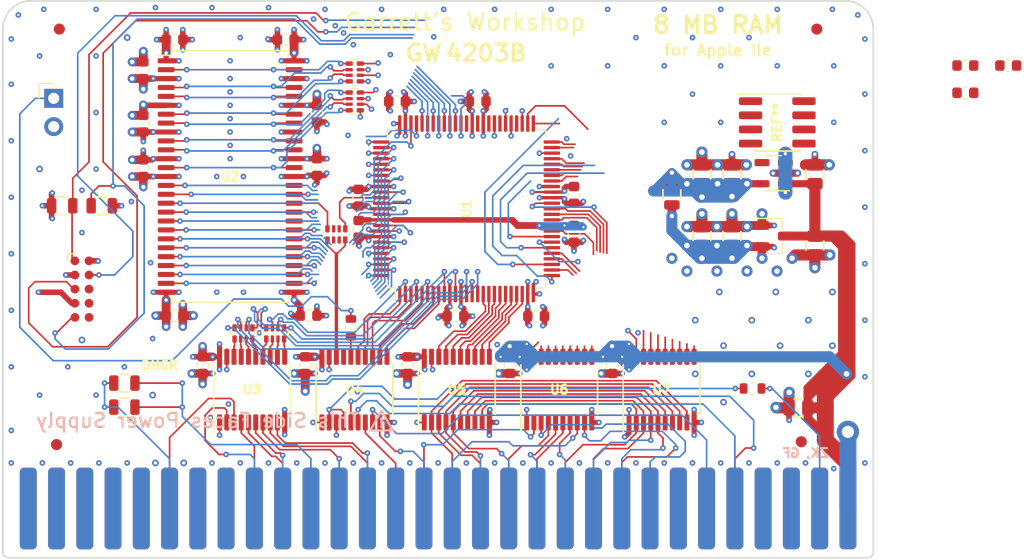
<source format=kicad_pcb>
(kicad_pcb (version 20171130) (host pcbnew "(5.1.5-0-10_14)")
  (title_block (title "GW4203B (RAM2E II)") (date 2020-12-25) (rev 1.3) (company "Garrett's Workshop"))
  (layers (0 F.Cu signal) (1 In1.Cu signal) (2 In2.Cu signal) (31 B.Cu signal) (34 B.Paste user) (35 F.Paste user) (36 B.SilkS user) (37 F.SilkS user) (38 B.Mask user) (39 F.Mask user) (44 Edge.Cuts user))
  (net 0 "")
  (net 1 +5V)
  (net 2 GND)
  (net 3 /Vid7M)
  (net 4 /~SYNC~)
  (net 5 /~PRAS~)
  (net 6 /VC)
  (net 7 /~C07X~)
  (net 8 /~WNDW~)
  (net 9 /SEGA)
  (net 10 /ROMEN1)
  (net 11 /ROMEN2)
  (net 12 /MD7)
  (net 13 /MD6)
  (net 14 /MD5)
  (net 15 /MD4)
  (net 16 /PHI0)
  (net 17 /~CLRGAT~)
  (net 18 /~80VID~)
  (net 19 /~PCAS~)
  (net 20 /~LDPS~)
  (net 21 /R~W~80)
  (net 22 /PHI1)
  (net 23 /~CASEN~)
  (net 24 /MD3)
  (net 25 /MD2)
  (net 26 /MD1)
  (net 27 /MD0)
  (net 28 /H0)
  (net 29 /AN3)
  (net 30 /~EN80~)
  (net 31 /~ALTVID~)
  (net 32 /~SEROUT~)
  (net 33 /~ENVID~)
  (net 34 /R~W~)
  (net 35 /Q3)
  (net 36 /SEGB)
  (net 37 /~RA9~)
  (net 38 /~RA10~)
  (net 39 /GR)
  (net 40 /~ENTMG~)
  (net 41 /MA6)
  (net 42 /MA5)
  (net 43 /MA4)
  (net 44 /MA3)
  (net 45 /MA2)
  (net 46 /MA1)
  (net 47 /MA0)
  (net 48 /MA7)
  (net 49 /C7M)
  (net 50 /C14M)
  (net 51 /C3M58)
  (net 52 /VD0)
  (net 53 /VD1)
  (net 54 /VD2)
  (net 55 /VD3)
  (net 56 /VD4)
  (net 57 /VD5)
  (net 58 /VD6)
  (net 59 /VD7)
  (net 60 +3V3)
  (net 61 /TDI)
  (net 62 "Net-(J2-Pad8)")
  (net 63 "Net-(J2-Pad7)")
  (net 64 "Net-(J2-Pad6)")
  (net 65 /TMS)
  (net 66 /TDO)
  (net 67 /TCK)
  (net 68 /RD5)
  (net 69 /RD4)
  (net 70 /RD3)
  (net 71 /RD2)
  (net 72 /RD7)
  (net 73 /RD6)
  (net 74 /RD0)
  (net 75 /RD1)
  (net 76 /DQMH)
  (net 77 /~WE~)
  (net 78 /~CAS~)
  (net 79 /CKE)
  (net 80 /~RAS~)
  (net 81 /BA0)
  (net 82 /RA11)
  (net 83 /~CS~)
  (net 84 /BA1)
  (net 85 /RA9)
  (net 86 /RA10)
  (net 87 /RA8)
  (net 88 /RA0)
  (net 89 /RA7)
  (net 90 /RA1)
  (net 91 /RA6)
  (net 92 /RA4)
  (net 93 /RA3)
  (net 94 /~EN80~in)
  (net 95 /RA5)
  (net 96 /RA2)
  (net 97 /R~W~80in)
  (net 98 /Ain5)
  (net 99 /PHI1in)
  (net 100 /Ain6)
  (net 101 /DQML)
  (net 102 /~C07X~in)
  (net 103 /R~W~in)
  (net 104 /Ain0)
  (net 105 /Ain1)
  (net 106 /Ain2)
  (net 107 /Ain3)
  (net 108 /Ain4)
  (net 109 /Ain7)
  (net 110 /Din0)
  (net 111 /Din1)
  (net 112 /Din2)
  (net 113 /Din3)
  (net 114 /Din4)
  (net 115 /Din5)
  (net 116 /Din6)
  (net 117 /Din7)
  (net 118 /V~OE~)
  (net 119 /Vout7)
  (net 120 /Vout6)
  (net 121 /Vout5)
  (net 122 /Vout4)
  (net 123 /Vout3)
  (net 124 /Vout2)
  (net 125 /Vout1)
  (net 126 /Vout0)
  (net 127 /D~OE~)
  (net 128 /Dout0)
  (net 129 /Dout1)
  (net 130 /Dout2)
  (net 131 /Dout3)
  (net 132 /Dout4)
  (net 133 /Dout5)
  (net 134 /Dout6)
  (net 135 /Dout7)
  (net 136 /RD1r)
  (net 137 /RD0r)
  (net 138 /RD2r)
  (net 139 /RD3r)
  (net 140 /RD7r)
  (net 141 /RD6r)
  (net 142 /RD4r)
  (net 143 /RD5r)
  (net 144 /RCLK)
  (net 145 /ACLK)
  (net 146 "Net-(RN3-Pad1)")
  (net 147 "Net-(U4-Pad17)")
  (net 148 /~FRCTXT~)
  (net 149 "Net-(RN3-Pad3)")
  (net 150 "Net-(RN3-Pad2)")
  (net 151 "Net-(RN3-Pad7)")
  (net 152 "Net-(RN3-Pad6)")
  (net 153 +1V8)
  (net 154 "Net-(U9-Pad4)")
  (net 155 "Net-(RN4-Pad4)")
  (net 156 "Net-(RN4-Pad2)")
  (net 157 "Net-(RN4-Pad3)")
  (net 158 "Net-(RN4-Pad1)")
  (net 159 "Net-(RN5-Pad1)")
  (net 160 "Net-(RN5-Pad3)")
  (net 161 "Net-(RN5-Pad2)")
  (net 162 "Net-(RN5-Pad4)")
  (net 163 /C14MB)
  (net 164 "Net-(R3-Pad2)")
  (net 165 /C14MR)
  (net 166 +1V2)
  (net 167 "Net-(U1-Pad71)")
  (net 168 "Net-(U1-Pad70)")
  (net 169 "Net-(U1-Pad69)")
  (net 170 "Net-(U1-Pad68)")
  (net 171 "Net-(U1-Pad65)")
  (net 172 "Net-(U1-Pad64)")
  (net 173 "Net-(U1-Pad63)")
  (net 174 "Net-(U1-Pad67)")
  (net 175 "Net-(U1-Pad66)")
  (net 176 "Net-(U1-Pad61)")
  (net 177 "Net-(U1-Pad59)")
  (net 178 "Net-(U1-Pad58)")
  (net 179 "Net-(U1-Pad57)")
  (net 180 "Net-(U1-Pad56)")
  (net 181 "Net-(U1-Pad55)")
  (net 182 "Net-(U1-Pad54)")
  (net 183 "Net-(U1-Pad53)")
  (net 184 "Net-(U1-Pad52)")
  (net 185 "Net-(U1-Pad51)")
  (net 186 "Net-(U1-Pad50)")
  (net 187 "Net-(U1-Pad49)")
  (net 188 "Net-(U1-Pad47)")
  (net 189 "Net-(U1-Pad46)")
  (net 190 "Net-(U1-Pad45)")
  (net 191 "Net-(U1-Pad44)")
  (net 192 "Net-(U1-Pad43)")
  (net 193 "Net-(U1-Pad39)")
  (net 194 "Net-(U1-Pad38)")
  (net 195 "Net-(U1-Pad37)")
  (net 196 "Net-(U1-Pad36)")
  (net 197 "Net-(U1-Pad34)")
  (net 198 "Net-(U1-Pad32)")
  (net 199 "Net-(U1-Pad30)")
  (net 200 "Net-(U1-Pad29)")
  (net 201 "Net-(U1-Pad27)")
  (module stdpads:C_0603 (layer F.Cu) (at 234.75 122.4 270)
    (fp_text reference C9)
    (fp_text value 2u2)
    (pad 2 smd roundrect (at 0.75 0 270) (size 0.85 0.95) (layers F.Cu F.Paste F.Mask) (net 2 GND))
    (pad 1 smd roundrect (at -0.75 0 270) (size 0.85 0.95) (layers F.Cu F.Paste F.Mask) (net 60 +3V3))
  )
  (module stdpads:SOT-23-5 (layer F.Cu) (at 267.65 105.15)
    (fp_text reference U9)
    (fp_text value AP2127K-1.8TRG1)
    (pad 1 smd roundrect (at 1.05 0.95 180) (size 1.35 0.65) (layers F.Cu F.Paste F.Mask) (net 1 +5V))
    (pad 3 smd roundrect (at 1.05 -0.95 180) (size 1.35 0.65) (layers F.Cu F.Paste F.Mask) (net 1 +5V))
    (pad 2 smd roundrect (at 1.05 0 180) (size 1.35 0.65) (layers F.Cu F.Paste F.Mask) (net 2 GND))
    (pad 5 smd roundrect (at -1.05 0.95 180) (size 1.35 0.65) (layers F.Cu F.Paste F.Mask) (net 153 +1V8))
    (pad 4 smd roundrect (at -1.05 -0.95 180) (size 1.35 0.65) (layers F.Cu F.Paste F.Mask) (net 154 "Net-(U9-Pad4)"))
  )
  (module stdpads:SOIC-8_3.9mm (layer F.Cu) (at 267.97 100.584 270)
    (fp_text reference REF**)
    (fp_text value SOIC-8_3.9mm)
    (fp_text user %R (at 0 0 270) (layer F.SilkS) (effects (font (size 0.8128 0.8128) (thickness 0.2032))))
    (pad 8 smd roundrect (at -1.905 -2.4) (size 2.1 0.7) (layers F.Cu F.Paste F.Mask))
    (pad 7 smd roundrect (at -0.635 -2.4) (size 2.1 0.7) (layers F.Cu F.Paste F.Mask))
    (pad 6 smd roundrect (at 0.635 -2.4) (size 2.1 0.7) (layers F.Cu F.Paste F.Mask))
    (pad 5 smd roundrect (at 1.905 -2.4) (size 2.1 0.7) (layers F.Cu F.Paste F.Mask))
    (pad 4 smd roundrect (at 1.905 2.4) (size 2.1 0.7) (layers F.Cu F.Paste F.Mask))
    (pad 3 smd roundrect (at 0.635 2.4) (size 2.1 0.7) (layers F.Cu F.Paste F.Mask))
    (pad 2 smd roundrect (at -0.635 2.4) (size 2.1 0.7) (layers F.Cu F.Paste F.Mask))
    (pad 1 smd roundrect (at -1.905 2.4) (size 2.1 0.7) (layers F.Cu F.Paste F.Mask))
  )
  (module stdpads:C_0603 (layer F.Cu) (at 249.7 110.6 270)
    (fp_text reference C14)
    (fp_text value 2u2)
    (pad 1 smd roundrect (at -0.75 0 270) (size 0.85 0.95) (layers F.Cu F.Paste F.Mask) (net 60 +3V3))
    (pad 2 smd roundrect (at 0.75 0 270) (size 0.85 0.95) (layers F.Cu F.Paste F.Mask) (net 2 GND))
  )
  (module stdpads:C_0603 (layer F.Cu) (at 230.35 107.35 90)
    (fp_text reference C11)
    (fp_text value 2u2)
    (pad 1 smd roundrect (at -0.75 0 90) (size 0.85 0.95) (layers F.Cu F.Paste F.Mask) (net 1 +5V))
    (pad 2 smd roundrect (at 0.75 0 90) (size 0.85 0.95) (layers F.Cu F.Paste F.Mask) (net 2 GND))
  )
  (module stdpads:C_0603 (layer F.Cu) (at 239.05 118)
    (fp_text reference C9)
    (fp_text value 2u2)
    (pad 1 smd roundrect (at -0.75 0) (size 0.85 0.95) (layers F.Cu F.Paste F.Mask) (net 60 +3V3))
    (pad 2 smd roundrect (at 0.75 0) (size 0.85 0.95) (layers F.Cu F.Paste F.Mask) (net 2 GND))
  )
  (module stdpads:C_0603 (layer F.Cu) (at 241.05 98.7 180)
    (fp_text reference C13)
    (fp_text value 2u2)
    (pad 1 smd roundrect (at -0.75 0 180) (size 0.85 0.95) (layers F.Cu F.Paste F.Mask) (net 60 +3V3))
    (pad 2 smd roundrect (at 0.75 0 180) (size 0.85 0.95) (layers F.Cu F.Paste F.Mask) (net 2 GND))
  )
  (module stdpads:TQFP-100_14x14mm_P0.5mm (layer F.Cu) (at 240.05 108.35)
    (fp_text reference U1)
    (fp_text value LCMXO256-TQFP-100)
    (fp_text user %R (at 0 0 90) (layer F.SilkS) (effects (font (size 0.8128 0.8128) (thickness 0.2032))))
    (pad 100 smd roundrect (at -7.6625 6 90) (size 0.3 1.475) (layers F.Cu F.Paste F.Mask) (net 77 /~WE~))
    (pad 99 smd roundrect (at -7.6625 5.5 90) (size 0.3 1.475) (layers F.Cu F.Paste F.Mask) (net 78 /~CAS~))
    (pad 98 smd roundrect (at -7.6625 5 90) (size 0.3 1.475) (layers F.Cu F.Paste F.Mask) (net 79 /CKE))
    (pad 97 smd roundrect (at -7.6625 4.5 90) (size 0.3 1.475) (layers F.Cu F.Paste F.Mask) (net 80 /~RAS~))
    (pad 96 smd roundrect (at -7.6625 4 90) (size 0.3 1.475) (layers F.Cu F.Paste F.Mask) (net 81 /BA0))
    (pad 95 smd roundrect (at -7.6625 3.5 90) (size 0.3 1.475) (layers F.Cu F.Paste F.Mask) (net 82 /RA11))
    (pad 94 smd roundrect (at -7.6625 3 90) (size 0.3 1.475) (layers F.Cu F.Paste F.Mask) (net 83 /~CS~))
    (pad 93 smd roundrect (at -7.6625 2.5 90) (size 0.3 1.475) (layers F.Cu F.Paste F.Mask) (net 2 GND))
    (pad 92 smd roundrect (at -7.6625 2 90) (size 0.3 1.475) (layers F.Cu F.Paste F.Mask) (net 60 +3V3))
    (pad 91 smd roundrect (at -7.6625 1.5 90) (size 0.3 1.475) (layers F.Cu F.Paste F.Mask) (net 95 /RA5))
    (pad 90 smd roundrect (at -7.6625 1 90) (size 0.3 1.475) (layers F.Cu F.Paste F.Mask) (net 166 +1V2))
    (pad 89 smd roundrect (at -7.6625 0.5 90) (size 0.3 1.475) (layers F.Cu F.Paste F.Mask) (net 96 /RA2))
    (pad 88 smd roundrect (at -7.6625 0 90) (size 0.3 1.475) (layers F.Cu F.Paste F.Mask) (net 60 +3V3))
    (pad 87 smd roundrect (at -7.6625 -0.5 90) (size 0.3 1.475) (layers F.Cu F.Paste F.Mask) (net 93 /RA3))
    (pad 86 smd roundrect (at -7.6625 -1 90) (size 0.3 1.475) (layers F.Cu F.Paste F.Mask) (net 145 /ACLK))
    (pad 85 smd roundrect (at -7.6625 -1.5 90) (size 0.3 1.475) (layers F.Cu F.Paste F.Mask) (net 84 /BA1))
    (pad 84 smd roundrect (at -7.6625 -2 90) (size 0.3 1.475) (layers F.Cu F.Paste F.Mask) (net 2 GND))
    (pad 83 smd roundrect (at -7.6625 -2.5 90) (size 0.3 1.475) (layers F.Cu F.Paste F.Mask) (net 85 /RA9))
    (pad 82 smd roundrect (at -7.6625 -3 90) (size 0.3 1.475) (layers F.Cu F.Paste F.Mask) (net 86 /RA10))
    (pad 81 smd roundrect (at -7.6625 -3.5 90) (size 0.3 1.475) (layers F.Cu F.Paste F.Mask) (net 87 /RA8))
    (pad 80 smd roundrect (at -7.6625 -4 90) (size 0.3 1.475) (layers F.Cu F.Paste F.Mask) (net 88 /RA0))
    (pad 79 smd roundrect (at -7.6625 -4.5 90) (size 0.3 1.475) (layers F.Cu F.Paste F.Mask) (net 89 /RA7))
    (pad 78 smd roundrect (at -7.6625 -5 90) (size 0.3 1.475) (layers F.Cu F.Paste F.Mask) (net 90 /RA1))
    (pad 77 smd roundrect (at -7.6625 -5.5 90) (size 0.3 1.475) (layers F.Cu F.Paste F.Mask) (net 91 /RA6))
    (pad 76 smd roundrect (at -7.6625 -6 90) (size 0.3 1.475) (layers F.Cu F.Paste F.Mask) (net 92 /RA4))
    (pad 75 smd roundrect (at -6 -7.6625 90) (size 1.475 0.3) (layers F.Cu F.Paste F.Mask) (net 2 GND))
    (pad 74 smd roundrect (at -5.5 -7.6625 90) (size 1.475 0.3) (layers F.Cu F.Paste F.Mask) (net 60 +3V3))
    (pad 73 smd roundrect (at -5 -7.6625 90) (size 1.475 0.3) (layers F.Cu F.Paste F.Mask) (net 101 /DQML))
    (pad 72 smd roundrect (at -4.5 -7.6625 90) (size 1.475 0.3) (layers F.Cu F.Paste F.Mask) (net 76 /DQMH))
    (pad 71 smd roundrect (at -4 -7.6625 90) (size 1.475 0.3) (layers F.Cu F.Paste F.Mask) (net 167 "Net-(U1-Pad71)"))
    (pad 70 smd roundrect (at -3.5 -7.6625 90) (size 1.475 0.3) (layers F.Cu F.Paste F.Mask) (net 168 "Net-(U1-Pad70)"))
    (pad 69 smd roundrect (at -3 -7.6625 90) (size 1.475 0.3) (layers F.Cu F.Paste F.Mask) (net 169 "Net-(U1-Pad69)"))
    (pad 68 smd roundrect (at -2.5 -7.6625 90) (size 1.475 0.3) (layers F.Cu F.Paste F.Mask) (net 170 "Net-(U1-Pad68)"))
    (pad 67 smd roundrect (at -2 -7.6625 90) (size 1.475 0.3) (layers F.Cu F.Paste F.Mask) (net 174 "Net-(U1-Pad67)"))
    (pad 66 smd roundrect (at -1.5 -7.6625 90) (size 1.475 0.3) (layers F.Cu F.Paste F.Mask) (net 175 "Net-(U1-Pad66)"))
    (pad 65 smd roundrect (at -1 -7.6625 90) (size 1.475 0.3) (layers F.Cu F.Paste F.Mask) (net 171 "Net-(U1-Pad65)"))
    (pad 64 smd roundrect (at -0.5 -7.6625 90) (size 1.475 0.3) (layers F.Cu F.Paste F.Mask) (net 172 "Net-(U1-Pad64)"))
    (pad 63 smd roundrect (at 0 -7.6625 90) (size 1.475 0.3) (layers F.Cu F.Paste F.Mask) (net 173 "Net-(U1-Pad63)"))
    (pad 62 smd roundrect (at 0.5 -7.6625 90) (size 1.475 0.3) (layers F.Cu F.Paste F.Mask) (net 2 GND))
    (pad 61 smd roundrect (at 1 -7.6625 90) (size 1.475 0.3) (layers F.Cu F.Paste F.Mask) (net 176 "Net-(U1-Pad61)"))
    (pad 60 smd roundrect (at 1.5 -7.6625 90) (size 1.475 0.3) (layers F.Cu F.Paste F.Mask) (net 60 +3V3))
    (pad 59 smd roundrect (at 2 -7.6625 90) (size 1.475 0.3) (layers F.Cu F.Paste F.Mask) (net 177 "Net-(U1-Pad59)"))
    (pad 58 smd roundrect (at 2.5 -7.6625 90) (size 1.475 0.3) (layers F.Cu F.Paste F.Mask) (net 178 "Net-(U1-Pad58)"))
    (pad 57 smd roundrect (at 3 -7.6625 90) (size 1.475 0.3) (layers F.Cu F.Paste F.Mask) (net 179 "Net-(U1-Pad57)"))
    (pad 56 smd roundrect (at 3.5 -7.6625 90) (size 1.475 0.3) (layers F.Cu F.Paste F.Mask) (net 180 "Net-(U1-Pad56)"))
    (pad 55 smd roundrect (at 4 -7.6625 90) (size 1.475 0.3) (layers F.Cu F.Paste F.Mask) (net 181 "Net-(U1-Pad55)"))
    (pad 54 smd roundrect (at 4.5 -7.6625 90) (size 1.475 0.3) (layers F.Cu F.Paste F.Mask) (net 182 "Net-(U1-Pad54)"))
    (pad 53 smd roundrect (at 5 -7.6625 90) (size 1.475 0.3) (layers F.Cu F.Paste F.Mask) (net 183 "Net-(U1-Pad53)"))
    (pad 52 smd roundrect (at 5.5 -7.6625 90) (size 1.475 0.3) (layers F.Cu F.Paste F.Mask) (net 184 "Net-(U1-Pad52)"))
    (pad 51 smd roundrect (at 6 -7.6625 90) (size 1.475 0.3) (layers F.Cu F.Paste F.Mask) (net 185 "Net-(U1-Pad51)"))
    (pad 50 smd roundrect (at 7.6625 -6 90) (size 0.3 1.475) (layers F.Cu F.Paste F.Mask) (net 186 "Net-(U1-Pad50)"))
    (pad 49 smd roundrect (at 7.6625 -5.5 90) (size 0.3 1.475) (layers F.Cu F.Paste F.Mask) (net 187 "Net-(U1-Pad49)"))
    (pad 48 smd roundrect (at 7.6625 -5 90) (size 0.3 1.475) (layers F.Cu F.Paste F.Mask) (net 2 GND))
    (pad 47 smd roundrect (at 7.6625 -4.5 90) (size 0.3 1.475) (layers F.Cu F.Paste F.Mask) (net 188 "Net-(U1-Pad47)"))
    (pad 46 smd roundrect (at 7.6625 -4 90) (size 0.3 1.475) (layers F.Cu F.Paste F.Mask) (net 189 "Net-(U1-Pad46)"))
    (pad 45 smd roundrect (at 7.6625 -3.5 90) (size 0.3 1.475) (layers F.Cu F.Paste F.Mask) (net 190 "Net-(U1-Pad45)"))
    (pad 44 smd roundrect (at 7.6625 -3 90) (size 0.3 1.475) (layers F.Cu F.Paste F.Mask) (net 191 "Net-(U1-Pad44)"))
    (pad 43 smd roundrect (at 7.6625 -2.5 90) (size 0.3 1.475) (layers F.Cu F.Paste F.Mask) (net 192 "Net-(U1-Pad43)"))
    (pad 42 smd roundrect (at 7.6625 -2 90) (size 0.3 1.475) (layers F.Cu F.Paste F.Mask) (net 2 GND))
    (pad 41 smd roundrect (at 7.6625 -1.5 90) (size 0.3 1.475) (layers F.Cu F.Paste F.Mask) (net 60 +3V3))
    (pad 40 smd roundrect (at 7.6625 -1 90) (size 0.3 1.475) (layers F.Cu F.Paste F.Mask) (net 2 GND))
    (pad 39 smd roundrect (at 7.6625 -0.5 90) (size 0.3 1.475) (layers F.Cu F.Paste F.Mask) (net 193 "Net-(U1-Pad39)"))
    (pad 38 smd roundrect (at 7.6625 0 90) (size 0.3 1.475) (layers F.Cu F.Paste F.Mask) (net 194 "Net-(U1-Pad38)"))
    (pad 37 smd roundrect (at 7.6625 0.5 90) (size 0.3 1.475) (layers F.Cu F.Paste F.Mask) (net 195 "Net-(U1-Pad37)"))
    (pad 36 smd roundrect (at 7.6625 1 90) (size 0.3 1.475) (layers F.Cu F.Paste F.Mask) (net 196 "Net-(U1-Pad36)"))
    (pad 35 smd roundrect (at 7.6625 1.5 90) (size 0.3 1.475) (layers F.Cu F.Paste F.Mask) (net 166 +1V2))
    (pad 34 smd roundrect (at 7.6625 2 90) (size 0.3 1.475) (layers F.Cu F.Paste F.Mask) (net 197 "Net-(U1-Pad34)"))
    (pad 33 smd roundrect (at 7.6625 2.5 90) (size 0.3 1.475) (layers F.Cu F.Paste F.Mask) (net 67 /TCK))
    (pad 32 smd roundrect (at 7.6625 3 90) (size 0.3 1.475) (layers F.Cu F.Paste F.Mask) (net 198 "Net-(U1-Pad32)"))
    (pad 31 smd roundrect (at 7.6625 3.5 90) (size 0.3 1.475) (layers F.Cu F.Paste F.Mask) (net 61 /TDI))
    (pad 30 smd roundrect (at 7.6625 4 90) (size 0.3 1.475) (layers F.Cu F.Paste F.Mask) (net 199 "Net-(U1-Pad30)"))
    (pad 29 smd roundrect (at 7.6625 4.5 90) (size 0.3 1.475) (layers F.Cu F.Paste F.Mask) (net 200 "Net-(U1-Pad29)"))
    (pad 28 smd roundrect (at 7.6625 5 90) (size 0.3 1.475) (layers F.Cu F.Paste F.Mask) (net 65 /TMS))
    (pad 27 smd roundrect (at 7.6625 5.5 90) (size 0.3 1.475) (layers F.Cu F.Paste F.Mask) (net 201 "Net-(U1-Pad27)"))
    (pad 26 smd roundrect (at 7.6625 6 90) (size 0.3 1.475) (layers F.Cu F.Paste F.Mask) (net 66 /TDO))
    (pad 25 smd roundrect (at 6 7.6625 90) (size 1.475 0.3) (layers F.Cu F.Paste F.Mask) (net 2 GND))
    (pad 24 smd roundrect (at 5.5 7.6625 90) (size 1.475 0.3) (layers F.Cu F.Paste F.Mask) (net 60 +3V3))
    (pad 23 smd roundrect (at 5 7.6625 90) (size 1.475 0.3) (layers F.Cu F.Paste F.Mask) (net 115 /Din5))
    (pad 22 smd roundrect (at 4.5 7.6625 90) (size 1.475 0.3) (layers F.Cu F.Paste F.Mask) (net 114 /Din4))
    (pad 21 smd roundrect (at 4 7.6625 90) (size 1.475 0.3) (layers F.Cu F.Paste F.Mask) (net 112 /Din2))
    (pad 20 smd roundrect (at 3.5 7.6625 90) (size 1.475 0.3) (layers F.Cu F.Paste F.Mask) (net 113 /Din3))
    (pad 19 smd roundrect (at 3 7.6625 90) (size 1.475 0.3) (layers F.Cu F.Paste F.Mask) (net 111 /Din1))
    (pad 18 smd roundrect (at 2.5 7.6625 90) (size 1.475 0.3) (layers F.Cu F.Paste F.Mask) (net 110 /Din0))
    (pad 17 smd roundrect (at 2 7.6625 90) (size 1.475 0.3) (layers F.Cu F.Paste F.Mask) (net 116 /Din6))
    (pad 16 smd roundrect (at 1.5 7.6625 90) (size 1.475 0.3) (layers F.Cu F.Paste F.Mask) (net 117 /Din7))
    (pad 15 smd roundrect (at 1 7.6625 90) (size 1.475 0.3) (layers F.Cu F.Paste F.Mask) (net 103 /R~W~in))
    (pad 14 smd roundrect (at 0.5 7.6625 90) (size 1.475 0.3) (layers F.Cu F.Paste F.Mask) (net 102 /~C07X~in))
    (pad 13 smd roundrect (at 0 7.6625 90) (size 1.475 0.3) (layers F.Cu F.Paste F.Mask) (net 109 /Ain7))
    (pad 12 smd roundrect (at -0.5 7.6625 90) (size 1.475 0.3) (layers F.Cu F.Paste F.Mask) (net 2 GND))
    (pad 11 smd roundrect (at -1 7.6625 90) (size 1.475 0.3) (layers F.Cu F.Paste F.Mask) (net 105 /Ain1))
    (pad 10 smd roundrect (at -1.5 7.6625 90) (size 1.475 0.3) (layers F.Cu F.Paste F.Mask) (net 60 +3V3))
    (pad 9 smd roundrect (at -2 7.6625 90) (size 1.475 0.3) (layers F.Cu F.Paste F.Mask) (net 104 /Ain0))
    (pad 8 smd roundrect (at -2.5 7.6625 90) (size 1.475 0.3) (layers F.Cu F.Paste F.Mask) (net 100 /Ain6))
    (pad 7 smd roundrect (at -3 7.6625 90) (size 1.475 0.3) (layers F.Cu F.Paste F.Mask) (net 99 /PHI1in))
    (pad 6 smd roundrect (at -3.5 7.6625 90) (size 1.475 0.3) (layers F.Cu F.Paste F.Mask) (net 107 /Ain3))
    (pad 5 smd roundrect (at -4 7.6625 90) (size 1.475 0.3) (layers F.Cu F.Paste F.Mask) (net 98 /Ain5))
    (pad 4 smd roundrect (at -4.5 7.6625 90) (size 1.475 0.3) (layers F.Cu F.Paste F.Mask) (net 108 /Ain4))
    (pad 3 smd roundrect (at -5 7.6625 90) (size 1.475 0.3) (layers F.Cu F.Paste F.Mask) (net 97 /R~W~80in))
    (pad 2 smd roundrect (at -5.5 7.6625 90) (size 1.475 0.3) (layers F.Cu F.Paste F.Mask) (net 106 /Ain2))
    (pad 1 smd roundrect (at -6 7.6625 90) (size 1.475 0.3) (layers F.Cu F.Paste F.Mask) (net 94 /~EN80~in))
  )
  (module stdpads:C_0603 (layer F.Cu) (at 246.3 118)
    (fp_text reference C29)
    (fp_text value 10u)
    (pad 2 smd roundrect (at 0.75 0) (size 0.85 0.95) (layers F.Cu F.Paste F.Mask) (net 2 GND))
    (pad 1 smd roundrect (at -0.75 0) (size 0.85 0.95) (layers F.Cu F.Paste F.Mask) (net 1 +5V))
  )
  (module stdpads:C_0603 (layer F.Cu) (at 233.8 98.7 180)
    (fp_text reference C12)
    (fp_text value 2u2)
    (pad 1 smd roundrect (at -0.75 0 180) (size 0.85 0.95) (layers F.Cu F.Paste F.Mask) (net 60 +3V3))
    (pad 2 smd roundrect (at 0.75 0 180) (size 0.85 0.95) (layers F.Cu F.Paste F.Mask) (net 2 GND))
  )
  (module stdpads:C_0603 (layer F.Cu) (at 230.35 110.15 270)
    (fp_text reference C15)
    (fp_text value 2u2)
    (pad 2 smd roundrect (at 0.75 0 270) (size 0.85 0.95) (layers F.Cu F.Paste F.Mask) (net 2 GND))
    (pad 1 smd roundrect (at -0.75 0 270) (size 0.85 0.95) (layers F.Cu F.Paste F.Mask) (net 60 +3V3))
  )
  (module stdpads:C_0603 (layer F.Cu) (at 249.7 107.1 270)
    (fp_text reference C16)
    (fp_text value 2u2)
    (pad 2 smd roundrect (at 0.75 0 270) (size 0.85 0.95) (layers F.Cu F.Paste F.Mask) (net 2 GND))
    (pad 1 smd roundrect (at -0.75 0 270) (size 0.85 0.95) (layers F.Cu F.Paste F.Mask) (net 60 +3V3))
  )
  (module stdpads:R_0805 (layer F.Cu) (at 258.5 107.05 90)
    (fp_text reference R1)
    (fp_text value "0 ")
    (pad 2 smd roundrect (at 0.95 0 90) (size 0.85 1.4) (layers F.Cu F.Paste F.Mask) (net 153 +1V8))
    (pad 1 smd roundrect (at -0.95 0 90) (size 0.85 1.4) (layers F.Cu F.Paste F.Mask) (net 60 +3V3))
  )
  (module Connector_PinHeader_2.54mm:PinHeader_1x02_P2.54mm_Vertical (layer F.Cu) (at 202.946 98.425)
    (fp_text reference J3 hide)
    (fp_text value C14M)
    (pad 2 thru_hole oval (at 0 2.54) (size 1.7 1.7) (drill 1) (layers *.Cu *.Mask) (net 2 GND))
    (pad 1 thru_hole rect (at 0 0) (size 1.7 1.7) (drill 1) (layers *.Cu *.Mask) (net 163 /C14MB))
  )
  (module stdpads:R_0603 (layer F.Cu) (at 265.75 124.5)
    (fp_text reference R2)
    (fp_text value 47)
    (pad 2 smd roundrect (at 0.8 0) (size 0.7 0.95) (layers F.Cu F.Paste F.Mask) (net 50 /C14M))
    (pad 1 smd roundrect (at -0.8 0) (size 0.7 0.95) (layers F.Cu F.Paste F.Mask) (net 165 /C14MR))
  )
  (module stdpads:R_0603 (layer F.Cu) (at 229.65 119.05 270)
    (fp_text reference R3)
    (fp_text value 47)
    (pad 1 smd roundrect (at -0.8 0 270) (size 0.7 0.95) (layers F.Cu F.Paste F.Mask) (net 163 /C14MB))
    (pad 2 smd roundrect (at 0.8 0 270) (size 0.7 0.95) (layers F.Cu F.Paste F.Mask) (net 164 "Net-(R3-Pad2)"))
  )
  (module stdpads:C_0603 (layer F.Cu) (at 225.85 117.95 180)
    (fp_text reference C25)
    (fp_text value 2u2)
    (pad 1 smd roundrect (at -0.75 0 180) (size 0.85 0.95) (layers F.Cu F.Paste F.Mask) (net 60 +3V3))
    (pad 2 smd roundrect (at 0.75 0 180) (size 0.85 0.95) (layers F.Cu F.Paste F.Mask) (net 2 GND))
  )
  (module stdpads:C_0603 (layer F.Cu) (at 213.8 93.15)
    (fp_text reference C20)
    (fp_text value 2u2)
    (pad 2 smd roundrect (at 0.75 0) (size 0.85 0.95) (layers F.Cu F.Paste F.Mask) (net 2 GND))
    (pad 1 smd roundrect (at -0.75 0) (size 0.85 0.95) (layers F.Cu F.Paste F.Mask) (net 60 +3V3))
  )
  (module stdpads:SOT-23 (layer F.Cu) (at 267.65 110.8 180)
    (fp_text reference U8)
    (fp_text value XC6206P332MR)
    (pad 1 smd roundrect (at 1.05 0.95) (size 1.35 0.8) (layers F.Cu F.Paste F.Mask) (net 2 GND))
    (pad 2 smd roundrect (at 1.05 -0.95) (size 1.35 0.8) (layers F.Cu F.Paste F.Mask) (net 60 +3V3))
    (pad 3 smd roundrect (at -1.05 0) (size 1.35 0.8) (layers F.Cu F.Paste F.Mask) (net 1 +5V))
  )
  (module stdpads:R4_0402 (layer F.Cu) (at 230 96.1 270)
    (fp_text reference RN1)
    (fp_text value 4x33)
    (pad 1 smd roundrect (at -0.8 0.5) (size 0.65 0.4) (layers F.Cu F.Paste F.Mask) (net 74 /RD0))
    (pad 3 smd roundrect (at 0.25 0.5) (size 0.65 0.3) (layers F.Cu F.Paste F.Mask) (net 71 /RD2))
    (pad 2 smd roundrect (at -0.25 0.5) (size 0.65 0.3) (layers F.Cu F.Paste F.Mask) (net 75 /RD1))
    (pad 4 smd roundrect (at 0.8 0.5) (size 0.65 0.4) (layers F.Cu F.Paste F.Mask) (net 70 /RD3))
    (pad 7 smd roundrect (at -0.25 -0.5) (size 0.65 0.3) (layers F.Cu F.Paste F.Mask) (net 136 /RD1r))
    (pad 8 smd roundrect (at -0.8 -0.5) (size 0.65 0.4) (layers F.Cu F.Paste F.Mask) (net 140 /RD7r))
    (pad 6 smd roundrect (at 0.25 -0.5) (size 0.65 0.3) (layers F.Cu F.Paste F.Mask) (net 138 /RD2r))
    (pad 5 smd roundrect (at 0.8 -0.5) (size 0.65 0.4) (layers F.Cu F.Paste F.Mask) (net 139 /RD3r))
  )
  (module stdpads:R4_0402 (layer F.Cu) (at 230 98.7 270)
    (fp_text reference RN2)
    (fp_text value 4x33)
    (pad 1 smd roundrect (at -0.8 0.5) (size 0.65 0.4) (layers F.Cu F.Paste F.Mask) (net 69 /RD4))
    (pad 3 smd roundrect (at 0.25 0.5) (size 0.65 0.3) (layers F.Cu F.Paste F.Mask) (net 73 /RD6))
    (pad 2 smd roundrect (at -0.25 0.5) (size 0.65 0.3) (layers F.Cu F.Paste F.Mask) (net 68 /RD5))
    (pad 4 smd roundrect (at 0.8 0.5) (size 0.65 0.4) (layers F.Cu F.Paste F.Mask) (net 72 /RD7))
    (pad 7 smd roundrect (at -0.25 -0.5) (size 0.65 0.3) (layers F.Cu F.Paste F.Mask) (net 143 /RD5r))
    (pad 8 smd roundrect (at -0.8 -0.5) (size 0.65 0.4) (layers F.Cu F.Paste F.Mask) (net 142 /RD4r))
    (pad 6 smd roundrect (at 0.25 -0.5) (size 0.65 0.3) (layers F.Cu F.Paste F.Mask) (net 141 /RD6r))
    (pad 5 smd roundrect (at 0.8 -0.5) (size 0.65 0.4) (layers F.Cu F.Paste F.Mask) (net 137 /RD0r))
  )
  (module stdpads:R4_0402 (layer F.Cu) (at 228.35 110.65)
    (fp_text reference RN3)
    (fp_text value 4x33)
    (pad 1 smd roundrect (at -0.8 0.5 90) (size 0.65 0.4) (layers F.Cu F.Paste F.Mask) (net 146 "Net-(RN3-Pad1)"))
    (pad 3 smd roundrect (at 0.25 0.5 90) (size 0.65 0.3) (layers F.Cu F.Paste F.Mask) (net 149 "Net-(RN3-Pad3)"))
    (pad 2 smd roundrect (at -0.25 0.5 90) (size 0.65 0.3) (layers F.Cu F.Paste F.Mask) (net 150 "Net-(RN3-Pad2)"))
    (pad 4 smd roundrect (at 0.8 0.5 90) (size 0.65 0.4) (layers F.Cu F.Paste F.Mask) (net 146 "Net-(RN3-Pad1)"))
    (pad 7 smd roundrect (at -0.25 -0.5 90) (size 0.65 0.3) (layers F.Cu F.Paste F.Mask) (net 151 "Net-(RN3-Pad7)"))
    (pad 8 smd roundrect (at -0.8 -0.5 90) (size 0.65 0.4) (layers F.Cu F.Paste F.Mask) (net 144 /RCLK))
    (pad 6 smd roundrect (at 0.25 -0.5 90) (size 0.65 0.3) (layers F.Cu F.Paste F.Mask) (net 152 "Net-(RN3-Pad6)"))
    (pad 5 smd roundrect (at 0.8 -0.5 90) (size 0.65 0.4) (layers F.Cu F.Paste F.Mask) (net 145 /ACLK))
  )
  (module stdpads:TSSOP-20_4.4x6.5mm_P0.65mm (layer F.Cu) (at 229.975 124.6)
    (fp_text reference U4)
    (fp_text value 74LVC245APW)
    (fp_text user %R (at 0 0) (layer F.SilkS) (effects (font (size 0.8128 0.8128) (thickness 0.2032))))
    (pad 20 smd roundrect (at -2.925 -2.95 90) (size 1.45 0.45) (layers F.Cu F.Paste F.Mask) (net 60 +3V3))
    (pad 19 smd roundrect (at -2.275 -2.95 90) (size 1.45 0.45) (layers F.Cu F.Paste F.Mask) (net 2 GND))
    (pad 18 smd roundrect (at -1.625 -2.95 90) (size 1.45 0.45) (layers F.Cu F.Paste F.Mask) (net 146 "Net-(RN3-Pad1)"))
    (pad 17 smd roundrect (at -0.975 -2.95 90) (size 1.45 0.45) (layers F.Cu F.Paste F.Mask) (net 147 "Net-(U4-Pad17)"))
    (pad 16 smd roundrect (at -0.325 -2.95 90) (size 1.45 0.45) (layers F.Cu F.Paste F.Mask) (net 164 "Net-(R3-Pad2)"))
    (pad 15 smd roundrect (at 0.325 -2.95 90) (size 1.45 0.45) (layers F.Cu F.Paste F.Mask) (net 94 /~EN80~in))
    (pad 14 smd roundrect (at 0.975 -2.95 90) (size 1.45 0.45) (layers F.Cu F.Paste F.Mask) (net 97 /R~W~80in))
    (pad 13 smd roundrect (at 1.625 -2.95 90) (size 1.45 0.45) (layers F.Cu F.Paste F.Mask) (net 98 /Ain5))
    (pad 12 smd roundrect (at 2.275 -2.95 90) (size 1.45 0.45) (layers F.Cu F.Paste F.Mask) (net 99 /PHI1in))
    (pad 11 smd roundrect (at 2.925 -2.95 90) (size 1.45 0.45) (layers F.Cu F.Paste F.Mask) (net 100 /Ain6))
    (pad 10 smd roundrect (at 2.925 2.95 90) (size 1.45 0.45) (layers F.Cu F.Paste F.Mask) (net 2 GND))
    (pad 9 smd roundrect (at 2.275 2.95 90) (size 1.45 0.45) (layers F.Cu F.Paste F.Mask) (net 41 /MA6))
    (pad 8 smd roundrect (at 1.625 2.95 90) (size 1.45 0.45) (layers F.Cu F.Paste F.Mask) (net 22 /PHI1))
    (pad 7 smd roundrect (at 0.975 2.95 90) (size 1.45 0.45) (layers F.Cu F.Paste F.Mask) (net 42 /MA5))
    (pad 6 smd roundrect (at 0.325 2.95 90) (size 1.45 0.45) (layers F.Cu F.Paste F.Mask) (net 21 /R~W~80))
    (pad 5 smd roundrect (at -0.325 2.95 90) (size 1.45 0.45) (layers F.Cu F.Paste F.Mask) (net 30 /~EN80~))
    (pad 4 smd roundrect (at -0.975 2.95 90) (size 1.45 0.45) (layers F.Cu F.Paste F.Mask) (net 165 /C14MR))
    (pad 3 smd roundrect (at -1.625 2.95 90) (size 1.45 0.45) (layers F.Cu F.Paste F.Mask) (net 2 GND))
    (pad 2 smd roundrect (at -2.275 2.95 90) (size 1.45 0.45) (layers F.Cu F.Paste F.Mask) (net 165 /C14MR))
    (pad 1 smd roundrect (at -2.925 2.95 90) (size 1.45 0.45) (layers F.Cu F.Paste F.Mask) (net 60 +3V3))
  )
  (module stdpads:TSSOP-20_4.4x6.5mm_P0.65mm (layer F.Cu) (at 220.775 124.6)
    (fp_text reference U3)
    (fp_text value 74LVC245APW)
    (fp_text user %R (at 0 0) (layer F.SilkS) (effects (font (size 0.8128 0.8128) (thickness 0.2032))))
    (pad 20 smd roundrect (at -2.925 -2.95 90) (size 1.45 0.45) (layers F.Cu F.Paste F.Mask) (net 60 +3V3))
    (pad 19 smd roundrect (at -2.275 -2.95 90) (size 1.45 0.45) (layers F.Cu F.Paste F.Mask) (net 2 GND))
    (pad 18 smd roundrect (at -1.625 -2.95 90) (size 1.45 0.45) (layers F.Cu F.Paste F.Mask) (net 158 "Net-(RN4-Pad1)"))
    (pad 17 smd roundrect (at -0.975 -2.95 90) (size 1.45 0.45) (layers F.Cu F.Paste F.Mask) (net 156 "Net-(RN4-Pad2)"))
    (pad 16 smd roundrect (at -0.325 -2.95 90) (size 1.45 0.45) (layers F.Cu F.Paste F.Mask) (net 157 "Net-(RN4-Pad3)"))
    (pad 15 smd roundrect (at 0.325 -2.95 90) (size 1.45 0.45) (layers F.Cu F.Paste F.Mask) (net 155 "Net-(RN4-Pad4)"))
    (pad 14 smd roundrect (at 0.975 -2.95 90) (size 1.45 0.45) (layers F.Cu F.Paste F.Mask) (net 159 "Net-(RN5-Pad1)"))
    (pad 13 smd roundrect (at 1.625 -2.95 90) (size 1.45 0.45) (layers F.Cu F.Paste F.Mask) (net 161 "Net-(RN5-Pad2)"))
    (pad 12 smd roundrect (at 2.275 -2.95 90) (size 1.45 0.45) (layers F.Cu F.Paste F.Mask) (net 160 "Net-(RN5-Pad3)"))
    (pad 11 smd roundrect (at 2.925 -2.95 90) (size 1.45 0.45) (layers F.Cu F.Paste F.Mask) (net 162 "Net-(RN5-Pad4)"))
    (pad 10 smd roundrect (at 2.925 2.95 90) (size 1.45 0.45) (layers F.Cu F.Paste F.Mask) (net 2 GND))
    (pad 9 smd roundrect (at 2.275 2.95 90) (size 1.45 0.45) (layers F.Cu F.Paste F.Mask) (net 44 /MA3))
    (pad 8 smd roundrect (at 1.625 2.95 90) (size 1.45 0.45) (layers F.Cu F.Paste F.Mask) (net 43 /MA4))
    (pad 7 smd roundrect (at 0.975 2.95 90) (size 1.45 0.45) (layers F.Cu F.Paste F.Mask) (net 45 /MA2))
    (pad 6 smd roundrect (at 0.325 2.95 90) (size 1.45 0.45) (layers F.Cu F.Paste F.Mask) (net 47 /MA0))
    (pad 5 smd roundrect (at -0.325 2.95 90) (size 1.45 0.45) (layers F.Cu F.Paste F.Mask) (net 46 /MA1))
    (pad 4 smd roundrect (at -0.975 2.95 90) (size 1.45 0.45) (layers F.Cu F.Paste F.Mask) (net 48 /MA7))
    (pad 3 smd roundrect (at -1.625 2.95 90) (size 1.45 0.45) (layers F.Cu F.Paste F.Mask) (net 7 /~C07X~))
    (pad 2 smd roundrect (at -2.275 2.95 90) (size 1.45 0.45) (layers F.Cu F.Paste F.Mask) (net 34 /R~W~))
    (pad 1 smd roundrect (at -2.925 2.95 90) (size 1.45 0.45) (layers F.Cu F.Paste F.Mask) (net 60 +3V3))
  )
  (module stdpads:TSSOP-20_4.4x6.5mm_P0.65mm (layer F.Cu) (at 257.575 124.6)
    (fp_text reference U7)
    (fp_text value 74AHCT245PW)
    (fp_text user %R (at 0 0) (layer F.SilkS) (effects (font (size 0.8128 0.8128) (thickness 0.2032))))
    (pad 20 smd roundrect (at -2.925 -2.95 90) (size 1.45 0.45) (layers F.Cu F.Paste F.Mask) (net 1 +5V))
    (pad 19 smd roundrect (at -2.275 -2.95 90) (size 1.45 0.45) (layers F.Cu F.Paste F.Mask) (net 127 /D~OE~))
    (pad 18 smd roundrect (at -1.625 -2.95 90) (size 1.45 0.45) (layers F.Cu F.Paste F.Mask) (net 133 /Dout5))
    (pad 17 smd roundrect (at -0.975 -2.95 90) (size 1.45 0.45) (layers F.Cu F.Paste F.Mask) (net 132 /Dout4))
    (pad 16 smd roundrect (at -0.325 -2.95 90) (size 1.45 0.45) (layers F.Cu F.Paste F.Mask) (net 130 /Dout2))
    (pad 15 smd roundrect (at 0.325 -2.95 90) (size 1.45 0.45) (layers F.Cu F.Paste F.Mask) (net 131 /Dout3))
    (pad 14 smd roundrect (at 0.975 -2.95 90) (size 1.45 0.45) (layers F.Cu F.Paste F.Mask) (net 129 /Dout1))
    (pad 13 smd roundrect (at 1.625 -2.95 90) (size 1.45 0.45) (layers F.Cu F.Paste F.Mask) (net 128 /Dout0))
    (pad 12 smd roundrect (at 2.275 -2.95 90) (size 1.45 0.45) (layers F.Cu F.Paste F.Mask) (net 134 /Dout6))
    (pad 11 smd roundrect (at 2.925 -2.95 90) (size 1.45 0.45) (layers F.Cu F.Paste F.Mask) (net 135 /Dout7))
    (pad 10 smd roundrect (at 2.925 2.95 90) (size 1.45 0.45) (layers F.Cu F.Paste F.Mask) (net 2 GND))
    (pad 9 smd roundrect (at 2.275 2.95 90) (size 1.45 0.45) (layers F.Cu F.Paste F.Mask) (net 12 /MD7))
    (pad 8 smd roundrect (at 1.625 2.95 90) (size 1.45 0.45) (layers F.Cu F.Paste F.Mask) (net 13 /MD6))
    (pad 7 smd roundrect (at 0.975 2.95 90) (size 1.45 0.45) (layers F.Cu F.Paste F.Mask) (net 27 /MD0))
    (pad 6 smd roundrect (at 0.325 2.95 90) (size 1.45 0.45) (layers F.Cu F.Paste F.Mask) (net 26 /MD1))
    (pad 5 smd roundrect (at -0.325 2.95 90) (size 1.45 0.45) (layers F.Cu F.Paste F.Mask) (net 24 /MD3))
    (pad 4 smd roundrect (at -0.975 2.95 90) (size 1.45 0.45) (layers F.Cu F.Paste F.Mask) (net 25 /MD2))
    (pad 3 smd roundrect (at -1.625 2.95 90) (size 1.45 0.45) (layers F.Cu F.Paste F.Mask) (net 15 /MD4))
    (pad 2 smd roundrect (at -2.275 2.95 90) (size 1.45 0.45) (layers F.Cu F.Paste F.Mask) (net 14 /MD5))
    (pad 1 smd roundrect (at -2.925 2.95 90) (size 1.45 0.45) (layers F.Cu F.Paste F.Mask) (net 2 GND))
  )
  (module stdpads:TSSOP-20_4.4x6.5mm_P0.65mm (layer F.Cu) (at 248.375 124.6)
    (fp_text reference U6)
    (fp_text value 74AHCT245PW)
    (fp_text user %R (at 0 0) (layer F.SilkS) (effects (font (size 0.8128 0.8128) (thickness 0.2032))))
    (pad 20 smd roundrect (at -2.925 -2.95 90) (size 1.45 0.45) (layers F.Cu F.Paste F.Mask) (net 1 +5V))
    (pad 19 smd roundrect (at -2.275 -2.95 90) (size 1.45 0.45) (layers F.Cu F.Paste F.Mask) (net 118 /V~OE~))
    (pad 18 smd roundrect (at -1.625 -2.95 90) (size 1.45 0.45) (layers F.Cu F.Paste F.Mask) (net 119 /Vout7))
    (pad 17 smd roundrect (at -0.975 -2.95 90) (size 1.45 0.45) (layers F.Cu F.Paste F.Mask) (net 123 /Vout3))
    (pad 16 smd roundrect (at -0.325 -2.95 90) (size 1.45 0.45) (layers F.Cu F.Paste F.Mask) (net 120 /Vout6))
    (pad 15 smd roundrect (at 0.325 -2.95 90) (size 1.45 0.45) (layers F.Cu F.Paste F.Mask) (net 125 /Vout1))
    (pad 14 smd roundrect (at 0.975 -2.95 90) (size 1.45 0.45) (layers F.Cu F.Paste F.Mask) (net 121 /Vout5))
    (pad 13 smd roundrect (at 1.625 -2.95 90) (size 1.45 0.45) (layers F.Cu F.Paste F.Mask) (net 124 /Vout2))
    (pad 12 smd roundrect (at 2.275 -2.95 90) (size 1.45 0.45) (layers F.Cu F.Paste F.Mask) (net 126 /Vout0))
    (pad 11 smd roundrect (at 2.925 -2.95 90) (size 1.45 0.45) (layers F.Cu F.Paste F.Mask) (net 122 /Vout4))
    (pad 10 smd roundrect (at 2.925 2.95 90) (size 1.45 0.45) (layers F.Cu F.Paste F.Mask) (net 2 GND))
    (pad 9 smd roundrect (at 2.275 2.95 90) (size 1.45 0.45) (layers F.Cu F.Paste F.Mask) (net 56 /VD4))
    (pad 8 smd roundrect (at 1.625 2.95 90) (size 1.45 0.45) (layers F.Cu F.Paste F.Mask) (net 52 /VD0))
    (pad 7 smd roundrect (at 0.975 2.95 90) (size 1.45 0.45) (layers F.Cu F.Paste F.Mask) (net 54 /VD2))
    (pad 6 smd roundrect (at 0.325 2.95 90) (size 1.45 0.45) (layers F.Cu F.Paste F.Mask) (net 57 /VD5))
    (pad 5 smd roundrect (at -0.325 2.95 90) (size 1.45 0.45) (layers F.Cu F.Paste F.Mask) (net 53 /VD1))
    (pad 4 smd roundrect (at -0.975 2.95 90) (size 1.45 0.45) (layers F.Cu F.Paste F.Mask) (net 58 /VD6))
    (pad 3 smd roundrect (at -1.625 2.95 90) (size 1.45 0.45) (layers F.Cu F.Paste F.Mask) (net 55 /VD3))
    (pad 2 smd roundrect (at -2.275 2.95 90) (size 1.45 0.45) (layers F.Cu F.Paste F.Mask) (net 59 /VD7))
    (pad 1 smd roundrect (at -2.925 2.95 90) (size 1.45 0.45) (layers F.Cu F.Paste F.Mask) (net 2 GND))
  )
  (module stdpads:TSSOP-20_4.4x6.5mm_P0.65mm (layer F.Cu) (at 239.175 124.6)
    (fp_text reference U5)
    (fp_text value 74LVC245APW)
    (fp_text user %R (at 0 0) (layer F.SilkS) (effects (font (size 0.8128 0.8128) (thickness 0.2032))))
    (pad 20 smd roundrect (at -2.925 -2.95 90) (size 1.45 0.45) (layers F.Cu F.Paste F.Mask) (net 60 +3V3))
    (pad 19 smd roundrect (at -2.275 -2.95 90) (size 1.45 0.45) (layers F.Cu F.Paste F.Mask) (net 2 GND))
    (pad 18 smd roundrect (at -1.625 -2.95 90) (size 1.45 0.45) (layers F.Cu F.Paste F.Mask) (net 117 /Din7))
    (pad 17 smd roundrect (at -0.975 -2.95 90) (size 1.45 0.45) (layers F.Cu F.Paste F.Mask) (net 116 /Din6))
    (pad 16 smd roundrect (at -0.325 -2.95 90) (size 1.45 0.45) (layers F.Cu F.Paste F.Mask) (net 110 /Din0))
    (pad 15 smd roundrect (at 0.325 -2.95 90) (size 1.45 0.45) (layers F.Cu F.Paste F.Mask) (net 111 /Din1))
    (pad 14 smd roundrect (at 0.975 -2.95 90) (size 1.45 0.45) (layers F.Cu F.Paste F.Mask) (net 113 /Din3))
    (pad 13 smd roundrect (at 1.625 -2.95 90) (size 1.45 0.45) (layers F.Cu F.Paste F.Mask) (net 112 /Din2))
    (pad 12 smd roundrect (at 2.275 -2.95 90) (size 1.45 0.45) (layers F.Cu F.Paste F.Mask) (net 114 /Din4))
    (pad 11 smd roundrect (at 2.925 -2.95 90) (size 1.45 0.45) (layers F.Cu F.Paste F.Mask) (net 115 /Din5))
    (pad 10 smd roundrect (at 2.925 2.95 90) (size 1.45 0.45) (layers F.Cu F.Paste F.Mask) (net 2 GND))
    (pad 9 smd roundrect (at 2.275 2.95 90) (size 1.45 0.45) (layers F.Cu F.Paste F.Mask) (net 14 /MD5))
    (pad 8 smd roundrect (at 1.625 2.95 90) (size 1.45 0.45) (layers F.Cu F.Paste F.Mask) (net 15 /MD4))
    (pad 7 smd roundrect (at 0.975 2.95 90) (size 1.45 0.45) (layers F.Cu F.Paste F.Mask) (net 25 /MD2))
    (pad 6 smd roundrect (at 0.325 2.95 90) (size 1.45 0.45) (layers F.Cu F.Paste F.Mask) (net 24 /MD3))
    (pad 5 smd roundrect (at -0.325 2.95 90) (size 1.45 0.45) (layers F.Cu F.Paste F.Mask) (net 26 /MD1))
    (pad 4 smd roundrect (at -0.975 2.95 90) (size 1.45 0.45) (layers F.Cu F.Paste F.Mask) (net 27 /MD0))
    (pad 3 smd roundrect (at -1.625 2.95 90) (size 1.45 0.45) (layers F.Cu F.Paste F.Mask) (net 13 /MD6))
    (pad 2 smd roundrect (at -2.275 2.95 90) (size 1.45 0.45) (layers F.Cu F.Paste F.Mask) (net 12 /MD7))
    (pad 1 smd roundrect (at -2.925 2.95 90) (size 1.45 0.45) (layers F.Cu F.Paste F.Mask) (net 60 +3V3))
  )
  (module stdpads:Fiducial (layer F.Cu) (at 270.129 129.286)
    (fp_text reference FID4)
    (fp_text value Fiducial hide)
    (pad ~ smd circle (at 0 0) (size 1 1) (layers F.Cu F.Mask) (clearance 0.575))
  )
  (module stdpads:Fiducial (layer F.Cu) (at 271.526 92.202)
    (fp_text reference FID3)
    (fp_text value Fiducial hide)
    (pad ~ smd circle (at 0 0) (size 1 1) (layers F.Cu F.Mask) (clearance 0.575))
  )
  (module stdpads:Fiducial (layer F.Cu) (at 203.2 129.54)
    (fp_text reference FID1)
    (fp_text value Fiducial hide)
    (pad ~ smd circle (at 0 0) (size 1 1) (layers F.Cu F.Mask) (clearance 0.575))
  )
  (module stdpads:Fiducial (layer F.Cu) (at 203.454 92.202)
    (fp_text reference FID2)
    (fp_text value Fiducial hide)
    (pad ~ smd circle (at 0 0) (size 1 1) (layers F.Cu F.Mask) (clearance 0.575))
  )
  (module stdpads:PasteHole_1.1mm_PTH (layer F.Cu) (at 274.32 128.397)
    (fp_text reference H5)
    (fp_text value " " hide)
    (pad 1 thru_hole circle (at 0 0) (size 2 2) (drill 1.1) (layers *.Cu *.Mask) (net 2 GND))
  )
  (module stdpads:TC2050 (layer F.Cu) (at 205.486 115.57 270)
    (fp_text reference J2)
    (fp_text value JTAG)
    (pad "" np_thru_hole circle (at 1.905 -2.54 270) (size 2.3749 2.3749) (drill 2.3749) (layers *.Cu *.Mask))
    (pad "" np_thru_hole circle (at 1.905 2.54 270) (size 2.3749 2.3749) (drill 2.3749) (layers *.Cu *.Mask))
    (pad "" np_thru_hole circle (at -3.81 2.54 270) (size 2.3749 2.3749) (drill 2.3749) (layers *.Cu *.Mask))
    (pad "" np_thru_hole circle (at -3.81 -2.54 270) (size 2.3749 2.3749) (drill 2.3749) (layers *.Cu *.Mask))
    (pad 10 connect circle (at -2.54 -0.635 270) (size 0.7874 0.7874) (layers F.Cu F.Mask) (net 2 GND))
    (pad 9 connect circle (at -1.27 -0.635 270) (size 0.7874 0.7874) (layers F.Cu F.Mask) (net 61 /TDI))
    (pad 8 connect circle (at 0 -0.635 270) (size 0.7874 0.7874) (layers F.Cu F.Mask) (net 62 "Net-(J2-Pad8)"))
    (pad 7 connect circle (at 1.27 -0.635 270) (size 0.7874 0.7874) (layers F.Cu F.Mask) (net 63 "Net-(J2-Pad7)"))
    (pad 6 connect circle (at 2.54 -0.635 270) (size 0.7874 0.7874) (layers F.Cu F.Mask) (net 64 "Net-(J2-Pad6)"))
    (pad 5 connect circle (at 2.54 0.635 270) (size 0.7874 0.7874) (layers F.Cu F.Mask) (net 65 /TMS))
    (pad 4 connect circle (at 1.27 0.635 270) (size 0.7874 0.7874) (layers F.Cu F.Mask) (net 60 +3V3))
    (pad 3 connect circle (at 0 0.635 270) (size 0.7874 0.7874) (layers F.Cu F.Mask) (net 66 /TDO))
    (pad 2 connect circle (at -1.27 0.635 270) (size 0.7874 0.7874) (layers F.Cu F.Mask) (net 2 GND))
    (pad 1 connect circle (at -2.54 0.635 270) (size 0.7874 0.7874) (layers F.Cu F.Mask) (net 67 /TCK))
    (pad "" np_thru_hole circle (at -3.81 0 270) (size 0.9906 0.9906) (drill 0.9906) (layers *.Cu *.Mask))
    (pad "" np_thru_hole circle (at 3.81 1.016 270) (size 0.9906 0.9906) (drill 0.9906) (layers *.Cu *.Mask))
    (pad "" np_thru_hole circle (at 3.81 -1.016 270) (size 0.9906 0.9906) (drill 0.9906) (layers *.Cu *.Mask))
  )
  (module stdpads:R_0805 (layer F.Cu) (at 207.264 108.077 180)
    (fp_text reference R10)
    (fp_text value 22k)
    (pad 2 smd roundrect (at 0.95 0 180) (size 0.85 1.4) (layers F.Cu F.Paste F.Mask) (net 65 /TMS))
    (pad 1 smd roundrect (at -0.95 0 180) (size 0.85 1.4) (layers F.Cu F.Paste F.Mask) (net 60 +3V3))
  )
  (module stdpads:R_0805 (layer F.Cu) (at 203.708 108.077 180)
    (fp_text reference R9)
    (fp_text value 22k)
    (pad 2 smd roundrect (at 0.95 0 180) (size 0.85 1.4) (layers F.Cu F.Paste F.Mask) (net 2 GND))
    (pad 1 smd roundrect (at -0.95 0 180) (size 0.85 1.4) (layers F.Cu F.Paste F.Mask) (net 67 /TCK))
  )
  (module stdpads:R_0805 (layer F.Cu) (at 209.296 124.0155)
    (fp_text reference R6)
    (fp_text value 0)
    (pad 2 smd roundrect (at 0.95 0) (size 0.85 1.4) (layers F.Cu F.Paste F.Mask) (net 29 /AN3))
    (pad 1 smd roundrect (at -0.95 0) (size 0.85 1.4) (layers F.Cu F.Paste F.Mask) (net 148 /~FRCTXT~))
  )
  (module stdpads:R_0805 (layer F.Cu) (at 209.296 126.1745)
    (fp_text reference R7)
    (fp_text value DNP)
    (pad 2 smd roundrect (at 0.95 0) (size 0.85 1.4) (layers F.Cu F.Paste F.Mask) (net 29 /AN3))
    (pad 1 smd roundrect (at -0.95 0) (size 0.85 1.4) (layers F.Cu F.Paste F.Mask) (net 148 /~FRCTXT~))
  )
  (module stdpads:C_0805 (layer F.Cu) (at 269.875 126.238 180)
    (fp_text reference C29)
    (fp_text value 10u)
    (pad 2 smd roundrect (at 0.85 0 180) (size 1.05 1.4) (layers F.Cu F.Paste F.Mask) (net 2 GND))
    (pad 1 smd roundrect (at -0.85 0 180) (size 1.05 1.4) (layers F.Cu F.Paste F.Mask) (net 1 +5V))
  )
  (module stdpads:C_0805 (layer F.Cu) (at 271.35 111.65 270)
    (fp_text reference C1)
    (fp_text value 10u)
    (pad 2 smd roundrect (at 0.85 0 270) (size 1.05 1.4) (layers F.Cu F.Paste F.Mask) (net 2 GND))
    (pad 1 smd roundrect (at -0.85 0 270) (size 1.05 1.4) (layers F.Cu F.Paste F.Mask) (net 1 +5V))
  )
  (module stdpads:C_0603 (layer F.Cu) (at 253.15 122.4 270)
    (fp_text reference C11)
    (fp_text value 2u2)
    (pad 2 smd roundrect (at 0.75 0 270) (size 0.85 0.95) (layers F.Cu F.Paste F.Mask) (net 2 GND))
    (pad 1 smd roundrect (at -0.75 0 270) (size 0.85 0.95) (layers F.Cu F.Paste F.Mask) (net 1 +5V))
  )
  (module stdpads:C_0603 (layer F.Cu) (at 216.35 122.4 270)
    (fp_text reference C7)
    (fp_text value 2u2)
    (pad 2 smd roundrect (at 0.75 0 270) (size 0.85 0.95) (layers F.Cu F.Paste F.Mask) (net 2 GND))
    (pad 1 smd roundrect (at -0.75 0 270) (size 0.85 0.95) (layers F.Cu F.Paste F.Mask) (net 60 +3V3))
  )
  (module stdpads:TSOP-II-54_22.2x10.16mm_P0.8mm (layer F.Cu) (at 218.8 105.45)
    (fp_text reference U2)
    (fp_text value W9812G6KH-6)
    (fp_text user %R (at 0 0) (layer F.SilkS) (effects (font (size 0.8128 0.8128) (thickness 0.2032))))
    (pad 54 smd roundrect (at 5.75 -10.4) (size 1.51 0.458) (layers F.Cu F.Paste F.Mask) (net 2 GND))
    (pad 53 smd roundrect (at 5.75 -9.6) (size 1.51 0.458) (layers F.Cu F.Paste F.Mask) (net 74 /RD0))
    (pad 52 smd roundrect (at 5.75 -8.8) (size 1.51 0.458) (layers F.Cu F.Paste F.Mask) (net 2 GND))
    (pad 51 smd roundrect (at 5.75 -8) (size 1.51 0.458) (layers F.Cu F.Paste F.Mask) (net 75 /RD1))
    (pad 50 smd roundrect (at 5.75 -7.2) (size 1.51 0.458) (layers F.Cu F.Paste F.Mask) (net 71 /RD2))
    (pad 49 smd roundrect (at 5.75 -6.4) (size 1.51 0.458) (layers F.Cu F.Paste F.Mask) (net 60 +3V3))
    (pad 48 smd roundrect (at 5.75 -5.6) (size 1.51 0.458) (layers F.Cu F.Paste F.Mask) (net 70 /RD3))
    (pad 47 smd roundrect (at 5.75 -4.8) (size 1.51 0.458) (layers F.Cu F.Paste F.Mask) (net 69 /RD4))
    (pad 46 smd roundrect (at 5.75 -4) (size 1.51 0.458) (layers F.Cu F.Paste F.Mask) (net 2 GND))
    (pad 45 smd roundrect (at 5.75 -3.2) (size 1.51 0.458) (layers F.Cu F.Paste F.Mask) (net 68 /RD5))
    (pad 44 smd roundrect (at 5.75 -2.4) (size 1.51 0.458) (layers F.Cu F.Paste F.Mask) (net 73 /RD6))
    (pad 43 smd roundrect (at 5.75 -1.6) (size 1.51 0.458) (layers F.Cu F.Paste F.Mask) (net 60 +3V3))
    (pad 42 smd roundrect (at 5.75 -0.8) (size 1.51 0.458) (layers F.Cu F.Paste F.Mask) (net 72 /RD7))
    (pad 41 smd roundrect (at 5.75 0) (size 1.51 0.458) (layers F.Cu F.Paste F.Mask) (net 2 GND))
    (pad 40 smd roundrect (at 5.75 0.8) (size 1.51 0.458) (layers F.Cu F.Paste F.Mask))
    (pad 39 smd roundrect (at 5.75 1.6) (size 1.51 0.458) (layers F.Cu F.Paste F.Mask) (net 76 /DQMH))
    (pad 38 smd roundrect (at 5.75 2.4) (size 1.51 0.458) (layers F.Cu F.Paste F.Mask) (net 144 /RCLK))
    (pad 37 smd roundrect (at 5.75 3.2) (size 1.51 0.458) (layers F.Cu F.Paste F.Mask) (net 79 /CKE))
    (pad 36 smd roundrect (at 5.75 4) (size 1.51 0.458) (layers F.Cu F.Paste F.Mask) (net 2 GND))
    (pad 35 smd roundrect (at 5.75 4.8) (size 1.51 0.458) (layers F.Cu F.Paste F.Mask) (net 82 /RA11))
    (pad 34 smd roundrect (at 5.75 5.6) (size 1.51 0.458) (layers F.Cu F.Paste F.Mask) (net 85 /RA9))
    (pad 33 smd roundrect (at 5.75 6.4) (size 1.51 0.458) (layers F.Cu F.Paste F.Mask) (net 87 /RA8))
    (pad 32 smd roundrect (at 5.75 7.2) (size 1.51 0.458) (layers F.Cu F.Paste F.Mask) (net 89 /RA7))
    (pad 31 smd roundrect (at 5.75 8) (size 1.51 0.458) (layers F.Cu F.Paste F.Mask) (net 91 /RA6))
    (pad 30 smd roundrect (at 5.75 8.8) (size 1.51 0.458) (layers F.Cu F.Paste F.Mask) (net 95 /RA5))
    (pad 29 smd roundrect (at 5.75 9.6) (size 1.51 0.458) (layers F.Cu F.Paste F.Mask) (net 92 /RA4))
    (pad 28 smd roundrect (at 5.75 10.4) (size 1.51 0.458) (layers F.Cu F.Paste F.Mask) (net 2 GND))
    (pad 27 smd roundrect (at -5.75 10.4) (size 1.51 0.458) (layers F.Cu F.Paste F.Mask) (net 60 +3V3))
    (pad 26 smd roundrect (at -5.75 9.6) (size 1.51 0.458) (layers F.Cu F.Paste F.Mask) (net 93 /RA3))
    (pad 25 smd roundrect (at -5.75 8.8) (size 1.51 0.458) (layers F.Cu F.Paste F.Mask) (net 96 /RA2))
    (pad 24 smd roundrect (at -5.75 8) (size 1.51 0.458) (layers F.Cu F.Paste F.Mask) (net 90 /RA1))
    (pad 23 smd roundrect (at -5.75 7.2) (size 1.51 0.458) (layers F.Cu F.Paste F.Mask) (net 88 /RA0))
    (pad 22 smd roundrect (at -5.75 6.4) (size 1.51 0.458) (layers F.Cu F.Paste F.Mask) (net 86 /RA10))
    (pad 21 smd roundrect (at -5.75 5.6) (size 1.51 0.458) (layers F.Cu F.Paste F.Mask) (net 84 /BA1))
    (pad 20 smd roundrect (at -5.75 4.8) (size 1.51 0.458) (layers F.Cu F.Paste F.Mask) (net 81 /BA0))
    (pad 19 smd roundrect (at -5.75 4) (size 1.51 0.458) (layers F.Cu F.Paste F.Mask) (net 83 /~CS~))
    (pad 18 smd roundrect (at -5.75 3.2) (size 1.51 0.458) (layers F.Cu F.Paste F.Mask) (net 80 /~RAS~))
    (pad 17 smd roundrect (at -5.75 2.4) (size 1.51 0.458) (layers F.Cu F.Paste F.Mask) (net 78 /~CAS~))
    (pad 16 smd roundrect (at -5.75 1.6) (size 1.51 0.458) (layers F.Cu F.Paste F.Mask) (net 77 /~WE~))
    (pad 15 smd roundrect (at -5.75 0.8) (size 1.51 0.458) (layers F.Cu F.Paste F.Mask) (net 101 /DQML))
    (pad 14 smd roundrect (at -5.75 0) (size 1.51 0.458) (layers F.Cu F.Paste F.Mask) (net 60 +3V3))
    (pad 13 smd roundrect (at -5.75 -0.8) (size 1.51 0.458) (layers F.Cu F.Paste F.Mask) (net 72 /RD7))
    (pad 12 smd roundrect (at -5.75 -1.6) (size 1.51 0.458) (layers F.Cu F.Paste F.Mask) (net 2 GND))
    (pad 11 smd roundrect (at -5.75 -2.4) (size 1.51 0.458) (layers F.Cu F.Paste F.Mask) (net 73 /RD6))
    (pad 10 smd roundrect (at -5.75 -3.2) (size 1.51 0.458) (layers F.Cu F.Paste F.Mask) (net 68 /RD5))
    (pad 9 smd roundrect (at -5.75 -4) (size 1.51 0.458) (layers F.Cu F.Paste F.Mask) (net 60 +3V3))
    (pad 8 smd roundrect (at -5.75 -4.8) (size 1.51 0.458) (layers F.Cu F.Paste F.Mask) (net 69 /RD4))
    (pad 7 smd roundrect (at -5.75 -5.6) (size 1.51 0.458) (layers F.Cu F.Paste F.Mask) (net 70 /RD3))
    (pad 6 smd roundrect (at -5.75 -6.4) (size 1.51 0.458) (layers F.Cu F.Paste F.Mask) (net 2 GND))
    (pad 5 smd roundrect (at -5.75 -7.2) (size 1.51 0.458) (layers F.Cu F.Paste F.Mask) (net 71 /RD2))
    (pad 4 smd roundrect (at -5.75 -8) (size 1.51 0.458) (layers F.Cu F.Paste F.Mask) (net 75 /RD1))
    (pad 3 smd roundrect (at -5.75 -8.8) (size 1.51 0.458) (layers F.Cu F.Paste F.Mask) (net 60 +3V3))
    (pad 2 smd roundrect (at -5.75 -9.6) (size 1.51 0.458) (layers F.Cu F.Paste F.Mask) (net 74 /RD0))
    (pad 1 smd roundrect (at -5.75 -10.4) (size 1.51 0.458) (layers F.Cu F.Paste F.Mask) (net 60 +3V3))
  )
  (module stdpads:C_0603 (layer F.Cu) (at 223.8 93.15)
    (fp_text reference C28)
    (fp_text value 2u2)
    (pad 2 smd roundrect (at 0.75 0) (size 0.85 0.95) (layers F.Cu F.Paste F.Mask) (net 2 GND))
    (pad 1 smd roundrect (at -0.75 0) (size 0.85 0.95) (layers F.Cu F.Paste F.Mask) (net 60 +3V3))
  )
  (module stdpads:C_0603 (layer F.Cu) (at 225.55 122.4 270)
    (fp_text reference C8)
    (fp_text value 2u2)
    (pad 2 smd roundrect (at 0.75 0 270) (size 0.85 0.95) (layers F.Cu F.Paste F.Mask) (net 2 GND))
    (pad 1 smd roundrect (at -0.75 0 270) (size 0.85 0.95) (layers F.Cu F.Paste F.Mask) (net 60 +3V3))
  )
  (module stdpads:C_0603 (layer F.Cu) (at 243.95 122.4 270)
    (fp_text reference C10)
    (fp_text value 2u2)
    (pad 2 smd roundrect (at 0.75 0 270) (size 0.85 0.95) (layers F.Cu F.Paste F.Mask) (net 2 GND))
    (pad 1 smd roundrect (at -0.75 0 270) (size 0.85 0.95) (layers F.Cu F.Paste F.Mask) (net 1 +5V))
  )
  (module stdpads:C_0603 (layer F.Cu) (at 226.6 99.8 270)
    (fp_text reference C27)
    (fp_text value 2u2)
    (pad 2 smd roundrect (at 0.75 0 270) (size 0.85 0.95) (layers F.Cu F.Paste F.Mask) (net 2 GND))
    (pad 1 smd roundrect (at -0.75 0 270) (size 0.85 0.95) (layers F.Cu F.Paste F.Mask) (net 60 +3V3))
  )
  (module stdpads:C_0603 (layer F.Cu) (at 211 104.7 90)
    (fp_text reference C23)
    (fp_text value 2u2)
    (pad 2 smd roundrect (at 0.75 0 90) (size 0.85 0.95) (layers F.Cu F.Paste F.Mask) (net 2 GND))
    (pad 1 smd roundrect (at -0.75 0 90) (size 0.85 0.95) (layers F.Cu F.Paste F.Mask) (net 60 +3V3))
  )
  (module stdpads:C_0603 (layer F.Cu) (at 211 95.9 90)
    (fp_text reference C21)
    (fp_text value 2u2)
    (pad 2 smd roundrect (at 0.75 0 90) (size 0.85 0.95) (layers F.Cu F.Paste F.Mask) (net 2 GND))
    (pad 1 smd roundrect (at -0.75 0 90) (size 0.85 0.95) (layers F.Cu F.Paste F.Mask) (net 60 +3V3))
  )
  (module stdpads:C_0603 (layer F.Cu) (at 211 100.7 90)
    (fp_text reference C22)
    (fp_text value 2u2)
    (pad 2 smd roundrect (at 0.75 0 90) (size 0.85 0.95) (layers F.Cu F.Paste F.Mask) (net 2 GND))
    (pad 1 smd roundrect (at -0.75 0 90) (size 0.85 0.95) (layers F.Cu F.Paste F.Mask) (net 60 +3V3))
  )
  (module stdpads:C_0603 (layer F.Cu) (at 226.6 104.6 270)
    (fp_text reference C26)
    (fp_text value 2u2)
    (pad 2 smd roundrect (at 0.75 0 270) (size 0.85 0.95) (layers F.Cu F.Paste F.Mask) (net 2 GND))
    (pad 1 smd roundrect (at -0.75 0 270) (size 0.85 0.95) (layers F.Cu F.Paste F.Mask) (net 60 +3V3))
  )
  (module stdpads:C_0603 (layer F.Cu) (at 213.8 117.95)
    (fp_text reference C24)
    (fp_text value 2u2)
    (pad 2 smd roundrect (at 0.75 0) (size 0.85 0.95) (layers F.Cu F.Paste F.Mask) (net 2 GND))
    (pad 1 smd roundrect (at -0.75 0) (size 0.85 0.95) (layers F.Cu F.Paste F.Mask) (net 60 +3V3))
  )
  (module stdpads:AppleIIeAux_Edge (layer F.Cu) (at 237.49 135.382)
    (fp_text reference J1 hide)
    (fp_text value AppleIIeAux hide)
    (pad 60 smd roundrect (at -36.83 -0.1 180) (size 1.524 7.34) (layers B.Cu B.Mask) (net 40 /~ENTMG~))
    (pad 59 smd roundrect (at -34.29 -0.1 180) (size 1.524 7.34) (layers B.Cu B.Mask) (net 49 /C7M))
    (pad 58 smd roundrect (at -31.75 -0.1 180) (size 1.524 7.34) (layers B.Cu B.Mask) (net 39 /GR))
    (pad 57 smd roundrect (at -29.21 -0.1 180) (size 1.524 7.34) (layers B.Cu B.Mask) (net 38 /~RA10~))
    (pad 56 smd roundrect (at -26.67 -0.1 180) (size 1.524 7.34) (layers B.Cu B.Mask) (net 37 /~RA9~))
    (pad 55 smd roundrect (at -24.13 -0.1 180) (size 1.524 7.34) (layers B.Cu B.Mask) (net 148 /~FRCTXT~))
    (pad 54 smd roundrect (at -21.59 -0.1 180) (size 1.524 7.34) (layers B.Cu B.Mask) (net 36 /SEGB))
    (pad 53 smd roundrect (at -19.05 -0.1 180) (size 1.524 7.34) (layers B.Cu B.Mask) (net 35 /Q3))
    (pad 52 smd roundrect (at -16.51 -0.1 180) (size 1.524 7.34) (layers B.Cu B.Mask) (net 34 /R~W~))
    (pad 51 smd roundrect (at -13.97 -0.1 180) (size 1.524 7.34) (layers B.Cu B.Mask) (net 47 /MA0))
    (pad 30 smd roundrect (at 36.83 -0.1 180) (size 1.524 7.34) (layers F.Cu F.Mask) (net 1 +5V))
    (pad 29 smd roundrect (at 34.29 -0.1 180) (size 1.524 7.34) (layers F.Cu F.Mask) (net 33 /~ENVID~))
    (pad 28 smd roundrect (at 31.75 -0.1 180) (size 1.524 7.34) (layers F.Cu F.Mask) (net 32 /~SEROUT~))
    (pad 27 smd roundrect (at 29.21 -0.1 180) (size 1.524 7.34) (layers F.Cu F.Mask) (net 31 /~ALTVID~))
    (pad 26 smd roundrect (at 26.67 -0.1 180) (size 1.524 7.34) (layers F.Cu F.Mask) (net 30 /~EN80~))
    (pad 50 smd roundrect (at -11.43 -0.1 180) (size 1.524 7.34) (layers B.Cu B.Mask) (net 29 /AN3))
    (pad 49 smd roundrect (at -8.89 -0.1 180) (size 1.524 7.34) (layers B.Cu B.Mask) (net 45 /MA2))
    (pad 48 smd roundrect (at -6.35 -0.1 180) (size 1.524 7.34) (layers B.Cu B.Mask) (net 44 /MA3))
    (pad 47 smd roundrect (at -3.81 -0.1 180) (size 1.524 7.34) (layers B.Cu B.Mask) (net 28 /H0))
    (pad 46 smd roundrect (at -1.27 -0.1 180) (size 1.524 7.34) (layers B.Cu B.Mask) (net 41 /MA6))
    (pad 45 smd roundrect (at 1.27 -0.1 180) (size 1.524 7.34) (layers B.Cu B.Mask) (net 52 /VD0))
    (pad 44 smd roundrect (at 3.81 -0.1 180) (size 1.524 7.34) (layers B.Cu B.Mask) (net 27 /MD0))
    (pad 43 smd roundrect (at 6.35 -0.1 180) (size 1.524 7.34) (layers B.Cu B.Mask) (net 26 /MD1))
    (pad 42 smd roundrect (at 8.89 -0.1 180) (size 1.524 7.34) (layers B.Cu B.Mask) (net 53 /VD1))
    (pad 41 smd roundrect (at 11.43 -0.1 180) (size 1.524 7.34) (layers B.Cu B.Mask) (net 54 /VD2))
    (pad 40 smd roundrect (at 13.97 -0.1 180) (size 1.524 7.34) (layers B.Cu B.Mask) (net 25 /MD2))
    (pad 39 smd roundrect (at 16.51 -0.1 180) (size 1.524 7.34) (layers B.Cu B.Mask) (net 24 /MD3))
    (pad 38 smd roundrect (at 19.05 -0.1 180) (size 1.524 7.34) (layers B.Cu B.Mask) (net 55 /VD3))
    (pad 37 smd roundrect (at 21.59 -0.1 180) (size 1.524 7.34) (layers B.Cu B.Mask) (net 23 /~CASEN~))
    (pad 36 smd roundrect (at 24.13 -0.1 180) (size 1.524 7.34) (layers B.Cu B.Mask) (net 22 /PHI1))
    (pad 35 smd roundrect (at 26.67 -0.1 180) (size 1.524 7.34) (layers B.Cu B.Mask) (net 21 /R~W~80))
    (pad 34 smd roundrect (at 29.21 -0.1 180) (size 1.524 7.34) (layers B.Cu B.Mask) (net 20 /~LDPS~))
    (pad 33 smd roundrect (at 31.75 -0.1 180) (size 1.524 7.34) (layers B.Cu B.Mask) (net 19 /~PCAS~))
    (pad 32 smd roundrect (at 34.29 -0.1 180) (size 1.524 7.34) (layers B.Cu B.Mask) (net 50 /C14M))
    (pad 31 smd roundrect (at 36.83 -0.1 180) (size 1.524 7.34) (layers B.Cu B.Mask) (net 2 GND))
    (pad 25 smd roundrect (at 24.13 -0.1 180) (size 1.524 7.34) (layers F.Cu F.Mask) (net 18 /~80VID~))
    (pad 24 smd roundrect (at 21.59 -0.1 180) (size 1.524 7.34) (layers F.Cu F.Mask) (net 17 /~CLRGAT~))
    (pad 23 smd roundrect (at 19.05 -0.1 180) (size 1.524 7.34) (layers F.Cu F.Mask) (net 16 /PHI0))
    (pad 22 smd roundrect (at 16.51 -0.1 180) (size 1.524 7.34) (layers F.Cu F.Mask) (net 56 /VD4))
    (pad 21 smd roundrect (at 13.97 -0.1 180) (size 1.524 7.34) (layers F.Cu F.Mask) (net 15 /MD4))
    (pad 20 smd roundrect (at 11.43 -0.1 180) (size 1.524 7.34) (layers F.Cu F.Mask) (net 14 /MD5))
    (pad 19 smd roundrect (at 8.89 -0.1 180) (size 1.524 7.34) (layers F.Cu F.Mask) (net 57 /VD5))
    (pad 18 smd roundrect (at 6.35 -0.1 180) (size 1.524 7.34) (layers F.Cu F.Mask) (net 58 /VD6))
    (pad 17 smd roundrect (at 3.81 -0.1 180) (size 1.524 7.34) (layers F.Cu F.Mask) (net 13 /MD6))
    (pad 16 smd roundrect (at 1.27 -0.1 180) (size 1.524 7.34) (layers F.Cu F.Mask) (net 12 /MD7))
    (pad 15 smd roundrect (at -1.27 -0.1 180) (size 1.524 7.34) (layers F.Cu F.Mask) (net 59 /VD7))
    (pad 14 smd roundrect (at -3.81 -0.1 180) (size 1.524 7.34) (layers F.Cu F.Mask) (net 42 /MA5))
    (pad 13 smd roundrect (at -6.35 -0.1 180) (size 1.524 7.34) (layers F.Cu F.Mask) (net 43 /MA4))
    (pad 12 smd roundrect (at -8.89 -0.1 180) (size 1.524 7.34) (layers F.Cu F.Mask) (net 11 /ROMEN2))
    (pad 11 smd roundrect (at -11.43 -0.1 180) (size 1.524 7.34) (layers F.Cu F.Mask) (net 10 /ROMEN1))
    (pad 10 smd roundrect (at -13.97 -0.1 180) (size 1.524 7.34) (layers F.Cu F.Mask) (net 46 /MA1))
    (pad 9 smd roundrect (at -16.51 -0.1 180) (size 1.524 7.34) (layers F.Cu F.Mask) (net 48 /MA7))
    (pad 8 smd roundrect (at -19.05 -0.1 180) (size 1.524 7.34) (layers F.Cu F.Mask) (net 9 /SEGA))
    (pad 7 smd roundrect (at -21.59 -0.1 180) (size 1.524 7.34) (layers F.Cu F.Mask) (net 8 /~WNDW~))
    (pad 6 smd roundrect (at -24.13 -0.1 180) (size 1.524 7.34) (layers F.Cu F.Mask) (net 7 /~C07X~))
    (pad 5 smd roundrect (at -26.67 -0.1 180) (size 1.524 7.34) (layers F.Cu F.Mask) (net 6 /VC))
    (pad 4 smd roundrect (at -29.21 -0.1 180) (size 1.524 7.34) (layers F.Cu F.Mask) (net 5 /~PRAS~))
    (pad 3 smd roundrect (at -31.75 -0.1 180) (size 1.524 7.34) (layers F.Cu F.Mask) (net 4 /~SYNC~))
    (pad 2 smd roundrect (at -34.29 -0.1 180) (size 1.524 7.34) (layers F.Cu F.Mask) (net 3 /Vid7M))
    (pad 1 smd roundrect (at -36.83 -0.1 180) (size 1.524 7.34) (layers F.Cu F.Mask) (net 51 /C3M58))
  )
  (module stdpads:PasteHole_1.152mm_NPTH (layer F.Cu) (at 200.66 129.54)
    (fp_text reference H1)
    (fp_text value " " hide)
    (pad "" np_thru_hole circle (at 0 0) (size 1.152 1.152) (drill 1.152) (layers *.Cu *.Mask))
  )
  (module stdpads:PasteHole_1.152mm_NPTH (layer F.Cu) (at 200.914 92.202)
    (fp_text reference H2)
    (fp_text value " " hide)
    (pad "" np_thru_hole circle (at 0 0) (size 1.152 1.152) (drill 1.152) (layers *.Cu *.Mask))
  )
  (module stdpads:PasteHole_1.152mm_NPTH (layer F.Cu) (at 274.066 92.202)
    (fp_text reference H3)
    (fp_text value " " hide)
    (pad "" np_thru_hole circle (at 0 0) (size 1.152 1.152) (drill 1.152) (layers *.Cu *.Mask))
  )
  (module stdpads:PasteHole_1.152mm_NPTH (layer F.Cu) (at 274.32 125.857)
    (fp_text reference H4)
    (fp_text value " " hide)
    (pad "" np_thru_hole circle (at 0 0) (size 1.152 1.152) (drill 1.152) (layers *.Cu *.Mask))
  )
  (module stdpads:C_0805 (layer F.Cu) (at 261.2 110.8 90)
    (fp_text reference C3)
    (fp_text value 10u)
    (pad 1 smd roundrect (at -0.85 0 90) (size 1.05 1.4) (layers F.Cu F.Paste F.Mask) (net 60 +3V3))
    (pad 2 smd roundrect (at 0.85 0 90) (size 1.05 1.4) (layers F.Cu F.Paste F.Mask) (net 2 GND))
  )
  (module stdpads:C_0805 (layer F.Cu) (at 263.9 110.8 90)
    (fp_text reference C2)
    (fp_text value 10u)
    (pad 1 smd roundrect (at -0.85 0 90) (size 1.05 1.4) (layers F.Cu F.Paste F.Mask) (net 60 +3V3))
    (pad 2 smd roundrect (at 0.85 0 90) (size 1.05 1.4) (layers F.Cu F.Paste F.Mask) (net 2 GND))
  )
  (module stdpads:C_0805 (layer F.Cu) (at 263.9 105.25 90)
    (fp_text reference C4)
    (fp_text value 10u)
    (pad 2 smd roundrect (at 0.85 0 90) (size 1.05 1.4) (layers F.Cu F.Paste F.Mask) (net 2 GND))
    (pad 1 smd roundrect (at -0.85 0 90) (size 1.05 1.4) (layers F.Cu F.Paste F.Mask) (net 153 +1V8))
  )
  (module stdpads:C_0805 (layer F.Cu) (at 261.2 105.25 90)
    (fp_text reference C5)
    (fp_text value 10u)
    (pad 1 smd roundrect (at -0.85 0 90) (size 1.05 1.4) (layers F.Cu F.Paste F.Mask) (net 153 +1V8))
    (pad 2 smd roundrect (at 0.85 0 90) (size 1.05 1.4) (layers F.Cu F.Paste F.Mask) (net 2 GND))
  )
  (module stdpads:C_0805 (layer F.Cu) (at 271.35 105.25 90)
    (fp_text reference C6)
    (fp_text value 10u)
    (pad 1 smd roundrect (at -0.85 0 90) (size 1.05 1.4) (layers F.Cu F.Paste F.Mask) (net 1 +5V))
    (pad 2 smd roundrect (at 0.85 0 90) (size 1.05 1.4) (layers F.Cu F.Paste F.Mask) (net 2 GND))
  )
  (module stdpads:R4_0402 (layer F.Cu) (at 220 119.55)
    (fp_text reference RN4)
    (fp_text value 4x33)
    (pad 5 smd roundrect (at 0.8 -0.5 90) (size 0.65 0.4) (layers F.Cu F.Paste F.Mask) (net 105 /Ain1))
    (pad 6 smd roundrect (at 0.25 -0.5 90) (size 0.65 0.3) (layers F.Cu F.Paste F.Mask) (net 109 /Ain7))
    (pad 8 smd roundrect (at -0.8 -0.5 90) (size 0.65 0.4) (layers F.Cu F.Paste F.Mask) (net 103 /R~W~in))
    (pad 7 smd roundrect (at -0.25 -0.5 90) (size 0.65 0.3) (layers F.Cu F.Paste F.Mask) (net 102 /~C07X~in))
    (pad 4 smd roundrect (at 0.8 0.5 90) (size 0.65 0.4) (layers F.Cu F.Paste F.Mask) (net 155 "Net-(RN4-Pad4)"))
    (pad 2 smd roundrect (at -0.25 0.5 90) (size 0.65 0.3) (layers F.Cu F.Paste F.Mask) (net 156 "Net-(RN4-Pad2)"))
    (pad 3 smd roundrect (at 0.25 0.5 90) (size 0.65 0.3) (layers F.Cu F.Paste F.Mask) (net 157 "Net-(RN4-Pad3)"))
    (pad 1 smd roundrect (at -0.8 0.5 90) (size 0.65 0.4) (layers F.Cu F.Paste F.Mask) (net 158 "Net-(RN4-Pad1)"))
  )
  (module stdpads:R4_0402 (layer F.Cu) (at 222.85 119.55)
    (fp_text reference RN5)
    (fp_text value 4x33)
    (pad 1 smd roundrect (at -0.8 0.5 90) (size 0.65 0.4) (layers F.Cu F.Paste F.Mask) (net 159 "Net-(RN5-Pad1)"))
    (pad 3 smd roundrect (at 0.25 0.5 90) (size 0.65 0.3) (layers F.Cu F.Paste F.Mask) (net 160 "Net-(RN5-Pad3)"))
    (pad 2 smd roundrect (at -0.25 0.5 90) (size 0.65 0.3) (layers F.Cu F.Paste F.Mask) (net 161 "Net-(RN5-Pad2)"))
    (pad 4 smd roundrect (at 0.8 0.5 90) (size 0.65 0.4) (layers F.Cu F.Paste F.Mask) (net 162 "Net-(RN5-Pad4)"))
    (pad 7 smd roundrect (at -0.25 -0.5 90) (size 0.65 0.3) (layers F.Cu F.Paste F.Mask) (net 106 /Ain2))
    (pad 8 smd roundrect (at -0.8 -0.5 90) (size 0.65 0.4) (layers F.Cu F.Paste F.Mask) (net 104 /Ain0))
    (pad 6 smd roundrect (at 0.25 -0.5 90) (size 0.65 0.3) (layers F.Cu F.Paste F.Mask) (net 108 /Ain4))
    (pad 5 smd roundrect (at 0.8 -0.5 90) (size 0.65 0.4) (layers F.Cu F.Paste F.Mask) (net 107 /Ain3))
  )
  (module stdpads:C_0603 (layer F.Cu) (at 284.875001 95.475001)
    (fp_text reference C17)
    (fp_text value 2u2)
    (pad 2 smd roundrect (at 0.75 0) (size 0.85 0.95) (layers F.Cu F.Paste F.Mask) (net 2 GND))
    (pad 1 smd roundrect (at -0.75 0) (size 0.85 0.95) (layers F.Cu F.Paste F.Mask) (net 60 +3V3))
  )
  (module stdpads:C_0603 (layer F.Cu) (at 284.875001 97.925001)
    (fp_text reference C18)
    (fp_text value 2u2)
    (pad 1 smd roundrect (at -0.75 0) (size 0.85 0.95) (layers F.Cu F.Paste F.Mask) (net 60 +3V3))
    (pad 2 smd roundrect (at 0.75 0) (size 0.85 0.95) (layers F.Cu F.Paste F.Mask) (net 2 GND))
  )
  (module stdpads:C_0603 (layer F.Cu) (at 288.725001 95.475001)
    (fp_text reference C19)
    (fp_text value 2u2)
    (pad 1 smd roundrect (at -0.75 0) (size 0.85 0.95) (layers F.Cu F.Paste F.Mask) (net 153 +1V8))
    (pad 2 smd roundrect (at 0.75 0) (size 0.85 0.95) (layers F.Cu F.Paste F.Mask) (net 2 GND))
  )
  (gr_text DHGR (at 212.471 122.428) (layer F.SilkS) (effects (font (size 0.8128 0.8128) (thickness 0.2032))))
  (gr_text 4203B (at 237.998 94.361) (layer F.SilkS) (effects (font (size 1.5 1.5) (thickness 0.3)) (justify left)))
  (gr_line (start 200.914 89.662) (end 274.066 89.662) (layer Edge.Cuts) (width 0.15))
  (gr_text "This Side Faces Power Supply" (at 215.9 127.381) (layer B.SilkS) (effects (font (size 1.27 1.27) (thickness 0.2)) (justify mirror)))
  (gr_text "8 MB RAM" (at 262.636 91.821) (layer F.SilkS) (effects (font (size 1.524 1.524) (thickness 0.3))))
  (gr_text GW (at 237.998 94.361) (layer F.SilkS) (effects (font (size 1.5 1.5) (thickness 0.3)) (justify right)))
  (gr_text "for Apple IIe" (at 262.636 94.107) (layer F.SilkS) (effects (font (size 1.016 1.016) (thickness 0.2032))))
  (gr_text "Garrett’s Workshop" (at 239.903 91.567) (layer F.SilkS) (effects (font (size 1.524 1.524) (thickness 0.225))))
  (gr_text "ZK, GF" (at 270.51 130.302) (layer B.SilkS) (effects (font (size 0.8128 0.8128) (thickness 0.2032)) (justify mirror)))
  (gr_line (start 232.41 126.492) (end 233.426 128.27) (layer B.SilkS) (width 0.2))
  (gr_line (start 231.394 128.27) (end 232.41 126.492) (layer B.SilkS) (width 0.2))
  (gr_line (start 233.426 128.27) (end 231.394 128.27) (layer B.SilkS) (width 0.2))
  (gr_text ! (at 232.41 127.635) (layer B.SilkS) (effects (font (size 0.762 0.762) (thickness 0.1905)) (justify mirror)))
  (gr_arc (start 274.066 92.202) (end 276.606 92.202) (angle -90) (layer Edge.Cuts) (width 0.15))
  (gr_arc (start 200.914 92.202) (end 200.914 89.662) (angle -90) (layer Edge.Cuts) (width 0.15))
  (gr_line (start 276.606 92.202) (end 276.606 139.192) (layer Edge.Cuts) (width 0.15))
  (gr_line (start 198.374 92.202) (end 198.374 139.192) (layer Edge.Cuts) (width 0.15))
  (gr_arc (start 276.098 139.192) (end 276.098 139.7) (angle -90) (layer Edge.Cuts) (width 0.15))
  (gr_arc (start 198.882 139.192) (end 198.374 139.192) (angle -90) (layer Edge.Cuts) (width 0.15))
  (gr_line (start 276.098 139.7) (end 198.882 139.7) (layer Edge.Cuts) (width 0.15))
  (via (at 249.4 103.6) (size 0.5) (drill 0.2) (layers F.Cu B.Cu) (net 0))
  (via (at 249.05 102.05) (size 0.5) (drill 0.2) (layers F.Cu B.Cu) (net 0))
  (via (at 248.85 106.75) (size 0.5) (drill 0.2) (layers F.Cu B.Cu) (net 60))
  (via (at 245.55 117.15) (size 0.5) (drill 0.2) (layers F.Cu B.Cu) (net 0))
  (segment (start 245.55 116.0125) (end 245.55 117.15) (width 0.3) (layer F.Cu) (net 0))
  (segment (start 248.85 106.75) (end 248.75 106.85) (width 0.3) (layer F.Cu) (net 60))
  (via (at 245.55 114.9) (size 0.5) (drill 0.2) (layers F.Cu B.Cu) (net 0))
  (segment (start 245.55 116.0125) (end 245.55 114.9) (width 0.3) (layer F.Cu) (net 0))
  (segment (start 248.75 106.85) (end 247.7125 106.85) (width 0.3) (layer F.Cu) (net 60))
  (segment (start 249.7 106.35) (end 249 106.35) (width 0.5) (layer F.Cu) (net 60))
  (segment (start 248.85 106.5) (end 248.85 106.75) (width 0.5) (layer F.Cu) (net 60))
  (segment (start 249 106.35) (end 248.85 106.5) (width 0.5) (layer F.Cu) (net 60))
  (segment (start 245.55 118) (end 245.55 117.15) (width 0.5) (layer F.Cu) (net 0))
  (via (at 245.7 118.85) (size 0.5) (drill 0.2) (layers F.Cu B.Cu) (net 0))
  (segment (start 245.55 118.7) (end 245.7 118.85) (width 0.5) (layer F.Cu) (net 0))
  (segment (start 245.55 118) (end 245.55 118.7) (width 0.5) (layer F.Cu) (net 0))
  (via (at 245.95 106.85) (size 0.5) (drill 0.2) (layers F.Cu B.Cu) (net 60))
  (segment (start 247.7125 106.85) (end 245.95 106.85) (width 0.2) (layer F.Cu) (net 60))
  (via (at 245.45 120.5) (size 0.5) (drill 0.2) (layers F.Cu B.Cu) (net 1))
  (segment (start 245.45 121.65) (end 244.825 121.65) (width 0.45) (layer F.Cu) (net 1))
  (segment (start 243.925 121.65) (end 243.925 120.7) (width 0.762) (layer F.Cu) (net 1))
  (via (at 244.825 121.65) (size 0.5) (drill 0.2) (layers F.Cu B.Cu) (net 1))
  (segment (start 245.45 121.65) (end 245.45 120.5) (width 0.45) (layer F.Cu) (net 1))
  (segment (start 245.45 121.65) (end 245.45 122.8) (width 0.45) (layer F.Cu) (net 1))
  (segment (start 243.925 121.65) (end 244.825 121.65) (width 0.762) (layer F.Cu) (net 1))
  (via (at 245.45 122.8) (size 0.5) (drill 0.2) (layers F.Cu B.Cu) (net 1))
  (via (at 254.65 120.5) (size 0.5) (drill 0.2) (layers F.Cu B.Cu) (net 1))
  (segment (start 254.65 121.65) (end 254.025 121.65) (width 0.45) (layer F.Cu) (net 1))
  (segment (start 253.125 121.65) (end 253.125 120.7) (width 0.762) (layer F.Cu) (net 1))
  (via (at 254.025 121.65) (size 0.5) (drill 0.2) (layers F.Cu B.Cu) (net 1))
  (segment (start 254.65 121.65) (end 254.65 120.5) (width 0.45) (layer F.Cu) (net 1))
  (segment (start 254.65 121.65) (end 254.65 122.8) (width 0.45) (layer F.Cu) (net 1))
  (segment (start 253.125 121.65) (end 254.025 121.65) (width 0.762) (layer F.Cu) (net 1))
  (via (at 254.65 122.8) (size 0.5) (drill 0.2) (layers F.Cu B.Cu) (net 1))
  (segment (start 245.45 122.8) (end 245.45 120.5) (width 0.508) (layer B.Cu) (net 1))
  (via (at 243.925 120.7) (size 0.762) (drill 0.381) (layers F.Cu B.Cu) (net 1))
  (segment (start 254.65 122.8) (end 254.65 120.5) (width 0.508) (layer B.Cu) (net 1))
  (segment (start 254.025 122.175) (end 254.65 122.8) (width 0.508) (layer B.Cu) (net 1))
  (segment (start 254.025 121.65) (end 254.025 122.175) (width 0.508) (layer B.Cu) (net 1))
  (segment (start 254.025 121.125) (end 254.65 120.5) (width 0.508) (layer B.Cu) (net 1))
  (segment (start 254.025 121.65) (end 254.025 121.125) (width 0.508) (layer B.Cu) (net 1))
  (segment (start 244.825 121.125) (end 245.45 120.5) (width 0.508) (layer B.Cu) (net 1))
  (segment (start 244.825 121.65) (end 244.825 121.125) (width 0.508) (layer B.Cu) (net 1))
  (segment (start 244.825 122.175) (end 245.45 122.8) (width 0.508) (layer B.Cu) (net 1))
  (segment (start 244.825 121.65) (end 244.825 122.175) (width 0.508) (layer B.Cu) (net 1))
  (via (at 253.125 120.7) (size 0.762) (drill 0.381) (layers F.Cu B.Cu) (net 1))
  (segment (start 274.32 131.191) (end 274.32 135.282) (width 1.524) (layer F.Cu) (net 1))
  (segment (start 272.288 129.159) (end 274.32 131.191) (width 1.524) (layer F.Cu) (net 1))
  (segment (start 245.45 120.5) (end 246.6 121.65) (width 0.5) (layer B.Cu) (net 1))
  (segment (start 245.45 122.8) (end 246.6 121.65) (width 0.5) (layer B.Cu) (net 1))
  (segment (start 245.45 120.5) (end 245.35 120.6) (width 0.5) (layer B.Cu) (net 1))
  (segment (start 245.35 122.7) (end 245.45 122.8) (width 0.5) (layer B.Cu) (net 1))
  (segment (start 245.35 120.6) (end 245.35 122.7) (width 0.5) (layer B.Cu) (net 1))
  (segment (start 245.45 120.5) (end 245.55 120.6) (width 0.5) (layer B.Cu) (net 1))
  (segment (start 245.55 122.7) (end 245.45 122.8) (width 0.5) (layer B.Cu) (net 1))
  (segment (start 244.3 121.65) (end 245.45 122.8) (width 0.5) (layer B.Cu) (net 1))
  (segment (start 244.3 121.65) (end 245.45 120.5) (width 0.5) (layer B.Cu) (net 1))
  (segment (start 244.825 121.6) (end 244.825 121.65) (width 0.5) (layer B.Cu) (net 1))
  (segment (start 243.925 120.7) (end 244.825 121.6) (width 0.5) (layer B.Cu) (net 1))
  (segment (start 243.925 120.7) (end 245.3 120.7) (width 1) (layer B.Cu) (net 1))
  (segment (start 245.55 120.95) (end 245.55 121.65) (width 1) (layer B.Cu) (net 1))
  (segment (start 245.3 120.7) (end 245.55 120.95) (width 1) (layer B.Cu) (net 1))
  (segment (start 245.55 121.65) (end 245.55 122.7) (width 0.5) (layer B.Cu) (net 1))
  (segment (start 245.55 120.6) (end 245.55 121.65) (width 0.5) (layer B.Cu) (net 1))
  (segment (start 254.65 120.5) (end 255.8 121.65) (width 0.5) (layer B.Cu) (net 1))
  (segment (start 254.65 122.8) (end 255.8 121.65) (width 0.5) (layer B.Cu) (net 1))
  (segment (start 254.65 120.5) (end 254.55 120.6) (width 0.5) (layer B.Cu) (net 1))
  (segment (start 254.55 122.7) (end 254.65 122.8) (width 0.5) (layer B.Cu) (net 1))
  (segment (start 254.55 120.6) (end 254.55 122.7) (width 0.5) (layer B.Cu) (net 1))
  (segment (start 254.65 120.5) (end 254.75 120.6) (width 0.5) (layer B.Cu) (net 1))
  (segment (start 254.75 122.7) (end 254.65 122.8) (width 0.5) (layer B.Cu) (net 1))
  (segment (start 254.75 120.6) (end 254.75 122.7) (width 0.5) (layer B.Cu) (net 1))
  (segment (start 252.175 121.65) (end 244.825 121.65) (width 1) (layer B.Cu) (net 1))
  (segment (start 253.125 120.7) (end 252.175 121.65) (width 1) (layer B.Cu) (net 1))
  (segment (start 254.025 121.6) (end 254.025 121.65) (width 1) (layer B.Cu) (net 1))
  (segment (start 253.125 120.7) (end 254.025 121.6) (width 1) (layer B.Cu) (net 1))
  (segment (start 270.725 126.238) (end 272.288 126.238) (width 1) (layer F.Cu) (net 1))
  (segment (start 270.725 126.238) (end 270.725 125.261) (width 0.8) (layer F.Cu) (net 1))
  (segment (start 270.725 126.238) (end 270.725 127.215) (width 0.8) (layer F.Cu) (net 1))
  (segment (start 272.288 128.778) (end 272.288 129.159) (width 1) (layer F.Cu) (net 1))
  (segment (start 270.725 127.215) (end 272.288 128.778) (width 0.8) (layer F.Cu) (net 1))
  (segment (start 272.288 126.238) (end 272.288 129.159) (width 1.524) (layer F.Cu) (net 1))
  (segment (start 272.288 125.095) (end 272.288 126.238) (width 1.524) (layer F.Cu) (net 1))
  (segment (start 270.725 125.261) (end 274.193 121.793) (width 0.8) (layer F.Cu) (net 1))
  (segment (start 274.193 123.19) (end 272.288 125.095) (width 1.524) (layer F.Cu) (net 1))
  (segment (start 274.1295 123.2535) (end 272.288 125.095) (width 1.524) (layer F.Cu) (net 1))
  (segment (start 274.193 123.19) (end 274.1295 123.2535) (width 1.524) (layer F.Cu) (net 1))
  (segment (start 274.193 123.19) (end 274.193 111.693) (width 1.524) (layer F.Cu) (net 1))
  (segment (start 271.35 110.8) (end 273.7 110.8) (width 1) (layer F.Cu) (net 1))
  (segment (start 273.7 110.8) (end 274.5 111.6) (width 1) (layer F.Cu) (net 1))
  (segment (start 274.5 111.6) (end 274.5 123.3) (width 1) (layer F.Cu) (net 1))
  (segment (start 272.288 125.512) (end 272.288 129.159) (width 1) (layer F.Cu) (net 1))
  (segment (start 274.5 123.3) (end 272.288 125.512) (width 1) (layer F.Cu) (net 1))
  (segment (start 271.35 110.8) (end 273 110.8) (width 1) (layer F.Cu) (net 1))
  (segment (start 273.8 111.6) (end 274.5 111.6) (width 1) (layer F.Cu) (net 1))
  (segment (start 273 110.8) (end 273.8 111.6) (width 1) (layer F.Cu) (net 1))
  (via (at 274.193 123.19) (size 1) (drill 0.5) (layers F.Cu B.Cu) (net 1))
  (segment (start 254.5 120.7) (end 255.45 121.65) (width 1) (layer B.Cu) (net 1))
  (segment (start 253.125 120.7) (end 254.5 120.7) (width 1) (layer B.Cu) (net 1))
  (segment (start 272.653 121.65) (end 254.025 121.65) (width 1) (layer B.Cu) (net 1))
  (segment (start 274.193 123.19) (end 272.653 121.65) (width 1) (layer B.Cu) (net 1))
  (segment (start 268.7 110.8) (end 271.35 110.8) (width 0.8) (layer F.Cu) (net 1))
  (segment (start 270.725 125.261) (end 270.725 124.475) (width 0.8) (layer F.Cu) (net 1))
  (segment (start 274.5 120.7) (end 274.5 111.6) (width 0.8) (layer F.Cu) (net 1))
  (segment (start 270.725 124.475) (end 274.5 120.7) (width 0.8) (layer F.Cu) (net 1))
  (segment (start 268.7 106.1) (end 271.35 106.1) (width 0.65) (layer F.Cu) (net 1))
  (segment (start 271.35 110.8) (end 271.35 106.1) (width 1) (layer F.Cu) (net 1))
  (via (at 268.7 106.9) (size 0.6) (drill 0.3) (layers F.Cu B.Cu) (net 1))
  (segment (start 268.7 106.1) (end 268.7 106.9) (width 0.65) (layer F.Cu) (net 1))
  (segment (start 252.3 121.65) (end 253.5 121.65) (width 0.5) (layer B.Cu) (net 1))
  (segment (start 246.6 121.65) (end 252.3 121.65) (width 0.5) (layer B.Cu) (net 1))
  (segment (start 252.3 121.65) (end 244.825 121.65) (width 1) (layer B.Cu) (net 1))
  (segment (start 253.5 121.65) (end 254.65 122.8) (width 0.5) (layer B.Cu) (net 1))
  (segment (start 254.025 121.65) (end 252.3 121.65) (width 1) (layer B.Cu) (net 1))
  (segment (start 253.125 121.65) (end 252.3 121.65) (width 0.508) (layer F.Cu) (net 1))
  (via (at 252.3 121.65) (size 0.5) (drill 0.2) (layers F.Cu B.Cu) (net 1))
  (segment (start 243.1 121.65) (end 244.3 121.65) (width 0.5) (layer B.Cu) (net 1))
  (segment (start 243.1 121.525) (end 243.925 120.7) (width 1) (layer B.Cu) (net 1))
  (segment (start 243.1 121.65) (end 243.1 121.525) (width 1) (layer B.Cu) (net 1))
  (segment (start 244.825 121.65) (end 243.1 121.65) (width 1) (layer B.Cu) (net 1))
  (segment (start 243.925 121.65) (end 243.1 121.65) (width 0.508) (layer F.Cu) (net 1))
  (via (at 243.1 121.65) (size 0.5) (drill 0.2) (layers F.Cu B.Cu) (net 1))
  (via (at 268.7 103.4) (size 0.6) (drill 0.3) (layers F.Cu B.Cu) (net 1))
  (segment (start 268.7 103.4) (end 268.7 106.9) (width 1.27) (layer B.Cu) (net 1))
  (segment (start 268.7 104.2) (end 268.7 103.4) (width 0.65) (layer F.Cu) (net 1))
  (via (at 248.85 107.45) (size 0.5) (drill 0.2) (layers F.Cu B.Cu) (net 2))
  (segment (start 248.85 107.45) (end 248.75 107.35) (width 0.3) (layer F.Cu) (net 2))
  (segment (start 239.55 116.0125) (end 239.55 117.15) (width 0.3) (layer F.Cu) (net 2))
  (via (at 239.55 117.15) (size 0.5) (drill 0.2) (layers F.Cu B.Cu) (net 2))
  (segment (start 232.3875 110.85) (end 233.5 110.85) (width 0.3) (layer F.Cu) (net 2))
  (via (at 233.5 100.7) (size 0.5) (drill 0.2) (layers F.Cu B.Cu) (net 2))
  (segment (start 233.5125 100.6875) (end 233.5 100.7) (width 0.3) (layer F.Cu) (net 2))
  (segment (start 234.05 100.6875) (end 233.5125 100.6875) (width 0.3) (layer F.Cu) (net 2))
  (via (at 240.55 99.55) (size 0.5) (drill 0.2) (layers F.Cu B.Cu) (net 2))
  (segment (start 240.55 100.6875) (end 240.55 99.55) (width 0.3) (layer F.Cu) (net 2))
  (via (at 231.25 106.35) (size 0.5) (drill 0.2) (layers F.Cu B.Cu) (net 2))
  (segment (start 232.3875 106.35) (end 231.25 106.35) (width 0.3) (layer F.Cu) (net 2))
  (via (at 233.5 106.35) (size 0.5) (drill 0.2) (layers F.Cu B.Cu) (net 2))
  (segment (start 232.3875 106.35) (end 233.5 106.35) (width 0.3) (layer F.Cu) (net 2))
  (segment (start 249.7 107.85) (end 249 107.85) (width 0.5) (layer F.Cu) (net 2))
  (segment (start 248.85 107.7) (end 248.85 107.45) (width 0.5) (layer F.Cu) (net 2))
  (segment (start 249 107.85) (end 248.85 107.7) (width 0.5) (layer F.Cu) (net 2))
  (via (at 240.45 97.85) (size 0.5) (drill 0.2) (layers F.Cu B.Cu) (net 2))
  (segment (start 240.3 98) (end 240.45 97.85) (width 0.5) (layer F.Cu) (net 2))
  (segment (start 240.3 98.7) (end 240.3 98) (width 0.5) (layer F.Cu) (net 2))
  (via (at 233.5 110.85) (size 0.5) (drill 0.2) (layers F.Cu B.Cu) (net 2))
  (via (at 239.65 118.85) (size 0.5) (drill 0.2) (layers F.Cu B.Cu) (net 2))
  (segment (start 239.8 118.7) (end 239.65 118.85) (width 0.5) (layer F.Cu) (net 2))
  (segment (start 239.8 118) (end 239.8 118.7) (width 0.5) (layer F.Cu) (net 2))
  (via (at 240.6 118) (size 0.5) (drill 0.2) (layers F.Cu B.Cu) (net 2))
  (segment (start 248.75 107.35) (end 247.7125 107.35) (width 0.3) (layer F.Cu) (net 2))
  (segment (start 239.8 118) (end 240.6 118) (width 0.5) (layer F.Cu) (net 2))
  (segment (start 240.3 98.7) (end 240.3 99.4) (width 0.5) (layer F.Cu) (net 2))
  (segment (start 240.45 99.55) (end 240.55 99.55) (width 0.5) (layer F.Cu) (net 2))
  (segment (start 240.3 99.4) (end 240.45 99.55) (width 0.5) (layer F.Cu) (net 2))
  (via (at 229.5 106.75) (size 0.5) (drill 0.2) (layers F.Cu B.Cu) (net 2))
  (segment (start 229.65 106.6) (end 229.5 106.75) (width 0.5) (layer F.Cu) (net 2))
  (segment (start 230.35 106.6) (end 229.65 106.6) (width 0.5) (layer F.Cu) (net 2))
  (segment (start 230.35 106.6) (end 231.05 106.6) (width 0.5) (layer F.Cu) (net 2))
  (segment (start 231.25 106.4) (end 231.05 106.6) (width 0.5) (layer F.Cu) (net 2))
  (segment (start 250.4 107.85) (end 250.55 107.7) (width 0.5) (layer F.Cu) (net 2))
  (via (at 250.55 107.7) (size 0.5) (drill 0.2) (layers F.Cu B.Cu) (net 2))
  (segment (start 249.7 107.85) (end 250.4 107.85) (width 0.5) (layer F.Cu) (net 2))
  (segment (start 249.7 111.35) (end 249 111.35) (width 0.5) (layer F.Cu) (net 2))
  (via (at 248.85 111.1) (size 0.5) (drill 0.2) (layers F.Cu B.Cu) (net 2))
  (segment (start 248.85 111.2) (end 248.85 111.1) (width 0.5) (layer F.Cu) (net 2))
  (segment (start 249 111.35) (end 248.85 111.2) (width 0.5) (layer F.Cu) (net 2))
  (via (at 250.55 111.2) (size 0.5) (drill 0.2) (layers F.Cu B.Cu) (net 2))
  (segment (start 250.4 111.35) (end 250.55 111.2) (width 0.5) (layer F.Cu) (net 2))
  (segment (start 249.7 111.35) (end 250.4 111.35) (width 0.5) (layer F.Cu) (net 2))
  (via (at 249.7 112.15) (size 0.5) (drill 0.2) (layers F.Cu B.Cu) (net 2))
  (segment (start 249.7 111.35) (end 249.7 112.15) (width 0.5) (layer F.Cu) (net 2))
  (segment (start 247.05 117.3) (end 246.9 117.15) (width 0.5) (layer F.Cu) (net 2))
  (via (at 246.9 117.15) (size 0.5) (drill 0.2) (layers F.Cu B.Cu) (net 2))
  (segment (start 247.05 118) (end 247.05 117.3) (width 0.5) (layer F.Cu) (net 2))
  (via (at 246.9 118.85) (size 0.5) (drill 0.2) (layers F.Cu B.Cu) (net 2))
  (segment (start 247.05 118.7) (end 246.9 118.85) (width 0.5) (layer F.Cu) (net 2))
  (segment (start 247.05 118) (end 247.05 118.7) (width 0.5) (layer F.Cu) (net 2))
  (segment (start 239.8 118) (end 239.8 117.3) (width 0.5) (layer F.Cu) (net 2))
  (segment (start 230.35 111.65) (end 230.4 111.7) (width 0.5) (layer F.Cu) (net 2))
  (segment (start 230.35 110.85) (end 230.35 111.65) (width 0.5) (layer F.Cu) (net 2))
  (via (at 230.4 111.7) (size 0.5) (drill 0.2) (layers F.Cu B.Cu) (net 2))
  (segment (start 231.05 110.85) (end 230.35 110.85) (width 0.5) (layer F.Cu) (net 2))
  (segment (start 231.25 111.05) (end 231.05 110.85) (width 0.5) (layer F.Cu) (net 2))
  (segment (start 231.25 111.2) (end 231.25 111.05) (width 0.5) (layer F.Cu) (net 2))
  (via (at 231.25 111.2) (size 0.5) (drill 0.2) (layers F.Cu B.Cu) (net 2))
  (segment (start 231.45 110.85) (end 232.3875 110.85) (width 0.3) (layer F.Cu) (net 2))
  (segment (start 231.25 111.05) (end 231.45 110.85) (width 0.3) (layer F.Cu) (net 2))
  (via (at 239.5 98.7) (size 0.5) (drill 0.2) (layers F.Cu B.Cu) (net 2))
  (segment (start 240.3 98.7) (end 239.5 98.7) (width 0.5) (layer F.Cu) (net 2))
  (via (at 239.55 114.9) (size 0.5) (drill 0.2) (layers F.Cu B.Cu) (net 2))
  (segment (start 239.55 116.0125) (end 239.55 114.9) (width 0.3) (layer F.Cu) (net 2))
  (via (at 246.3 114.9) (size 0.5) (drill 0.2) (layers F.Cu B.Cu) (net 2))
  (segment (start 246.05 115.15) (end 246.3 114.9) (width 0.3) (layer F.Cu) (net 2))
  (segment (start 246.05 116.0125) (end 246.05 115.15) (width 0.3) (layer F.Cu) (net 2))
  (segment (start 246.5875 116.0125) (end 246.6 116) (width 0.3) (layer F.Cu) (net 2))
  (via (at 246.6 116) (size 0.5) (drill 0.2) (layers F.Cu B.Cu) (net 2))
  (segment (start 246.05 116.0125) (end 246.5875 116.0125) (width 0.3) (layer F.Cu) (net 2))
  (via (at 240.55 101.8) (size 0.5) (drill 0.2) (layers F.Cu B.Cu) (net 2))
  (segment (start 240.55 100.6875) (end 240.55 101.8) (width 0.3) (layer F.Cu) (net 2))
  (via (at 233.8 101.8) (size 0.5) (drill 0.2) (layers F.Cu B.Cu) (net 2))
  (segment (start 234.05 101.55) (end 233.8 101.8) (width 0.3) (layer F.Cu) (net 2))
  (segment (start 234.05 100.6875) (end 234.05 101.55) (width 0.3) (layer F.Cu) (net 2))
  (via (at 246.6 106.35) (size 0.5) (drill 0.2) (layers F.Cu B.Cu) (net 2))
  (segment (start 247.7125 106.35) (end 246.6 106.35) (width 0.3) (layer F.Cu) (net 2))
  (via (at 246.6 107.35) (size 0.5) (drill 0.2) (layers F.Cu B.Cu) (net 2))
  (segment (start 247.7125 107.35) (end 246.6 107.35) (width 0.3) (layer F.Cu) (net 2))
  (segment (start 231.25 106.35) (end 231.25 106.4) (width 0.5) (layer F.Cu) (net 2))
  (via (at 233.2 99.55) (size 0.5) (drill 0.2) (layers F.Cu B.Cu) (net 2))
  (segment (start 233.05 99.4) (end 233.2 99.55) (width 0.5) (layer F.Cu) (net 2))
  (segment (start 233.05 98.7) (end 233.05 99.4) (width 0.5) (layer F.Cu) (net 2))
  (via (at 233.2 97.85) (size 0.5) (drill 0.2) (layers F.Cu B.Cu) (net 2))
  (segment (start 233.05 98) (end 233.2 97.85) (width 0.5) (layer F.Cu) (net 2))
  (segment (start 233.05 98.7) (end 233.05 98) (width 0.5) (layer F.Cu) (net 2))
  (via (at 226.4 106.2) (size 0.5) (drill 0.2) (layers F.Cu B.Cu) (net 2))
  (via (at 214.2 99.05) (size 0.5) (drill 0.2) (layers F.Cu B.Cu) (net 2))
  (segment (start 213.05 99.05) (end 214.2 99.05) (width 0.45) (layer F.Cu) (net 2))
  (via (at 211.9 103.85) (size 0.5) (drill 0.2) (layers F.Cu B.Cu) (net 2))
  (segment (start 213.05 103.85) (end 211.9 103.85) (width 0.45) (layer F.Cu) (net 2))
  (via (at 214.2 103.85) (size 0.5) (drill 0.2) (layers F.Cu B.Cu) (net 2))
  (segment (start 213.05 103.85) (end 214.2 103.85) (width 0.45) (layer F.Cu) (net 2))
  (via (at 223.4 115.85) (size 0.5) (drill 0.2) (layers F.Cu B.Cu) (net 2))
  (segment (start 224.55 115.85) (end 223.4 115.85) (width 0.45) (layer F.Cu) (net 2))
  (via (at 225.7 115.85) (size 0.5) (drill 0.2) (layers F.Cu B.Cu) (net 2))
  (segment (start 224.55 115.85) (end 225.7 115.85) (width 0.45) (layer F.Cu) (net 2))
  (via (at 223.4 95.05) (size 0.5) (drill 0.2) (layers F.Cu B.Cu) (net 2))
  (segment (start 224.55 95.05) (end 223.4 95.05) (width 0.45) (layer F.Cu) (net 2))
  (via (at 225.7 95.05) (size 0.5) (drill 0.2) (layers F.Cu B.Cu) (net 2))
  (segment (start 224.55 95.05) (end 225.7 95.05) (width 0.45) (layer F.Cu) (net 2))
  (via (at 223.4 96.65) (size 0.5) (drill 0.2) (layers F.Cu B.Cu) (net 2))
  (segment (start 224.55 96.65) (end 223.4 96.65) (width 0.45) (layer F.Cu) (net 2))
  (via (at 225.7 96.65) (size 0.5) (drill 0.2) (layers F.Cu B.Cu) (net 2))
  (segment (start 224.55 96.65) (end 225.7 96.65) (width 0.45) (layer F.Cu) (net 2))
  (via (at 223.4 101.45) (size 0.5) (drill 0.2) (layers F.Cu B.Cu) (net 2))
  (segment (start 224.55 101.45) (end 223.4 101.45) (width 0.45) (layer F.Cu) (net 2))
  (via (at 225.7 105.45) (size 0.5) (drill 0.2) (layers F.Cu B.Cu) (net 2))
  (segment (start 224.55 105.45) (end 225.7 105.45) (width 0.45) (layer F.Cu) (net 2))
  (via (at 223.4 105.45) (size 0.5) (drill 0.2) (layers F.Cu B.Cu) (net 2))
  (segment (start 224.55 105.45) (end 223.4 105.45) (width 0.45) (layer F.Cu) (net 2))
  (via (at 214.55 118.95) (size 0.762) (drill 0.381) (layers F.Cu B.Cu) (net 2))
  (segment (start 214.55 117.95) (end 214.55 118.95) (width 0.762) (layer F.Cu) (net 2))
  (via (at 214.55 116.95) (size 0.762) (drill 0.381) (layers F.Cu B.Cu) (net 2))
  (segment (start 214.55 117.95) (end 214.55 116.95) (width 0.762) (layer F.Cu) (net 2))
  (segment (start 211.8 103.95) (end 211.9 103.85) (width 0.508) (layer F.Cu) (net 2))
  (segment (start 211 103.95) (end 211.8 103.95) (width 0.508) (layer F.Cu) (net 2))
  (via (at 210 103.95) (size 0.762) (drill 0.381) (layers F.Cu B.Cu) (net 2))
  (segment (start 211 103.95) (end 210 103.95) (width 0.762) (layer F.Cu) (net 2))
  (via (at 211 103.1) (size 0.5) (drill 0.2) (layers F.Cu B.Cu) (net 2))
  (segment (start 211 103.95) (end 211 103.1) (width 0.508) (layer F.Cu) (net 2))
  (via (at 211 99) (size 0.762) (drill 0.381) (layers F.Cu B.Cu) (net 2))
  (segment (start 211 99.95) (end 211 99) (width 0.762) (layer F.Cu) (net 2))
  (segment (start 211.05 99.05) (end 211 99) (width 0.508) (layer F.Cu) (net 2))
  (segment (start 213.05 99.05) (end 211.05 99.05) (width 0.508) (layer F.Cu) (net 2))
  (segment (start 225.8 105.35) (end 225.7 105.45) (width 0.508) (layer F.Cu) (net 2))
  (segment (start 226.6 105.35) (end 225.8 105.35) (width 0.508) (layer F.Cu) (net 2))
  (via (at 235.625 123.15) (size 0.5) (drill 0.2) (layers F.Cu B.Cu) (net 2))
  (segment (start 234.725 123.15) (end 235.625 123.15) (width 0.508) (layer F.Cu) (net 2))
  (segment (start 234.725 123.15) (end 233.75 123.15) (width 0.762) (layer F.Cu) (net 2))
  (via (at 233.75 123.15) (size 0.762) (drill 0.381) (layers F.Cu B.Cu) (net 2))
  (segment (start 243.925 123.15) (end 244.825 123.15) (width 0.508) (layer F.Cu) (net 2))
  (via (at 215.35 123.15) (size 0.762) (drill 0.381) (layers F.Cu B.Cu) (net 2))
  (via (at 216.325 124.1) (size 0.762) (drill 0.381) (layers F.Cu B.Cu) (net 2))
  (segment (start 216.325 123.15) (end 217.225 123.15) (width 0.508) (layer F.Cu) (net 2))
  (via (at 217.225 123.15) (size 0.5) (drill 0.2) (layers F.Cu B.Cu) (net 2))
  (segment (start 216.325 123.15) (end 215.35 123.15) (width 0.762) (layer F.Cu) (net 2))
  (segment (start 216.325 123.15) (end 216.325 124.1) (width 0.762) (layer F.Cu) (net 2))
  (segment (start 243.925 123.15) (end 242.95 123.15) (width 0.762) (layer F.Cu) (net 2))
  (via (at 242.95 123.15) (size 0.762) (drill 0.381) (layers F.Cu B.Cu) (net 2))
  (segment (start 253.125 123.15) (end 252.15 123.15) (width 0.762) (layer F.Cu) (net 2))
  (via (at 254.025 123.15) (size 0.5) (drill 0.2) (layers F.Cu B.Cu) (net 2))
  (segment (start 253.125 123.15) (end 254.025 123.15) (width 0.508) (layer F.Cu) (net 2))
  (via (at 252.15 123.15) (size 0.762) (drill 0.381) (layers F.Cu B.Cu) (net 2))
  (via (at 244.825 123.15) (size 0.5) (drill 0.2) (layers F.Cu B.Cu) (net 2))
  (via (at 226.425 123.15) (size 0.5) (drill 0.2) (layers F.Cu B.Cu) (net 2))
  (segment (start 225.525 123.15) (end 226.425 123.15) (width 0.508) (layer F.Cu) (net 2))
  (segment (start 225.525 123.15) (end 224.55 123.15) (width 0.762) (layer F.Cu) (net 2))
  (via (at 224.55 123.15) (size 0.762) (drill 0.381) (layers F.Cu B.Cu) (net 2))
  (segment (start 226.6 106) (end 226.6 105.35) (width 0.508) (layer F.Cu) (net 2))
  (segment (start 226.4 106.2) (end 226.6 106) (width 0.508) (layer F.Cu) (net 2))
  (via (at 227.7 122.8) (size 0.5) (drill 0.2) (layers F.Cu B.Cu) (net 2))
  (segment (start 227.7 121.65) (end 227.7 122.8) (width 0.15) (layer F.Cu) (net 2))
  (via (at 218.5 122.8) (size 0.5) (drill 0.2) (layers F.Cu B.Cu) (net 2))
  (segment (start 218.5 121.65) (end 218.5 122.8) (width 0.15) (layer F.Cu) (net 2))
  (via (at 227.475 105.15) (size 0.5) (drill 0.2) (layers F.Cu B.Cu) (net 2))
  (segment (start 227.275 105.35) (end 227.475 105.15) (width 0.5) (layer F.Cu) (net 2))
  (segment (start 226.6 105.35) (end 227.275 105.35) (width 0.5) (layer F.Cu) (net 2))
  (via (at 210 95.15) (size 0.8) (drill 0.4) (layers F.Cu B.Cu) (net 2))
  (segment (start 211 95.15) (end 210 95.15) (width 0.8) (layer F.Cu) (net 2))
  (via (at 211 94.2) (size 0.8) (drill 0.4) (layers F.Cu B.Cu) (net 2))
  (segment (start 211 95.15) (end 211 94.2) (width 0.8) (layer F.Cu) (net 2))
  (via (at 210 99.95) (size 0.8) (drill 0.4) (layers F.Cu B.Cu) (net 2))
  (segment (start 211 99.95) (end 210 99.95) (width 0.8) (layer F.Cu) (net 2))
  (via (at 245.45 126.4) (size 0.5) (drill 0.2) (layers F.Cu B.Cu) (net 2))
  (segment (start 245.45 127.55) (end 245.45 126.4) (width 0.15) (layer F.Cu) (net 2))
  (via (at 254.65 126.4) (size 0.5) (drill 0.2) (layers F.Cu B.Cu) (net 2))
  (segment (start 254.65 127.55) (end 254.65 126.4) (width 0.15) (layer F.Cu) (net 2))
  (via (at 219.71 131.191) (size 0.5) (drill 0.2) (layers F.Cu B.Cu) (net 2))
  (via (at 222.25 131.191) (size 0.5) (drill 0.2) (layers F.Cu B.Cu) (net 2))
  (via (at 224.79 131.191) (size 0.5) (drill 0.2) (layers F.Cu B.Cu) (net 2))
  (via (at 227.33 131.191) (size 0.5) (drill 0.2) (layers F.Cu B.Cu) (net 2))
  (via (at 229.87 131.191) (size 0.5) (drill 0.2) (layers F.Cu B.Cu) (net 2))
  (via (at 232.41 131.191) (size 0.5) (drill 0.2) (layers F.Cu B.Cu) (net 2))
  (via (at 234.95 131.191) (size 0.5) (drill 0.2) (layers F.Cu B.Cu) (net 2))
  (via (at 217.17 131.191) (size 0.5) (drill 0.2) (layers F.Cu B.Cu) (net 2))
  (via (at 214.63 131.191) (size 0.6) (drill 0.3) (layers F.Cu B.Cu) (net 2))
  (via (at 212.09 131.191) (size 0.6) (drill 0.3) (layers F.Cu B.Cu) (net 2))
  (via (at 209.55 131.191) (size 0.5) (drill 0.2) (layers F.Cu B.Cu) (net 2))
  (via (at 204.47 131.191) (size 0.5) (drill 0.2) (layers F.Cu B.Cu) (net 2))
  (via (at 201.93 131.191) (size 0.5) (drill 0.2) (layers F.Cu B.Cu) (net 2))
  (via (at 199.136 131.191) (size 0.5) (drill 0.2) (layers F.Cu B.Cu) (net 2))
  (via (at 265.43 131.191) (size 0.5) (drill 0.2) (layers F.Cu B.Cu) (net 2))
  (via (at 262.89 131.191) (size 0.5) (drill 0.2) (layers F.Cu B.Cu) (net 2))
  (via (at 260.35 131.191) (size 0.5) (drill 0.2) (layers F.Cu B.Cu) (net 2))
  (via (at 257.81 131.191) (size 0.5) (drill 0.2) (layers F.Cu B.Cu) (net 2))
  (via (at 255.27 131.191) (size 0.5) (drill 0.2) (layers F.Cu B.Cu) (net 2))
  (via (at 252.73 131.191) (size 0.5) (drill 0.2) (layers F.Cu B.Cu) (net 2))
  (via (at 250.19 131.191) (size 0.5) (drill 0.2) (layers F.Cu B.Cu) (net 2))
  (via (at 247.65 131.191) (size 0.5) (drill 0.2) (layers F.Cu B.Cu) (net 2))
  (via (at 245.11 131.191) (size 0.5) (drill 0.2) (layers F.Cu B.Cu) (net 2))
  (via (at 242.57 131.191) (size 0.5) (drill 0.2) (layers F.Cu B.Cu) (net 2))
  (via (at 240.03 131.191) (size 0.5) (drill 0.2) (layers F.Cu B.Cu) (net 2))
  (via (at 237.49 131.191) (size 0.5) (drill 0.2) (layers F.Cu B.Cu) (net 2))
  (via (at 275.844 118.364) (size 0.5) (drill 0.2) (layers F.Cu B.Cu) (net 2))
  (via (at 275.844 108.204) (size 0.5) (drill 0.2) (layers F.Cu B.Cu) (net 2))
  (via (at 275.844 103.124) (size 0.5) (drill 0.2) (layers F.Cu B.Cu) (net 2))
  (via (at 199.136 93.091) (size 0.5) (drill 0.2) (layers F.Cu B.Cu) (net 2))
  (via (at 275.844 98.044) (size 0.5) (drill 0.2) (layers F.Cu B.Cu) (net 2))
  (via (at 272.923 90.424) (size 0.5) (drill 0.2) (layers F.Cu B.Cu) (net 2))
  (via (at 199.771 90.932) (size 0.5) (drill 0.2) (layers F.Cu B.Cu) (net 2))
  (via (at 267.97 90.424) (size 0.5) (drill 0.2) (layers F.Cu B.Cu) (net 2))
  (via (at 262.89 90.424) (size 0.5) (drill 0.2) (layers F.Cu B.Cu) (net 2))
  (via (at 252.73 90.424) (size 0.5) (drill 0.2) (layers F.Cu B.Cu) (net 2))
  (via (at 242.57 90.424) (size 0.5) (drill 0.2) (layers F.Cu B.Cu) (net 2))
  (via (at 247.65 90.424) (size 0.5) (drill 0.2) (layers F.Cu B.Cu) (net 2))
  (via (at 237.998 90.424) (size 0.5) (drill 0.2) (layers F.Cu B.Cu) (net 2))
  (via (at 227.33 90.424) (size 0.5) (drill 0.2) (layers F.Cu B.Cu) (net 2))
  (via (at 232.41 90.424) (size 0.5) (drill 0.2) (layers F.Cu B.Cu) (net 2))
  (via (at 222.25 90.274) (size 0.5) (drill 0.2) (layers F.Cu B.Cu) (net 2))
  (via (at 212.09 90.274) (size 0.5) (drill 0.2) (layers F.Cu B.Cu) (net 2))
  (via (at 217.17 90.274) (size 0.5) (drill 0.2) (layers F.Cu B.Cu) (net 2))
  (via (at 206.756 90.424) (size 0.5) (drill 0.2) (layers F.Cu B.Cu) (net 2))
  (via (at 202.057 90.424) (size 0.5) (drill 0.2) (layers F.Cu B.Cu) (net 2))
  (via (at 275.209 90.932) (size 0.5) (drill 0.2) (layers F.Cu B.Cu) (net 2))
  (via (at 199.136 107.315) (size 0.5) (drill 0.2) (layers F.Cu B.Cu) (net 2))
  (via (at 199.136 112.395) (size 0.5) (drill 0.2) (layers F.Cu B.Cu) (net 2))
  (via (at 199.136 117.475) (size 0.5) (drill 0.2) (layers F.Cu B.Cu) (net 2))
  (via (at 199.136 122.555) (size 0.5) (drill 0.2) (layers F.Cu B.Cu) (net 2))
  (via (at 199.136 128.27) (size 0.5) (drill 0.2) (layers F.Cu B.Cu) (net 2))
  (via (at 275.844 93.091) (size 0.5) (drill 0.2) (layers F.Cu B.Cu) (net 2))
  (via (at 275.844 131.191) (size 0.5) (drill 0.2) (layers F.Cu B.Cu) (net 2))
  (via (at 270.51 131.191) (size 0.5) (drill 0.2) (layers F.Cu B.Cu) (net 2))
  (via (at 207.01 131.191) (size 0.5) (drill 0.2) (layers F.Cu B.Cu) (net 2))
  (segment (start 274.32 135.282) (end 274.32 128.397) (width 1.524) (layer B.Cu) (net 2))
  (via (at 267.97 131.191) (size 0.5) (drill 0.2) (layers F.Cu B.Cu) (net 2))
  (via (at 275.844 123.444) (size 0.5) (drill 0.2) (layers F.Cu B.Cu) (net 2))
  (via (at 265.43 92.964) (size 0.5) (drill 0.2) (layers F.Cu B.Cu) (net 2))
  (via (at 260.35 92.964) (size 0.5) (drill 0.2) (layers F.Cu B.Cu) (net 2))
  (via (at 255.27 92.964) (size 0.5) (drill 0.2) (layers F.Cu B.Cu) (net 2))
  (via (at 267.97 95.504) (size 0.5) (drill 0.2) (layers F.Cu B.Cu) (net 2))
  (via (at 262.89 95.504) (size 0.5) (drill 0.2) (layers F.Cu B.Cu) (net 2))
  (via (at 257.81 95.504) (size 0.5) (drill 0.2) (layers F.Cu B.Cu) (net 2))
  (via (at 247.65 95.504) (size 0.5) (drill 0.2) (layers F.Cu B.Cu) (net 2))
  (via (at 229.87 93.599) (size 0.5) (drill 0.2) (layers F.Cu B.Cu) (net 2))
  (via (at 201.676 125.095) (size 0.5) (drill 0.2) (layers F.Cu B.Cu) (net 2))
  (via (at 204.216 122.555) (size 0.5) (drill 0.2) (layers F.Cu B.Cu) (net 2))
  (via (at 205.486 120.142) (size 0.6) (drill 0.3) (layers F.Cu B.Cu) (net 2))
  (via (at 209.296 122.555) (size 0.5) (drill 0.2) (layers F.Cu B.Cu) (net 2))
  (via (at 206.756 125.095) (size 0.5) (drill 0.2) (layers F.Cu B.Cu) (net 2))
  (via (at 273.05 95.504) (size 0.5) (drill 0.2) (layers F.Cu B.Cu) (net 2))
  (via (at 211.836 125.095) (size 0.6) (drill 0.3) (layers F.Cu B.Cu) (net 2))
  (via (at 211.836 120.015) (size 0.5) (drill 0.2) (layers F.Cu B.Cu) (net 2))
  (via (at 270.764 123.19) (size 0.6) (drill 0.3) (layers F.Cu B.Cu) (net 2))
  (via (at 218.65 125.9) (size 0.5) (drill 0.2) (layers F.Cu B.Cu) (net 2))
  (via (at 205.486 110.49) (size 0.5) (drill 0.2) (layers F.Cu B.Cu) (net 2))
  (via (at 224.55 92.25) (size 0.5) (drill 0.2) (layers F.Cu B.Cu) (net 2))
  (segment (start 224.55 93.15) (end 224.55 92.25) (width 0.5) (layer F.Cu) (net 2))
  (via (at 225.4 93.15) (size 0.5) (drill 0.2) (layers F.Cu B.Cu) (net 2))
  (segment (start 224.55 93.15) (end 225.4 93.15) (width 0.5) (layer F.Cu) (net 2))
  (via (at 242.8 120.55) (size 0.5) (drill 0.2) (layers F.Cu B.Cu) (net 2))
  (segment (start 236.9 122.7) (end 237 122.8) (width 0.15) (layer F.Cu) (net 2))
  (via (at 237 122.8) (size 0.5) (drill 0.2) (layers F.Cu B.Cu) (net 2))
  (segment (start 236.9 121.65) (end 236.9 122.7) (width 0.15) (layer F.Cu) (net 2))
  (via (at 226.6 101.4) (size 0.5) (drill 0.2) (layers F.Cu B.Cu) (net 2))
  (segment (start 226.6 100.55) (end 226.6 101.4) (width 0.5) (layer F.Cu) (net 2))
  (via (at 219.71 92.964) (size 0.5) (drill 0.2) (layers F.Cu B.Cu) (net 2))
  (segment (start 227.3 100.55) (end 226.6 100.55) (width 0.5) (layer F.Cu) (net 2))
  (segment (start 227.5 100.75) (end 227.3 100.55) (width 0.5) (layer F.Cu) (net 2))
  (via (at 227.5 100.75) (size 0.5) (drill 0.2) (layers F.Cu B.Cu) (net 2))
  (via (at 252.73 95.504) (size 0.5) (drill 0.2) (layers F.Cu B.Cu) (net 2))
  (via (at 255.45 119.5) (size 0.5) (drill 0.2) (layers F.Cu B.Cu) (net 2))
  (via (at 229 92.55) (size 0.5) (drill 0.2) (layers F.Cu B.Cu) (net 2))
  (via (at 226.3 91.3) (size 0.5) (drill 0.2) (layers F.Cu B.Cu) (net 2))
  (via (at 230.25 124.8) (size 0.5) (drill 0.2) (layers F.Cu B.Cu) (net 2))
  (segment (start 254.65 127.55) (end 254.65 128.5) (width 0.45) (layer F.Cu) (net 2))
  (via (at 254.25 128.85) (size 0.5) (drill 0.2) (layers F.Cu B.Cu) (net 2))
  (segment (start 254.3 128.85) (end 254.25 128.85) (width 0.45) (layer F.Cu) (net 2))
  (segment (start 254.65 128.5) (end 254.3 128.85) (width 0.45) (layer F.Cu) (net 2))
  (via (at 234.75 124.15) (size 0.8) (drill 0.4) (layers F.Cu B.Cu) (net 2))
  (segment (start 234.75 123.15) (end 234.75 124.15) (width 0.8) (layer F.Cu) (net 2))
  (via (at 225.55 124.75) (size 0.8) (drill 0.4) (layers F.Cu B.Cu) (net 2))
  (segment (start 225.55 123.15) (end 225.55 124.75) (width 0.8) (layer F.Cu) (net 2))
  (via (at 204.03 114.3) (size 0.5) (drill 0.2) (layers F.Cu B.Cu) (net 2))
  (segment (start 204.851 114.3) (end 204.03 114.3) (width 0.5) (layer F.Cu) (net 2))
  (via (at 206.93 113.05) (size 0.5) (drill 0.2) (layers F.Cu B.Cu) (net 2))
  (segment (start 206.91 113.03) (end 206.93 113.05) (width 0.5) (layer F.Cu) (net 2))
  (segment (start 206.121 113.03) (end 206.91 113.03) (width 0.5) (layer F.Cu) (net 2))
  (via (at 211.65 113.2) (size 0.5) (drill 0.2) (layers F.Cu B.Cu) (net 2))
  (via (at 267.85 126.2) (size 1) (drill 0.5) (layers F.Cu B.Cu) (net 2))
  (segment (start 267.888 126.238) (end 267.85 126.2) (width 1) (layer F.Cu) (net 2))
  (segment (start 269.025 126.238) (end 267.888 126.238) (width 1) (layer F.Cu) (net 2))
  (via (at 269.05 124.85) (size 1) (drill 0.5) (layers F.Cu B.Cu) (net 2))
  (segment (start 269.025 124.875) (end 269.05 124.85) (width 1) (layer F.Cu) (net 2))
  (segment (start 269.025 126.238) (end 269.025 124.875) (width 1) (layer F.Cu) (net 2))
  (via (at 265.684 123.19) (size 0.6) (drill 0.3) (layers F.Cu B.Cu) (net 2))
  (via (at 228.25 91.9) (size 0.5) (drill 0.2) (layers F.Cu B.Cu) (net 2))
  (segment (start 269.025 126.238) (end 269.025 127.325) (width 0.5) (layer F.Cu) (net 2))
  (segment (start 269.025 127.325) (end 269.05 127.35) (width 0.5) (layer F.Cu) (net 2))
  (via (at 269.05 127.35) (size 0.5) (drill 0.2) (layers F.Cu B.Cu) (net 2))
  (via (at 217.05 127.1) (size 0.5) (drill 0.2) (layers F.Cu B.Cu) (net 2))
  (via (at 220 105.45) (size 0.5) (drill 0.2) (layers F.Cu B.Cu) (net 2))
  (via (at 217.6 105.45) (size 0.5) (drill 0.2) (layers F.Cu B.Cu) (net 2))
  (via (at 218.8 103.85) (size 0.5) (drill 0.2) (layers F.Cu B.Cu) (net 2))
  (via (at 218.8 101.45) (size 0.5) (drill 0.2) (layers F.Cu B.Cu) (net 2))
  (via (at 218.8 99.05) (size 0.5) (drill 0.2) (layers F.Cu B.Cu) (net 2))
  (via (at 218.8 96.65) (size 0.5) (drill 0.2) (layers F.Cu B.Cu) (net 2))
  (via (at 218.8 95.05) (size 0.5) (drill 0.2) (layers F.Cu B.Cu) (net 2))
  (via (at 218.8 102.65) (size 0.5) (drill 0.2) (layers F.Cu B.Cu) (net 2))
  (via (at 218.8 97.85) (size 0.5) (drill 0.2) (layers F.Cu B.Cu) (net 2))
  (via (at 218.8 100.25) (size 0.5) (drill 0.2) (layers F.Cu B.Cu) (net 2))
  (via (at 220 115.85) (size 0.5) (drill 0.2) (layers F.Cu B.Cu) (net 2))
  (via (at 217.6 115.85) (size 0.5) (drill 0.2) (layers F.Cu B.Cu) (net 2))
  (via (at 237.1 92.9) (size 0.5) (drill 0.2) (layers F.Cu B.Cu) (net 2))
  (via (at 233.2 94.5) (size 0.5) (drill 0.2) (layers F.Cu B.Cu) (net 2))
  (via (at 201.93 108.077) (size 0.5) (drill 0.2) (layers F.Cu B.Cu) (net 2))
  (segment (start 202.758 108.077) (end 201.93 108.077) (width 0.5) (layer F.Cu) (net 2))
  (via (at 209.931 107.696) (size 0.5) (drill 0.2) (layers F.Cu B.Cu) (net 2))
  (via (at 205.486 106.68) (size 0.5) (drill 0.2) (layers F.Cu B.Cu) (net 2))
  (segment (start 202.758 109.159) (end 202.819 109.22) (width 0.5) (layer F.Cu) (net 2))
  (via (at 202.819 109.22) (size 0.5) (drill 0.2) (layers F.Cu B.Cu) (net 2))
  (segment (start 202.758 108.077) (end 202.758 109.159) (width 0.5) (layer F.Cu) (net 2))
  (via (at 202.819 106.934) (size 0.5) (drill 0.2) (layers F.Cu B.Cu) (net 2))
  (segment (start 202.758 106.995) (end 202.819 106.934) (width 0.5) (layer F.Cu) (net 2))
  (segment (start 202.758 108.077) (end 202.758 106.995) (width 0.5) (layer F.Cu) (net 2))
  (via (at 209.55 92.964) (size 0.6) (drill 0.3) (layers F.Cu B.Cu) (net 2))
  (via (at 199.136 102.235) (size 0.5) (drill 0.2) (layers F.Cu B.Cu) (net 2))
  (via (at 199.136 97.155) (size 0.5) (drill 0.2) (layers F.Cu B.Cu) (net 2))
  (via (at 201.676 94.615) (size 0.5) (drill 0.2) (layers F.Cu B.Cu) (net 2))
  (via (at 201.676 104.775) (size 0.6) (drill 0.3) (layers F.Cu B.Cu) (net 2))
  (via (at 206.756 99.695) (size 0.5) (drill 0.2) (layers F.Cu B.Cu) (net 2))
  (via (at 206.756 94.615) (size 0.5) (drill 0.2) (layers F.Cu B.Cu) (net 2))
  (via (at 206.756 104.775) (size 0.5) (drill 0.2) (layers F.Cu B.Cu) (net 2))
  (via (at 259.85 109.95) (size 1) (drill 0.5) (layers F.Cu B.Cu) (net 2))
  (segment (start 261.2 109.95) (end 259.85 109.95) (width 1) (layer F.Cu) (net 2))
  (via (at 262.55 109.95) (size 1) (drill 0.5) (layers F.Cu B.Cu) (net 2))
  (segment (start 261.2 109.95) (end 262.55 109.95) (width 1) (layer F.Cu) (net 2))
  (via (at 261.2 108.8) (size 1) (drill 0.5) (layers F.Cu B.Cu) (net 2))
  (segment (start 261.2 109.95) (end 261.2 108.8) (width 1) (layer F.Cu) (net 2))
  (segment (start 263.9 109.95) (end 262.55 109.95) (width 1) (layer F.Cu) (net 2))
  (via (at 263.9 108.8) (size 1) (drill 0.5) (layers F.Cu B.Cu) (net 2))
  (segment (start 263.9 109.95) (end 263.9 108.8) (width 1) (layer F.Cu) (net 2))
  (via (at 265.25 109.95) (size 1) (drill 0.5) (layers F.Cu B.Cu) (net 2))
  (segment (start 263.9 109.95) (end 265.25 109.95) (width 1) (layer F.Cu) (net 2))
  (segment (start 265.35 109.85) (end 265.25 109.95) (width 0.8) (layer F.Cu) (net 2))
  (segment (start 266.6 109.85) (end 265.35 109.85) (width 0.8) (layer F.Cu) (net 2))
  (via (at 266.6 108.8) (size 1) (drill 0.5) (layers F.Cu B.Cu) (net 2))
  (segment (start 266.6 109.85) (end 266.6 108.8) (width 0.8) (layer F.Cu) (net 2))
  (via (at 269.3 112.8) (size 1) (drill 0.5) (layers F.Cu B.Cu) (net 2))
  (via (at 262.89 100.584) (size 0.5) (drill 0.2) (layers F.Cu B.Cu) (net 2))
  (via (at 273.05 100.584) (size 0.5) (drill 0.2) (layers F.Cu B.Cu) (net 2))
  (via (at 275.844 113.284) (size 0.5) (drill 0.2) (layers F.Cu B.Cu) (net 2))
  (via (at 267.95 113.95) (size 1) (drill 0.5) (layers F.Cu B.Cu) (net 2))
  (via (at 265.25 113.95) (size 1) (drill 0.5) (layers F.Cu B.Cu) (net 2))
  (via (at 262.55 113.95) (size 1) (drill 0.5) (layers F.Cu B.Cu) (net 2))
  (via (at 259.85 113.95) (size 1) (drill 0.5) (layers F.Cu B.Cu) (net 2))
  (via (at 267.7 109.85) (size 0.5) (drill 0.2) (layers F.Cu B.Cu) (net 2))
  (segment (start 266.6 109.85) (end 267.7 109.85) (width 0.5) (layer F.Cu) (net 2))
  (via (at 271.35 113.65) (size 1) (drill 0.5) (layers F.Cu B.Cu) (net 2))
  (segment (start 271.35 112.5) (end 271.35 113.65) (width 1) (layer F.Cu) (net 2))
  (via (at 272.7 112.5) (size 1) (drill 0.5) (layers F.Cu B.Cu) (net 2))
  (segment (start 271.35 112.5) (end 272.7 112.5) (width 1) (layer F.Cu) (net 2))
  (via (at 272.923 115.824) (size 0.6) (drill 0.3) (layers F.Cu B.Cu) (net 2))
  (via (at 272.923 120.65) (size 0.6) (drill 0.3) (layers F.Cu B.Cu) (net 2))
  (via (at 268.224 120.65) (size 0.6) (drill 0.3) (layers F.Cu B.Cu) (net 2))
  (via (at 263.144 120.65) (size 0.6) (drill 0.3) (layers F.Cu B.Cu) (net 2))
  (via (at 260.604 123.19) (size 0.6) (drill 0.3) (layers F.Cu B.Cu) (net 2))
  (via (at 263.144 125.73) (size 0.6) (drill 0.3) (layers F.Cu B.Cu) (net 2))
  (via (at 273.05 131.699) (size 0.5) (drill 0.2) (layers F.Cu B.Cu) (net 2))
  (via (at 258.5 112.8) (size 1) (drill 0.5) (layers F.Cu B.Cu) (net 2))
  (segment (start 269.6 112.5) (end 269.3 112.8) (width 1) (layer F.Cu) (net 2))
  (segment (start 271.35 112.5) (end 269.6 112.5) (width 1) (layer F.Cu) (net 2))
  (via (at 270.764 118.364) (size 0.6) (drill 0.3) (layers F.Cu B.Cu) (net 2))
  (via (at 267.843 115.824) (size 0.6) (drill 0.3) (layers F.Cu B.Cu) (net 2))
  (via (at 265.684 118.364) (size 0.6) (drill 0.3) (layers F.Cu B.Cu) (net 2))
  (via (at 262.763 115.824) (size 0.6) (drill 0.3) (layers F.Cu B.Cu) (net 2))
  (via (at 260.604 118.364) (size 0.6) (drill 0.3) (layers F.Cu B.Cu) (net 2))
  (via (at 229.4 101.75) (size 0.5) (drill 0.2) (layers F.Cu B.Cu) (net 2))
  (segment (start 224.55 115.85) (end 224.55 116.55) (width 0.45) (layer F.Cu) (net 2))
  (segment (start 214.55 93.15) (end 214.55 94.05) (width 0.5) (layer F.Cu) (net 2))
  (via (at 214.55 94.05) (size 0.5) (drill 0.2) (layers F.Cu B.Cu) (net 2))
  (segment (start 214.55 93.15) (end 215.4 93.15) (width 0.5) (layer F.Cu) (net 2))
  (via (at 215.4 93.15) (size 0.5) (drill 0.2) (layers F.Cu B.Cu) (net 2))
  (segment (start 214.55 93.15) (end 214.55 92.25) (width 0.5) (layer F.Cu) (net 2))
  (via (at 214.55 92.25) (size 0.5) (drill 0.2) (layers F.Cu B.Cu) (net 2))
  (segment (start 224.55 94.35) (end 224.55 93.15) (width 0.8) (layer F.Cu) (net 2))
  (segment (start 224.55 95.05) (end 224.55 94.35) (width 0.45) (layer F.Cu) (net 2))
  (via (at 224.55 94.35) (size 0.6) (drill 0.3) (layers F.Cu B.Cu) (net 2))
  (via (at 269.8 105.15) (size 0.6) (drill 0.3) (layers F.Cu B.Cu) (net 2))
  (segment (start 268.7 105.15) (end 269.8 105.15) (width 0.65) (layer F.Cu) (net 2))
  (via (at 267.6 105.15) (size 0.6) (drill 0.3) (layers F.Cu B.Cu) (net 2))
  (segment (start 268.7 105.15) (end 267.6 105.15) (width 0.65) (layer F.Cu) (net 2))
  (via (at 272.65 104.4) (size 1) (drill 0.5) (layers F.Cu B.Cu) (net 2))
  (segment (start 271.35 104.4) (end 272.65 104.4) (width 1) (layer F.Cu) (net 2))
  (segment (start 271.35 104.4) (end 270.5 104.4) (width 1) (layer F.Cu) (net 2))
  (via (at 262.6 104.4) (size 1) (drill 0.5) (layers F.Cu B.Cu) (net 2))
  (segment (start 263.9 104.4) (end 262.6 104.4) (width 1) (layer F.Cu) (net 2))
  (via (at 265.2 104.4) (size 1) (drill 0.5) (layers F.Cu B.Cu) (net 2))
  (segment (start 263.9 104.4) (end 265.2 104.4) (width 1) (layer F.Cu) (net 2))
  (segment (start 261.2 104.4) (end 262.6 104.4) (width 1) (layer F.Cu) (net 2))
  (via (at 259.85 104.4) (size 1) (drill 0.5) (layers F.Cu B.Cu) (net 2))
  (segment (start 261.2 104.4) (end 259.85 104.4) (width 1) (layer F.Cu) (net 2))
  (via (at 228.35 128.7) (size 0.5) (drill 0.2) (layers F.Cu B.Cu) (net 2))
  (segment (start 228.35 127.55) (end 228.35 128.7) (width 0.15) (layer F.Cu) (net 2))
  (via (at 223.7 126.4) (size 0.5) (drill 0.2) (layers F.Cu B.Cu) (net 2))
  (segment (start 223.7 127.55) (end 223.7 126.4) (width 0.45) (layer F.Cu) (net 2))
  (via (at 223.7 128.65) (size 0.5) (drill 0.2) (layers F.Cu B.Cu) (net 2))
  (segment (start 223.7 127.55) (end 223.7 128.65) (width 0.45) (layer F.Cu) (net 2))
  (via (at 232.9 128.7) (size 0.5) (drill 0.2) (layers F.Cu B.Cu) (net 2))
  (segment (start 232.9 127.55) (end 232.9 128.7) (width 0.45) (layer F.Cu) (net 2))
  (via (at 233.55 127.55) (size 0.5) (drill 0.2) (layers F.Cu B.Cu) (net 2))
  (segment (start 232.9 127.55) (end 233.55 127.55) (width 0.45) (layer F.Cu) (net 2))
  (via (at 242.15 126.4) (size 0.5) (drill 0.2) (layers F.Cu B.Cu) (net 2))
  (segment (start 242.1 126.45) (end 242.15 126.4) (width 0.45) (layer F.Cu) (net 2))
  (segment (start 242.1 127.55) (end 242.1 126.45) (width 0.45) (layer F.Cu) (net 2))
  (via (at 242.75 127.55) (size 0.5) (drill 0.2) (layers F.Cu B.Cu) (net 2))
  (segment (start 242.1 127.55) (end 242.75 127.55) (width 0.45) (layer F.Cu) (net 2))
  (via (at 242.1 128.7) (size 0.5) (drill 0.2) (layers F.Cu B.Cu) (net 2))
  (segment (start 242.1 127.55) (end 242.1 128.7) (width 0.45) (layer F.Cu) (net 2))
  (via (at 251.3 126.4) (size 0.5) (drill 0.2) (layers F.Cu B.Cu) (net 2))
  (segment (start 251.3 127.55) (end 251.3 126.4) (width 0.45) (layer F.Cu) (net 2))
  (via (at 251.95 127.55) (size 0.5) (drill 0.2) (layers F.Cu B.Cu) (net 2))
  (segment (start 251.3 127.55) (end 251.95 127.55) (width 0.45) (layer F.Cu) (net 2))
  (via (at 260.5 126.4) (size 0.5) (drill 0.2) (layers F.Cu B.Cu) (net 2))
  (segment (start 260.5 127.55) (end 260.5 126.4) (width 0.45) (layer F.Cu) (net 2))
  (via (at 261.15 127.55) (size 0.5) (drill 0.2) (layers F.Cu B.Cu) (net 2))
  (segment (start 260.5 127.55) (end 261.15 127.55) (width 0.45) (layer F.Cu) (net 2))
  (via (at 260.5 128.7) (size 0.5) (drill 0.2) (layers F.Cu B.Cu) (net 2))
  (segment (start 260.5 127.55) (end 260.5 128.7) (width 0.45) (layer F.Cu) (net 2))
  (via (at 224.55 116.55) (size 0.6) (drill 0.3) (layers F.Cu B.Cu) (net 2))
  (via (at 221.425 119.5) (size 0.5) (drill 0.2) (layers F.Cu B.Cu) (net 2))
  (via (at 215.5 117.95) (size 0.8) (drill 0.4) (layers F.Cu B.Cu) (net 2))
  (segment (start 214.55 117.95) (end 215.5 117.95) (width 0.8) (layer F.Cu) (net 2))
  (segment (start 225.1 117.95) (end 225.1 117.1) (width 0.6) (layer F.Cu) (net 2))
  (segment (start 225.1 117.1) (end 224.55 116.55) (width 0.6) (layer F.Cu) (net 2))
  (via (at 224.25 117.75) (size 0.5) (drill 0.2) (layers F.Cu B.Cu) (net 2))
  (segment (start 224.45 117.95) (end 224.25 117.75) (width 0.5) (layer F.Cu) (net 2))
  (segment (start 225.1 117.95) (end 224.45 117.95) (width 0.5) (layer F.Cu) (net 2))
  (via (at 257.81 90.424) (size 0.5) (drill 0.2) (layers F.Cu B.Cu) (net 2))
  (via (at 260.35 98.044) (size 0.5) (drill 0.2) (layers F.Cu B.Cu) (net 2))
  (via (at 257.81 100.584) (size 0.5) (drill 0.2) (layers F.Cu B.Cu) (net 2))
  (segment (start 261.2 104.4) (end 261.2 103.25) (width 1) (layer F.Cu) (net 2))
  (via (at 261.2 103.25) (size 1) (drill 0.5) (layers F.Cu B.Cu) (net 2))
  (via (at 271.35 103.45) (size 0.6) (drill 0.3) (layers F.Cu B.Cu) (net 2))
  (segment (start 271.35 104.4) (end 271.35 103.45) (width 0.6) (layer F.Cu) (net 2))
  (via (at 263.9 103.45) (size 0.6) (drill 0.3) (layers F.Cu B.Cu) (net 2))
  (segment (start 263.9 104.4) (end 263.9 103.45) (width 0.6) (layer F.Cu) (net 2))
  (segment (start 213.36 130.81) (end 213.36 135.382) (width 0.1524) (layer F.Cu) (net 7))
  (segment (start 213.36 128.905) (end 213.36 130.81) (width 0.15) (layer F.Cu) (net 7))
  (segment (start 218.85 125.4) (end 216.865 125.4) (width 0.15) (layer F.Cu) (net 7))
  (segment (start 219.15 125.7) (end 218.85 125.4) (width 0.15) (layer F.Cu) (net 7))
  (segment (start 216.865 125.4) (end 213.36 128.905) (width 0.15) (layer F.Cu) (net 7))
  (segment (start 219.15 127.55) (end 219.15 125.7) (width 0.15) (layer F.Cu) (net 7))
  (segment (start 236.9 128.5) (end 236.9 127.55) (width 0.15) (layer F.Cu) (net 12))
  (segment (start 238.76 130.36) (end 236.9 128.5) (width 0.15) (layer F.Cu) (net 12))
  (segment (start 238.76 135.282) (end 238.76 130.36) (width 0.15) (layer F.Cu) (net 12))
  (segment (start 236.9 126.55) (end 236.9 127.55) (width 0.15) (layer F.Cu) (net 12))
  (segment (start 257.1 123.8) (end 239.65 123.8) (width 0.15) (layer F.Cu) (net 12))
  (segment (start 259.85 126.55) (end 257.1 123.8) (width 0.15) (layer F.Cu) (net 12))
  (segment (start 239.65 123.8) (end 236.9 126.55) (width 0.15) (layer F.Cu) (net 12))
  (segment (start 259.85 127.55) (end 259.85 126.55) (width 0.15) (layer F.Cu) (net 12))
  (segment (start 256.75 124.1) (end 259.2 126.55) (width 0.15) (layer F.Cu) (net 13))
  (segment (start 259.2 126.55) (end 259.2 127.55) (width 0.15) (layer F.Cu) (net 13))
  (segment (start 240 124.1) (end 237.55 126.55) (width 0.15) (layer F.Cu) (net 13))
  (segment (start 237.55 126.55) (end 237.55 127.55) (width 0.15) (layer F.Cu) (net 13))
  (segment (start 240 124.1) (end 247.55 124.1) (width 0.15) (layer F.Cu) (net 13))
  (segment (start 256.75 124.1) (end 247.55 124.1) (width 0.15) (layer F.Cu) (net 13))
  (segment (start 237.55 128.5) (end 237.55 127.55) (width 0.15) (layer F.Cu) (net 13))
  (segment (start 239.55 130.5) (end 237.55 128.5) (width 0.15) (layer F.Cu) (net 13))
  (segment (start 240.55 130.5) (end 239.55 130.5) (width 0.15) (layer F.Cu) (net 13))
  (segment (start 241.3 131.25) (end 240.55 130.5) (width 0.15) (layer F.Cu) (net 13))
  (segment (start 241.3 135.282) (end 241.3 131.25) (width 0.15) (layer F.Cu) (net 13))
  (segment (start 255.3 126.35) (end 255.3 127.55) (width 0.15) (layer F.Cu) (net 14))
  (segment (start 241.95 125.9) (end 254.85 125.9) (width 0.15) (layer F.Cu) (net 14))
  (segment (start 254.85 125.9) (end 255.3 126.35) (width 0.15) (layer F.Cu) (net 14))
  (segment (start 241.45 126.4) (end 241.95 125.9) (width 0.15) (layer F.Cu) (net 14))
  (segment (start 241.45 127.55) (end 241.45 126.4) (width 0.15) (layer F.Cu) (net 14))
  (segment (start 250.5075 129.55) (end 254.25 129.55) (width 0.15) (layer F.Cu) (net 14))
  (segment (start 248.92 131.1375) (end 250.5075 129.55) (width 0.15) (layer F.Cu) (net 14))
  (segment (start 255.3 128.5) (end 255.3 127.55) (width 0.15) (layer F.Cu) (net 14))
  (segment (start 254.25 129.55) (end 255.3 128.5) (width 0.15) (layer F.Cu) (net 14))
  (segment (start 248.92 135.282) (end 248.92 131.1375) (width 0.15) (layer F.Cu) (net 14))
  (segment (start 255.95 127.55) (end 255.95 126.55) (width 0.15) (layer F.Cu) (net 15))
  (segment (start 255.95 126.55) (end 255 125.6) (width 0.15) (layer F.Cu) (net 15))
  (segment (start 240.8 126.55) (end 241.75 125.6) (width 0.15) (layer F.Cu) (net 15))
  (segment (start 240.8 127.55) (end 240.8 126.55) (width 0.15) (layer F.Cu) (net 15))
  (segment (start 245.8 125.6) (end 241.75 125.6) (width 0.15) (layer F.Cu) (net 15))
  (segment (start 245.8 125.6) (end 255 125.6) (width 0.15) (layer F.Cu) (net 15))
  (segment (start 251.46 130.81) (end 251.46 135.382) (width 0.1524) (layer F.Cu) (net 15))
  (segment (start 254.55 129.9) (end 255.95 128.5) (width 0.15) (layer F.Cu) (net 15))
  (segment (start 252.37 129.9) (end 254.55 129.9) (width 0.15) (layer F.Cu) (net 15))
  (segment (start 251.46 130.81) (end 252.37 129.9) (width 0.15) (layer F.Cu) (net 15))
  (segment (start 255.95 128.5) (end 255.95 127.55) (width 0.15) (layer F.Cu) (net 15))
  (via (at 230.3 126.4) (size 0.5) (drill 0.2) (layers F.Cu B.Cu) (net 21))
  (segment (start 230.3 126.4) (end 230.3 127.55) (width 0.15) (layer F.Cu) (net 21))
  (segment (start 264.16 128.76) (end 264.16 135.282) (width 0.15) (layer B.Cu) (net 21))
  (segment (start 261.3 125.9) (end 264.16 128.76) (width 0.15) (layer B.Cu) (net 21))
  (segment (start 239.4 125.9) (end 261.3 125.9) (width 0.15) (layer B.Cu) (net 21))
  (segment (start 238.55 126.75) (end 239.4 125.9) (width 0.15) (layer B.Cu) (net 21))
  (segment (start 233.1 126.75) (end 238.55 126.75) (width 0.15) (layer B.Cu) (net 21))
  (segment (start 231.95 125.6) (end 233.1 126.75) (width 0.15) (layer B.Cu) (net 21))
  (segment (start 231.1 125.6) (end 231.95 125.6) (width 0.15) (layer B.Cu) (net 21))
  (segment (start 230.3 126.4) (end 231.1 125.6) (width 0.15) (layer B.Cu) (net 21))
  (via (at 231.6 126.4) (size 0.5) (drill 0.2) (layers F.Cu B.Cu) (net 22))
  (segment (start 231.6 126.4) (end 231.6 127.55) (width 0.15) (layer F.Cu) (net 22))
  (segment (start 249.75 126.85) (end 249.8 126.9) (width 0.15) (layer B.Cu) (net 22))
  (segment (start 261.62 130.81) (end 261.62 135.282) (width 0.15) (layer B.Cu) (net 22))
  (segment (start 259.4 126.9) (end 261.62 129.12) (width 0.15) (layer B.Cu) (net 22))
  (segment (start 237.85 128.55) (end 239.5 126.9) (width 0.15) (layer B.Cu) (net 22))
  (segment (start 261.62 129.12) (end 261.62 130.81) (width 0.15) (layer B.Cu) (net 22))
  (segment (start 233.75 128.55) (end 237.85 128.55) (width 0.15) (layer B.Cu) (net 22))
  (segment (start 239.5 126.9) (end 259.4 126.9) (width 0.15) (layer B.Cu) (net 22))
  (segment (start 231.6 126.4) (end 233.75 128.55) (width 0.15) (layer B.Cu) (net 22))
  (segment (start 257.25 126.55) (end 257.25 127.55) (width 0.15) (layer F.Cu) (net 24))
  (segment (start 255.7 125) (end 257.25 126.55) (width 0.15) (layer F.Cu) (net 24))
  (segment (start 239.5 126.55) (end 239.5 127.55) (width 0.15) (layer F.Cu) (net 24))
  (segment (start 241.05 125) (end 239.5 126.55) (width 0.15) (layer F.Cu) (net 24))
  (segment (start 246.5 125) (end 241.05 125) (width 0.15) (layer F.Cu) (net 24))
  (segment (start 246.5 125) (end 255.7 125) (width 0.15) (layer F.Cu) (net 24))
  (segment (start 254 130.81) (end 254 135.382) (width 0.1524) (layer B.Cu) (net 24))
  (via (at 257.7 129.85) (size 0.5) (drill 0.2) (layers F.Cu B.Cu) (net 24))
  (segment (start 254.81 130) (end 254 130.81) (width 0.15) (layer B.Cu) (net 24))
  (segment (start 257.7 129.85) (end 257.55 130) (width 0.15) (layer B.Cu) (net 24))
  (segment (start 257.55 130) (end 254.81 130) (width 0.15) (layer B.Cu) (net 24))
  (segment (start 257.25 128.5) (end 257.25 127.55) (width 0.15) (layer F.Cu) (net 24))
  (segment (start 257.7 128.95) (end 257.25 128.5) (width 0.15) (layer F.Cu) (net 24))
  (segment (start 257.7 129.85) (end 257.7 128.95) (width 0.15) (layer F.Cu) (net 24))
  (segment (start 256.6 127.55) (end 256.6 126.55) (width 0.15) (layer F.Cu) (net 25))
  (segment (start 256.6 126.55) (end 255.35 125.3) (width 0.15) (layer F.Cu) (net 25))
  (segment (start 240.15 126.55) (end 241.4 125.3) (width 0.15) (layer F.Cu) (net 25))
  (segment (start 240.15 127.55) (end 240.15 126.55) (width 0.15) (layer F.Cu) (net 25))
  (segment (start 241.4 125.3) (end 246.15 125.3) (width 0.15) (layer F.Cu) (net 25))
  (segment (start 255.35 125.3) (end 246.15 125.3) (width 0.15) (layer F.Cu) (net 25))
  (segment (start 256.6 129.15) (end 256.6 127.55) (width 0.15) (layer F.Cu) (net 25))
  (via (at 256.6 129.15) (size 0.5) (drill 0.2) (layers F.Cu B.Cu) (net 25))
  (segment (start 254.45 129.35) (end 253 129.35) (width 0.15) (layer B.Cu) (net 25))
  (segment (start 254.65 129.15) (end 254.45 129.35) (width 0.15) (layer B.Cu) (net 25))
  (segment (start 253 129.35) (end 251.46 130.89) (width 0.15) (layer B.Cu) (net 25))
  (segment (start 251.46 130.89) (end 251.46 135.282) (width 0.15) (layer B.Cu) (net 25))
  (segment (start 256.6 129.15) (end 254.65 129.15) (width 0.15) (layer B.Cu) (net 25))
  (segment (start 257.9 127.55) (end 257.9 126.55) (width 0.15) (layer F.Cu) (net 26))
  (segment (start 257.9 126.55) (end 256.05 124.7) (width 0.15) (layer F.Cu) (net 26))
  (segment (start 238.85 127.55) (end 238.85 126.55) (width 0.15) (layer F.Cu) (net 26))
  (segment (start 238.85 126.55) (end 240.7 124.7) (width 0.15) (layer F.Cu) (net 26))
  (segment (start 240.7 124.7) (end 246.85 124.7) (width 0.15) (layer F.Cu) (net 26))
  (segment (start 256.05 124.7) (end 246.85 124.7) (width 0.15) (layer F.Cu) (net 26))
  (segment (start 243.84 130.99) (end 243.84 135.282) (width 0.15) (layer B.Cu) (net 26))
  (segment (start 243.2 130.35) (end 243.84 130.99) (width 0.15) (layer B.Cu) (net 26))
  (segment (start 238.85 128.5) (end 238.85 127.55) (width 0.15) (layer F.Cu) (net 26))
  (segment (start 240.25 129.9) (end 238.85 128.5) (width 0.15) (layer F.Cu) (net 26))
  (segment (start 242.75 129.9) (end 240.25 129.9) (width 0.15) (layer F.Cu) (net 26))
  (segment (start 243.2 130.35) (end 242.75 129.9) (width 0.15) (layer F.Cu) (net 26))
  (via (at 243.2 130.35) (size 0.5) (drill 0.2) (layers F.Cu B.Cu) (net 26))
  (segment (start 258.55 127.55) (end 258.55 126.55) (width 0.15) (layer F.Cu) (net 27))
  (segment (start 258.55 126.55) (end 256.4 124.4) (width 0.15) (layer F.Cu) (net 27))
  (segment (start 238.2 127.55) (end 238.2 126.55) (width 0.15) (layer F.Cu) (net 27))
  (segment (start 238.2 126.55) (end 240.35 124.4) (width 0.15) (layer F.Cu) (net 27))
  (segment (start 247.2 124.4) (end 240.35 124.4) (width 0.15) (layer F.Cu) (net 27))
  (segment (start 247.2 124.4) (end 256.4 124.4) (width 0.15) (layer F.Cu) (net 27))
  (segment (start 241.3 130.81) (end 241.3 135.382) (width 0.1524) (layer B.Cu) (net 27))
  (via (at 241.3 130.55) (size 0.5) (drill 0.2) (layers F.Cu B.Cu) (net 27))
  (segment (start 241.3 130.81) (end 241.3 130.55) (width 0.15) (layer B.Cu) (net 27))
  (segment (start 239.9 130.2) (end 238.2 128.5) (width 0.15) (layer F.Cu) (net 27))
  (segment (start 238.2 128.5) (end 238.2 127.55) (width 0.15) (layer F.Cu) (net 27))
  (segment (start 240.95 130.2) (end 239.9 130.2) (width 0.15) (layer F.Cu) (net 27))
  (segment (start 241.3 130.55) (end 240.95 130.2) (width 0.15) (layer F.Cu) (net 27))
  (segment (start 226.06 130.81) (end 226.06 135.382) (width 0.1524) (layer B.Cu) (net 29))
  (segment (start 214.503 124.0155) (end 210.246 124.0155) (width 0.15) (layer F.Cu) (net 29))
  (via (at 214.503 124.0155) (size 0.5) (drill 0.2) (layers F.Cu B.Cu) (net 29))
  (segment (start 210.246 126.1745) (end 214.503 126.1745) (width 0.15) (layer F.Cu) (net 29))
  (segment (start 217.043 129.54) (end 224.79 129.54) (width 0.15) (layer B.Cu) (net 29))
  (segment (start 224.79 129.54) (end 226.06 130.81) (width 0.15) (layer B.Cu) (net 29))
  (segment (start 214.503 126.1745) (end 214.503 124.0155) (width 0.15) (layer B.Cu) (net 29))
  (segment (start 214.503 127) (end 217.043 129.54) (width 0.15) (layer B.Cu) (net 29))
  (via (at 214.503 126.1745) (size 0.5) (drill 0.2) (layers F.Cu B.Cu) (net 29))
  (segment (start 214.503 126.1745) (end 214.503 127) (width 0.15) (layer B.Cu) (net 29))
  (via (at 229.65 125.65) (size 0.5) (drill 0.2) (layers F.Cu B.Cu) (net 30))
  (segment (start 229.65 125.65) (end 229.65 127.55) (width 0.15) (layer F.Cu) (net 30))
  (segment (start 264.16 130.81) (end 264.16 135.282) (width 0.15) (layer F.Cu) (net 30))
  (segment (start 265.12 129.85) (end 264.16 130.81) (width 0.15) (layer F.Cu) (net 30))
  (segment (start 265.85 129.85) (end 265.12 129.85) (width 0.15) (layer F.Cu) (net 30))
  (via (at 265.85 129.85) (size 0.5) (drill 0.2) (layers F.Cu B.Cu) (net 30))
  (segment (start 265.85 127.35) (end 265.85 129.85) (width 0.15) (layer B.Cu) (net 30))
  (segment (start 263.7 125.2) (end 265.85 127.35) (width 0.15) (layer B.Cu) (net 30))
  (segment (start 238.9 125.2) (end 263.7 125.2) (width 0.15) (layer B.Cu) (net 30))
  (segment (start 238 126.1) (end 238.9 125.2) (width 0.15) (layer B.Cu) (net 30))
  (segment (start 233.35 126.1) (end 238 126.1) (width 0.15) (layer B.Cu) (net 30))
  (segment (start 232.2 124.95) (end 233.35 126.1) (width 0.15) (layer B.Cu) (net 30))
  (segment (start 230.8 124.95) (end 232.2 124.95) (width 0.15) (layer B.Cu) (net 30))
  (segment (start 230.1 125.65) (end 230.8 124.95) (width 0.15) (layer B.Cu) (net 30))
  (segment (start 229.65 125.65) (end 230.1 125.65) (width 0.15) (layer B.Cu) (net 30))
  (via (at 218.44 130.429) (size 0.5) (drill 0.2) (layers F.Cu B.Cu) (net 34))
  (segment (start 220.599 130.429) (end 218.44 130.429) (width 0.15) (layer B.Cu) (net 34))
  (segment (start 220.98 130.81) (end 220.599 130.429) (width 0.15) (layer B.Cu) (net 34))
  (segment (start 220.98 135.282) (end 220.98 130.81) (width 0.15) (layer B.Cu) (net 34))
  (segment (start 218.2875 126.25) (end 218.5 126.4625) (width 0.15) (layer F.Cu) (net 34))
  (segment (start 217.2 126.25) (end 218.2875 126.25) (width 0.15) (layer F.Cu) (net 34))
  (segment (start 218.44 130.429) (end 217.805 130.429) (width 0.15) (layer F.Cu) (net 34))
  (segment (start 217.805 130.429) (end 216.55 129.174) (width 0.15) (layer F.Cu) (net 34))
  (segment (start 216.55 129.174) (end 216.55 126.9) (width 0.15) (layer F.Cu) (net 34))
  (segment (start 218.5 126.4625) (end 218.5 127.55) (width 0.15) (layer F.Cu) (net 34))
  (segment (start 216.55 126.9) (end 217.2 126.25) (width 0.15) (layer F.Cu) (net 34))
  (segment (start 236.22 131.12) (end 236.22 135.382) (width 0.1524) (layer B.Cu) (net 41))
  (segment (start 234.1 130.15) (end 235.25 130.15) (width 0.1524) (layer B.Cu) (net 41))
  (segment (start 235.25 130.15) (end 236.22 131.12) (width 0.1524) (layer B.Cu) (net 41))
  (via (at 234.1 130.15) (size 0.5) (drill 0.2) (layers F.Cu B.Cu) (net 41))
  (segment (start 232.25 128.75) (end 232.25 127.55) (width 0.15) (layer F.Cu) (net 41))
  (segment (start 233.65 130.15) (end 232.25 128.75) (width 0.15) (layer F.Cu) (net 41))
  (segment (start 234.1 130.15) (end 233.65 130.15) (width 0.15) (layer F.Cu) (net 41))
  (segment (start 230.95 128.5) (end 230.95 127.55) (width 0.15) (layer F.Cu) (net 42))
  (segment (start 233.68 131.23) (end 230.95 128.5) (width 0.15) (layer F.Cu) (net 42))
  (segment (start 233.68 135.282) (end 233.68 131.23) (width 0.15) (layer F.Cu) (net 42))
  (segment (start 222.4 128.5) (end 222.4 127.55) (width 0.15) (layer F.Cu) (net 43))
  (segment (start 223.6 129.7) (end 222.4 128.5) (width 0.15) (layer F.Cu) (net 43))
  (segment (start 229.649 129.7) (end 223.6 129.7) (width 0.15) (layer F.Cu) (net 43))
  (segment (start 231.14 131.191) (end 229.649 129.7) (width 0.15) (layer F.Cu) (net 43))
  (segment (start 231.14 135.282) (end 231.14 131.191) (width 0.15) (layer F.Cu) (net 43))
  (segment (start 231.14 135.382) (end 231.14 130.302) (width 0.1524) (layer B.Cu) (net 44))
  (via (at 231.14 130.302) (size 0.5) (drill 0.2) (layers F.Cu B.Cu) (net 44))
  (segment (start 230.702 130.302) (end 231.14 130.302) (width 0.15) (layer F.Cu) (net 44))
  (segment (start 229.8 129.4) (end 230.702 130.302) (width 0.15) (layer F.Cu) (net 44))
  (segment (start 223.75 129.4) (end 229.8 129.4) (width 0.15) (layer F.Cu) (net 44))
  (segment (start 223.05 128.7) (end 223.75 129.4) (width 0.15) (layer F.Cu) (net 44))
  (segment (start 223.05 127.55) (end 223.05 128.7) (width 0.15) (layer F.Cu) (net 44))
  (segment (start 228.6 135.382) (end 228.6 130.81) (width 0.1524) (layer B.Cu) (net 45))
  (via (at 228.6 130.81) (size 0.5) (drill 0.2) (layers F.Cu B.Cu) (net 45))
  (segment (start 227.79 130) (end 228.6 130.81) (width 0.15) (layer F.Cu) (net 45))
  (segment (start 221.75 128.5) (end 223.25 130) (width 0.15) (layer F.Cu) (net 45))
  (segment (start 223.25 130) (end 227.79 130) (width 0.15) (layer F.Cu) (net 45))
  (segment (start 221.75 127.55) (end 221.75 128.5) (width 0.15) (layer F.Cu) (net 45))
  (segment (start 222.55 130.6) (end 220.45 128.5) (width 0.15) (layer F.Cu) (net 46))
  (segment (start 222.9 130.6) (end 222.55 130.6) (width 0.15) (layer F.Cu) (net 46))
  (segment (start 223.52 131.22) (end 222.9 130.6) (width 0.15) (layer F.Cu) (net 46))
  (segment (start 220.45 128.5) (end 220.45 127.55) (width 0.15) (layer F.Cu) (net 46))
  (segment (start 223.52 135.282) (end 223.52 131.22) (width 0.15) (layer F.Cu) (net 46))
  (via (at 223.52 130.5) (size 0.5) (drill 0.2) (layers F.Cu B.Cu) (net 47))
  (segment (start 223.52 135.382) (end 223.52 130.5) (width 0.1524) (layer B.Cu) (net 47))
  (segment (start 221.1 128.5) (end 221.1 127.55) (width 0.15) (layer F.Cu) (net 47))
  (segment (start 222.9 130.3) (end 221.1 128.5) (width 0.15) (layer F.Cu) (net 47))
  (segment (start 223.32 130.3) (end 222.9 130.3) (width 0.15) (layer F.Cu) (net 47))
  (segment (start 223.52 130.5) (end 223.32 130.3) (width 0.15) (layer F.Cu) (net 47))
  (segment (start 219.8 128.5) (end 219.8 127.55) (width 0.15) (layer F.Cu) (net 48))
  (segment (start 220.98 129.68) (end 219.8 128.5) (width 0.15) (layer F.Cu) (net 48))
  (segment (start 220.98 135.282) (end 220.98 129.68) (width 0.15) (layer F.Cu) (net 48))
  (segment (start 266.55 124.5) (end 267.3 124.5) (width 0.15) (layer F.Cu) (net 50))
  (via (at 267.3 124.5) (size 0.5) (drill 0.2) (layers F.Cu B.Cu) (net 50))
  (segment (start 271.78 128.78) (end 271.78 135.282) (width 0.15) (layer B.Cu) (net 50))
  (segment (start 267.5 124.5) (end 271.78 128.78) (width 0.15) (layer B.Cu) (net 50))
  (segment (start 267.3 124.5) (end 267.5 124.5) (width 0.15) (layer B.Cu) (net 50))
  (segment (start 250 128.55) (end 250 127.55) (width 0.15) (layer F.Cu) (net 52))
  (segment (start 249.6 128.95) (end 250 128.55) (width 0.15) (layer F.Cu) (net 52))
  (via (at 249.6 128.95) (size 0.5) (drill 0.2) (layers F.Cu B.Cu) (net 52))
  (segment (start 238.76 131.064) (end 238.76 135.282) (width 0.15) (layer B.Cu) (net 52))
  (segment (start 249.6 128.95) (end 248.9 129.65) (width 0.15) (layer B.Cu) (net 52))
  (segment (start 240.538 129.286) (end 238.76 131.064) (width 0.15) (layer B.Cu) (net 52))
  (segment (start 244.204 129.65) (end 243.84 129.286) (width 0.15) (layer B.Cu) (net 52))
  (segment (start 243.84 129.286) (end 240.538 129.286) (width 0.15) (layer B.Cu) (net 52))
  (segment (start 248.9 129.65) (end 244.204 129.65) (width 0.15) (layer B.Cu) (net 52))
  (via (at 245.8 130.45) (size 0.5) (drill 0.2) (layers F.Cu B.Cu) (net 53))
  (segment (start 245.8 130.45) (end 246.38 131.03) (width 0.15) (layer B.Cu) (net 53))
  (segment (start 245.8 130.45) (end 246.2 130.45) (width 0.15) (layer F.Cu) (net 53))
  (segment (start 246.2 130.45) (end 248.05 128.6) (width 0.15) (layer F.Cu) (net 53))
  (segment (start 248.05 128.6) (end 248.05 127.55) (width 0.15) (layer F.Cu) (net 53))
  (segment (start 246.38 131.03) (end 246.38 135.282) (width 0.15) (layer B.Cu) (net 53))
  (segment (start 248.92 130.937) (end 248.92 135.282) (width 0.15) (layer B.Cu) (net 54))
  (segment (start 248.412 130.429) (end 248.92 130.937) (width 0.15) (layer B.Cu) (net 54))
  (segment (start 249.35 128.5) (end 249.35 127.55) (width 0.15) (layer F.Cu) (net 54))
  (segment (start 248.412 129.438) (end 249.35 128.5) (width 0.15) (layer F.Cu) (net 54))
  (segment (start 248.412 130.429) (end 248.412 129.438) (width 0.15) (layer F.Cu) (net 54))
  (via (at 248.412 130.429) (size 0.5) (drill 0.2) (layers F.Cu B.Cu) (net 54))
  (via (at 246.75 128.7) (size 0.5) (drill 0.2) (layers F.Cu B.Cu) (net 55))
  (segment (start 246.75 127.55) (end 246.75 128.7) (width 0.15) (layer F.Cu) (net 55))
  (segment (start 256.54 131.11) (end 256.54 135.282) (width 0.15) (layer B.Cu) (net 55))
  (segment (start 257 130.65) (end 256.54 131.11) (width 0.15) (layer B.Cu) (net 55))
  (segment (start 259.2 130.65) (end 257 130.65) (width 0.15) (layer B.Cu) (net 55))
  (segment (start 259.7 130.15) (end 259.2 130.65) (width 0.15) (layer B.Cu) (net 55))
  (segment (start 259.7 129.25) (end 259.7 130.15) (width 0.15) (layer B.Cu) (net 55))
  (segment (start 258.15 127.7) (end 259.7 129.25) (width 0.15) (layer B.Cu) (net 55))
  (segment (start 252.6 127.7) (end 258.15 127.7) (width 0.15) (layer B.Cu) (net 55))
  (segment (start 252.25 128.05) (end 252.6 127.7) (width 0.15) (layer B.Cu) (net 55))
  (segment (start 251.55 128.05) (end 252.25 128.05) (width 0.15) (layer B.Cu) (net 55))
  (segment (start 251.25 127.75) (end 251.55 128.05) (width 0.15) (layer B.Cu) (net 55))
  (segment (start 247.7 127.75) (end 251.25 127.75) (width 0.15) (layer B.Cu) (net 55))
  (segment (start 246.75 128.7) (end 247.7 127.75) (width 0.15) (layer B.Cu) (net 55))
  (via (at 250.65 128.7) (size 0.5) (drill 0.2) (layers F.Cu B.Cu) (net 56))
  (segment (start 250.65 128.7) (end 250.65 127.55) (width 0.15) (layer F.Cu) (net 56))
  (via (at 258.85 129.85) (size 0.5) (drill 0.2) (layers F.Cu B.Cu) (net 56))
  (segment (start 254.5 130.65) (end 254 131.15) (width 0.15) (layer F.Cu) (net 56))
  (segment (start 254 131.15) (end 254 135.282) (width 0.15) (layer F.Cu) (net 56))
  (segment (start 258.05 130.65) (end 254.5 130.65) (width 0.15) (layer F.Cu) (net 56))
  (segment (start 258.85 129.85) (end 258.05 130.65) (width 0.15) (layer F.Cu) (net 56))
  (segment (start 251.1 129.2) (end 250.65 128.75) (width 0.15) (layer B.Cu) (net 56))
  (segment (start 250.65 128.75) (end 250.65 128.7) (width 0.15) (layer B.Cu) (net 56))
  (segment (start 252.95 128.35) (end 252.1 129.2) (width 0.15) (layer B.Cu) (net 56))
  (segment (start 257.65 128.35) (end 252.95 128.35) (width 0.15) (layer B.Cu) (net 56))
  (segment (start 258.85 129.55) (end 257.65 128.35) (width 0.15) (layer B.Cu) (net 56))
  (segment (start 258.85 129.85) (end 258.85 129.55) (width 0.15) (layer B.Cu) (net 56))
  (segment (start 252.1 129.2) (end 251.1 129.2) (width 0.15) (layer B.Cu) (net 56))
  (segment (start 248.7 127.55) (end 248.7 128.5) (width 0.15) (layer F.Cu) (net 57))
  (segment (start 246.38 130.82) (end 248.7 128.5) (width 0.15) (layer F.Cu) (net 57))
  (segment (start 246.38 135.282) (end 246.38 130.82) (width 0.15) (layer F.Cu) (net 57))
  (segment (start 243.84 130.81) (end 243.84 135.382) (width 0.1524) (layer F.Cu) (net 58))
  (segment (start 245 129.65) (end 243.84 130.81) (width 0.15) (layer F.Cu) (net 58))
  (segment (start 246.475 129.65) (end 245 129.65) (width 0.15) (layer F.Cu) (net 58))
  (segment (start 247.4 128.725) (end 246.475 129.65) (width 0.15) (layer F.Cu) (net 58))
  (segment (start 247.4 127.55) (end 247.4 128.725) (width 0.15) (layer F.Cu) (net 58))
  (via (at 236.2 129.55) (size 0.5) (drill 0.2) (layers F.Cu B.Cu) (net 59))
  (segment (start 236.22 129.57) (end 236.2 129.55) (width 0.15) (layer F.Cu) (net 59))
  (segment (start 236.22 135.282) (end 236.22 129.57) (width 0.15) (layer F.Cu) (net 59))
  (via (at 245.8 128.85) (size 0.5) (drill 0.2) (layers F.Cu B.Cu) (net 59))
  (segment (start 246.1 128.55) (end 246.1 127.55) (width 0.15) (layer F.Cu) (net 59))
  (segment (start 245.8 128.85) (end 246.1 128.55) (width 0.15) (layer F.Cu) (net 59))
  (segment (start 245.15 128.2) (end 245.8 128.85) (width 0.15) (layer B.Cu) (net 59))
  (segment (start 237.9 129.55) (end 239.25 128.2) (width 0.15) (layer B.Cu) (net 59))
  (segment (start 239.25 128.2) (end 245.15 128.2) (width 0.15) (layer B.Cu) (net 59))
  (segment (start 236.2 129.55) (end 237.9 129.55) (width 0.15) (layer B.Cu) (net 59))
  (via (at 233.5 108.35) (size 0.5) (drill 0.2) (layers F.Cu B.Cu) (net 60))
  (segment (start 232.3875 108.35) (end 233.5 108.35) (width 0.3) (layer F.Cu) (net 60))
  (segment (start 232.3875 108.35) (end 231.4 108.35) (width 0.3) (layer F.Cu) (net 60))
  (segment (start 231.4 108.35) (end 231.25 108.2) (width 0.3) (layer F.Cu) (net 60))
  (segment (start 231.15 108.1) (end 231.25 108.2) (width 0.5) (layer F.Cu) (net 60))
  (segment (start 230.35 108.1) (end 231.15 108.1) (width 0.5) (layer F.Cu) (net 60))
  (via (at 231.25 108.2) (size 0.5) (drill 0.2) (layers F.Cu B.Cu) (net 60))
  (via (at 229.5 108.1) (size 0.5) (drill 0.2) (layers F.Cu B.Cu) (net 60))
  (segment (start 229.5 108.1) (end 230.35 108.1) (width 0.5) (layer F.Cu) (net 60))
  (via (at 238.55 114.9) (size 0.5) (drill 0.2) (layers F.Cu B.Cu) (net 60))
  (segment (start 238.55 116.0125) (end 238.55 114.9) (width 0.3) (layer F.Cu) (net 60))
  (via (at 241.55 101.8) (size 0.5) (drill 0.2) (layers F.Cu B.Cu) (net 60))
  (segment (start 241.55 100.6875) (end 241.55 101.8) (width 0.3) (layer F.Cu) (net 60))
  (via (at 234.55 101.8) (size 0.5) (drill 0.2) (layers F.Cu B.Cu) (net 60))
  (via (at 238.55 117.15) (size 0.5) (drill 0.2) (layers F.Cu B.Cu) (net 60))
  (segment (start 234.55 100.6875) (end 234.55 101.8) (width 0.3) (layer F.Cu) (net 60))
  (segment (start 238.55 116.0125) (end 238.55 117.15) (width 0.3) (layer F.Cu) (net 60))
  (segment (start 232.3875 110.35) (end 234 110.35) (width 0.15) (layer F.Cu) (net 60))
  (via (at 234 110.35) (size 0.5) (drill 0.2) (layers F.Cu B.Cu) (net 60))
  (via (at 234.55 99.55) (size 0.5) (drill 0.2) (layers F.Cu B.Cu) (net 60))
  (segment (start 234.55 100.6875) (end 234.55 99.55) (width 0.3) (layer F.Cu) (net 60))
  (segment (start 241.8 98) (end 241.65 97.85) (width 0.5) (layer F.Cu) (net 60))
  (via (at 241.65 97.85) (size 0.5) (drill 0.2) (layers F.Cu B.Cu) (net 60))
  (segment (start 241.8 98.7) (end 241.8 98) (width 0.5) (layer F.Cu) (net 60))
  (via (at 234.4 97.85) (size 0.5) (drill 0.2) (layers F.Cu B.Cu) (net 60))
  (segment (start 234.55 98) (end 234.4 97.85) (width 0.5) (layer F.Cu) (net 60))
  (segment (start 234.55 98.7) (end 234.55 98) (width 0.5) (layer F.Cu) (net 60))
  (via (at 238.45 118.85) (size 0.5) (drill 0.2) (layers F.Cu B.Cu) (net 60))
  (segment (start 238.3 118.7) (end 238.45 118.85) (width 0.5) (layer F.Cu) (net 60))
  (segment (start 238.3 118) (end 238.3 118.7) (width 0.5) (layer F.Cu) (net 60))
  (segment (start 238.3 118) (end 238.3 117.3) (width 0.5) (layer F.Cu) (net 60))
  (segment (start 238.45 117.15) (end 238.55 117.15) (width 0.5) (layer F.Cu) (net 60))
  (segment (start 238.3 117.3) (end 238.45 117.15) (width 0.5) (layer F.Cu) (net 60))
  (via (at 241.55 99.55) (size 0.5) (drill 0.2) (layers F.Cu B.Cu) (net 60))
  (segment (start 241.55 100.6875) (end 241.55 99.55) (width 0.3) (layer F.Cu) (net 60))
  (segment (start 241.8 98.7) (end 241.8 99.4) (width 0.5) (layer F.Cu) (net 60))
  (segment (start 241.65 99.55) (end 241.55 99.55) (width 0.5) (layer F.Cu) (net 60))
  (segment (start 241.8 99.4) (end 241.65 99.55) (width 0.5) (layer F.Cu) (net 60))
  (segment (start 234.55 98.7) (end 234.55 99.55) (width 0.5) (layer F.Cu) (net 60))
  (via (at 235.35 98.7) (size 0.5) (drill 0.2) (layers F.Cu B.Cu) (net 60))
  (segment (start 234.55 98.7) (end 235.35 98.7) (width 0.5) (layer F.Cu) (net 60))
  (segment (start 231.4 110.35) (end 232.3875 110.35) (width 0.3) (layer F.Cu) (net 60))
  (segment (start 231.25 110.2) (end 231.4 110.35) (width 0.3) (layer F.Cu) (net 60))
  (via (at 231.25 110.2) (size 0.5) (drill 0.2) (layers F.Cu B.Cu) (net 60))
  (segment (start 226.6 99.05) (end 225.7 99.05) (width 0.508) (layer F.Cu) (net 60))
  (via (at 214.2 96.65) (size 0.508) (drill 0.2) (layers F.Cu B.Cu) (net 60))
  (segment (start 213.05 96.65) (end 214.2 96.65) (width 0.45) (layer F.Cu) (net 60))
  (via (at 214.2 101.45) (size 0.5) (drill 0.2) (layers F.Cu B.Cu) (net 60))
  (segment (start 213.05 101.45) (end 214.2 101.45) (width 0.45) (layer F.Cu) (net 60))
  (via (at 211.9 96.65) (size 0.5) (drill 0.2) (layers F.Cu B.Cu) (net 60))
  (segment (start 213.05 96.65) (end 211.9 96.65) (width 0.45) (layer F.Cu) (net 60))
  (via (at 211.9 101.45) (size 0.5) (drill 0.2) (layers F.Cu B.Cu) (net 60))
  (segment (start 213.05 101.45) (end 211.9 101.45) (width 0.45) (layer F.Cu) (net 60))
  (via (at 211.9 105.45) (size 0.5) (drill 0.2) (layers F.Cu B.Cu) (net 60))
  (segment (start 213.05 105.45) (end 211.9 105.45) (width 0.45) (layer F.Cu) (net 60))
  (via (at 211.9 115.85) (size 0.5) (drill 0.2) (layers F.Cu B.Cu) (net 60))
  (segment (start 213.05 115.85) (end 211.9 115.85) (width 0.45) (layer F.Cu) (net 60))
  (via (at 214.2 115.85) (size 0.5) (drill 0.2) (layers F.Cu B.Cu) (net 60))
  (segment (start 213.05 115.85) (end 214.2 115.85) (width 0.45) (layer F.Cu) (net 60))
  (via (at 225.7 99.05) (size 0.5) (drill 0.2) (layers F.Cu B.Cu) (net 60))
  (segment (start 224.55 99.05) (end 225.7 99.05) (width 0.45) (layer F.Cu) (net 60))
  (via (at 223.4 99.05) (size 0.5) (drill 0.2) (layers F.Cu B.Cu) (net 60))
  (segment (start 224.55 99.05) (end 223.4 99.05) (width 0.45) (layer F.Cu) (net 60))
  (via (at 223.4 103.85) (size 0.5) (drill 0.2) (layers F.Cu B.Cu) (net 60))
  (segment (start 224.55 103.85) (end 223.4 103.85) (width 0.45) (layer F.Cu) (net 60))
  (via (at 225.7 103.85) (size 0.5) (drill 0.2) (layers F.Cu B.Cu) (net 60))
  (segment (start 224.55 103.85) (end 225.7 103.85) (width 0.45) (layer F.Cu) (net 60))
  (via (at 212.1 117.95) (size 0.762) (drill 0.381) (layers F.Cu B.Cu) (net 60))
  (segment (start 213.05 117.95) (end 212.1 117.95) (width 0.762) (layer F.Cu) (net 60))
  (via (at 213.05 118.95) (size 0.762) (drill 0.381) (layers F.Cu B.Cu) (net 60))
  (segment (start 213.05 117.95) (end 213.05 118.95) (width 0.762) (layer F.Cu) (net 60))
  (segment (start 211 105.45) (end 211.9 105.45) (width 0.508) (layer F.Cu) (net 60))
  (via (at 211 106.4) (size 0.762) (drill 0.381) (layers F.Cu B.Cu) (net 60))
  (segment (start 211 105.45) (end 211 106.4) (width 0.762) (layer F.Cu) (net 60))
  (via (at 210 105.45) (size 0.762) (drill 0.381) (layers F.Cu B.Cu) (net 60))
  (segment (start 211 105.45) (end 210 105.45) (width 0.762) (layer F.Cu) (net 60))
  (segment (start 211 101.45) (end 211.9 101.45) (width 0.508) (layer F.Cu) (net 60))
  (via (at 211 102.3) (size 0.5) (drill 0.2) (layers F.Cu B.Cu) (net 60))
  (segment (start 211 101.45) (end 211 102.3) (width 0.508) (layer F.Cu) (net 60))
  (segment (start 225.7 103.85) (end 226.6 103.85) (width 0.508) (layer F.Cu) (net 60))
  (via (at 226.6 102.9) (size 0.762) (drill 0.381) (layers F.Cu B.Cu) (net 60))
  (segment (start 226.6 103.85) (end 226.6 102.9) (width 0.762) (layer F.Cu) (net 60))
  (via (at 214.2 95.05) (size 0.508) (drill 0.2) (layers F.Cu B.Cu) (net 60))
  (segment (start 213.05 95.05) (end 214.2 95.05) (width 0.45) (layer F.Cu) (net 60))
  (segment (start 234.725 121.65) (end 235.625 121.65) (width 0.762) (layer F.Cu) (net 60))
  (segment (start 236.25 121.65) (end 235.625 121.65) (width 0.45) (layer F.Cu) (net 60))
  (via (at 235.625 121.65) (size 0.5) (drill 0.2) (layers F.Cu B.Cu) (net 60))
  (via (at 236.3 122.8) (size 0.5) (drill 0.2) (layers F.Cu B.Cu) (net 60))
  (via (at 217.85 120.5) (size 0.5) (drill 0.2) (layers F.Cu B.Cu) (net 60))
  (via (at 215.45 121.65) (size 0.5) (drill 0.2) (layers F.Cu B.Cu) (net 60))
  (segment (start 217.85 121.65) (end 217.225 121.65) (width 0.45) (layer F.Cu) (net 60))
  (segment (start 216.325 121.65) (end 216.325 120.7) (width 0.762) (layer F.Cu) (net 60))
  (via (at 217.225 121.65) (size 0.5) (drill 0.2) (layers F.Cu B.Cu) (net 60))
  (segment (start 217.85 121.65) (end 217.85 120.5) (width 0.45) (layer F.Cu) (net 60))
  (segment (start 217.85 121.65) (end 217.85 122.8) (width 0.45) (layer F.Cu) (net 60))
  (via (at 216.325 120.7) (size 0.762) (drill 0.381) (layers F.Cu B.Cu) (net 60))
  (segment (start 216.325 121.65) (end 217.225 121.65) (width 0.762) (layer F.Cu) (net 60))
  (via (at 217.85 122.8) (size 0.5) (drill 0.2) (layers F.Cu B.Cu) (net 60))
  (segment (start 216.325 121.65) (end 215.45 121.65) (width 0.508) (layer F.Cu) (net 60))
  (segment (start 225.525 121.65) (end 226.425 121.65) (width 0.762) (layer F.Cu) (net 60))
  (segment (start 227.05 121.65) (end 226.425 121.65) (width 0.45) (layer F.Cu) (net 60))
  (via (at 226.425 121.65) (size 0.5) (drill 0.2) (layers F.Cu B.Cu) (net 60))
  (segment (start 227.05 121.65) (end 227.05 122.8) (width 0.45) (layer F.Cu) (net 60))
  (via (at 227.05 122.8) (size 0.5) (drill 0.2) (layers F.Cu B.Cu) (net 60))
  (via (at 217.85 128.7) (size 0.5) (drill 0.2) (layers F.Cu B.Cu) (net 60))
  (segment (start 217.85 127.55) (end 217.85 128.7) (width 0.15) (layer F.Cu) (net 60))
  (segment (start 213.05 105.45) (end 214.2 105.45) (width 0.45) (layer F.Cu) (net 60))
  (via (at 214.2 105.45) (size 0.508) (drill 0.2) (layers F.Cu B.Cu) (net 60))
  (via (at 210 96.65) (size 0.8) (drill 0.4) (layers F.Cu B.Cu) (net 60))
  (segment (start 211 96.65) (end 210 96.65) (width 0.8) (layer F.Cu) (net 60))
  (via (at 211 97.6) (size 0.8) (drill 0.4) (layers F.Cu B.Cu) (net 60))
  (segment (start 211 96.65) (end 211 97.6) (width 0.8) (layer F.Cu) (net 60))
  (via (at 210 101.45) (size 0.8) (drill 0.4) (layers F.Cu B.Cu) (net 60))
  (segment (start 211 101.45) (end 210 101.45) (width 0.8) (layer F.Cu) (net 60))
  (segment (start 211.9 96.65) (end 211 96.65) (width 0.6) (layer F.Cu) (net 60))
  (via (at 235.6 127.55) (size 0.5) (drill 0.2) (layers F.Cu B.Cu) (net 60))
  (segment (start 236.25 127.55) (end 235.6 127.55) (width 0.15) (layer F.Cu) (net 60))
  (segment (start 226.25 127.55) (end 227.05 127.55) (width 0.15) (layer F.Cu) (net 60))
  (via (at 226.25 127.55) (size 0.5) (drill 0.2) (layers F.Cu B.Cu) (net 60))
  (via (at 223.05 92.25) (size 0.5) (drill 0.2) (layers F.Cu B.Cu) (net 60))
  (segment (start 223.05 93.15) (end 223.05 92.25) (width 0.5) (layer F.Cu) (net 60))
  (via (at 223.05 94.05) (size 0.5) (drill 0.2) (layers F.Cu B.Cu) (net 60))
  (segment (start 223.05 93.15) (end 223.05 94.05) (width 0.5) (layer F.Cu) (net 60))
  (segment (start 236.25 122.75) (end 236.3 122.8) (width 0.45) (layer F.Cu) (net 60))
  (segment (start 236.25 121.65) (end 236.25 122.75) (width 0.45) (layer F.Cu) (net 60))
  (via (at 226.6 98.05) (size 0.8) (drill 0.4) (layers F.Cu B.Cu) (net 60))
  (segment (start 226.6 99.05) (end 226.6 98.05) (width 0.8) (layer F.Cu) (net 60))
  (segment (start 204.851 116.84) (end 204.57 116.84) (width 0.5) (layer F.Cu) (net 60))
  (segment (start 204.57 116.84) (end 203.58 115.85) (width 0.5) (layer F.Cu) (net 60))
  (via (at 201.58 115.85) (size 0.5) (drill 0.2) (layers F.Cu B.Cu) (net 60))
  (segment (start 203.58 115.85) (end 201.58 115.85) (width 0.5) (layer F.Cu) (net 60))
  (segment (start 222.25 93.15) (end 222.2 93.1) (width 0.5) (layer F.Cu) (net 60))
  (segment (start 223.05 93.15) (end 222.25 93.15) (width 0.5) (layer F.Cu) (net 60))
  (via (at 222.2 93.1) (size 0.5) (drill 0.2) (layers F.Cu B.Cu) (net 60))
  (segment (start 209.042 108.077) (end 208.214 108.077) (width 0.5) (layer F.Cu) (net 60))
  (via (at 209.042 108.077) (size 0.5) (drill 0.2) (layers F.Cu B.Cu) (net 60))
  (via (at 259.85 111.65) (size 1) (drill 0.5) (layers F.Cu B.Cu) (net 60))
  (segment (start 261.2 111.65) (end 259.85 111.65) (width 1) (layer F.Cu) (net 60))
  (via (at 261.2 112.8) (size 1) (drill 0.5) (layers F.Cu B.Cu) (net 60))
  (segment (start 261.2 111.65) (end 261.2 112.8) (width 1) (layer F.Cu) (net 60))
  (via (at 262.55 111.65) (size 1) (drill 0.5) (layers F.Cu B.Cu) (net 60))
  (segment (start 261.2 111.65) (end 262.55 111.65) (width 1) (layer F.Cu) (net 60))
  (segment (start 263.9 111.65) (end 262.55 111.65) (width 1) (layer F.Cu) (net 60))
  (via (at 265.25 111.65) (size 1) (drill 0.5) (layers F.Cu B.Cu) (net 60))
  (segment (start 263.9 111.65) (end 265.25 111.65) (width 1) (layer F.Cu) (net 60))
  (via (at 263.9 112.8) (size 1) (drill 0.5) (layers F.Cu B.Cu) (net 60))
  (segment (start 263.9 111.65) (end 263.9 112.8) (width 1) (layer F.Cu) (net 60))
  (segment (start 265.35 111.75) (end 265.25 111.65) (width 0.8) (layer F.Cu) (net 60))
  (segment (start 266.6 111.75) (end 265.35 111.75) (width 0.8) (layer F.Cu) (net 60))
  (via (at 266.6 112.8) (size 1) (drill 0.5) (layers F.Cu B.Cu) (net 60))
  (segment (start 266.6 111.75) (end 266.6 112.8) (width 0.8) (layer F.Cu) (net 60))
  (segment (start 213.05 115.85) (end 213.05 116.55) (width 0.45) (layer F.Cu) (net 60))
  (via (at 213.05 116.55) (size 0.6) (drill 0.3) (layers F.Cu B.Cu) (net 60))
  (segment (start 213.05 93.15) (end 212.2 93.15) (width 0.5) (layer F.Cu) (net 60))
  (via (at 213.05 92.25) (size 0.5) (drill 0.2) (layers F.Cu B.Cu) (net 60))
  (via (at 212.2 93.15) (size 0.5) (drill 0.2) (layers F.Cu B.Cu) (net 60))
  (segment (start 213.05 93.15) (end 213.05 92.25) (width 0.5) (layer F.Cu) (net 60))
  (segment (start 213.05 95.05) (end 213.05 94.35) (width 0.45) (layer F.Cu) (net 60))
  (via (at 213.05 94.35) (size 0.6) (drill 0.3) (layers F.Cu B.Cu) (net 60))
  (segment (start 213.05 94.35) (end 213.05 93.15) (width 0.8) (layer F.Cu) (net 60))
  (segment (start 267.7 111.85) (end 267.6 111.75) (width 0.5) (layer F.Cu) (net 60))
  (segment (start 267.6 111.75) (end 266.6 111.75) (width 0.5) (layer F.Cu) (net 60))
  (via (at 267.7 111.85) (size 0.5) (drill 0.2) (layers F.Cu B.Cu) (net 60))
  (segment (start 213.05 117.95) (end 213.05 116.55) (width 0.8) (layer F.Cu) (net 60))
  (segment (start 261 112.8) (end 261.2 112.8) (width 1) (layer B.Cu) (net 60))
  (segment (start 259.85 111.65) (end 261 112.8) (width 1) (layer B.Cu) (net 60))
  (segment (start 261.2 112.8) (end 263.9 112.8) (width 1) (layer B.Cu) (net 60))
  (segment (start 263.9 112.8) (end 264.1 112.8) (width 1) (layer B.Cu) (net 60))
  (segment (start 259.85 111.65) (end 265.25 111.65) (width 1) (layer B.Cu) (net 60))
  (segment (start 260.45 112.25) (end 264.65 112.25) (width 1) (layer B.Cu) (net 60))
  (segment (start 259.85 111.65) (end 260.45 112.25) (width 1) (layer B.Cu) (net 60))
  (segment (start 264.65 112.25) (end 265.25 111.65) (width 1) (layer B.Cu) (net 60))
  (segment (start 264.1 112.8) (end 264.65 112.25) (width 1) (layer B.Cu) (net 60))
  (via (at 258.5 109) (size 0.8) (drill 0.4) (layers F.Cu B.Cu) (net 60))
  (segment (start 258.5 108) (end 258.5 109) (width 0.8) (layer F.Cu) (net 60))
  (segment (start 258.5 110.3) (end 259.85 111.65) (width 1) (layer B.Cu) (net 60))
  (segment (start 258.5 109) (end 258.5 110.3) (width 1) (layer B.Cu) (net 60))
  (segment (start 227.5 103.85) (end 226.6 103.85) (width 0.508) (layer F.Cu) (net 60))
  (via (at 227.5 103.85) (size 0.5) (drill 0.2) (layers F.Cu B.Cu) (net 60))
  (via (at 227.45 117.95) (size 0.5) (drill 0.2) (layers F.Cu B.Cu) (net 60))
  (segment (start 226.6 117.95) (end 227.45 117.95) (width 0.5) (layer F.Cu) (net 60))
  (segment (start 234.725 121.65) (end 233.9 121.65) (width 0.508) (layer F.Cu) (net 60))
  (via (at 233.9 121.65) (size 0.5) (drill 0.2) (layers F.Cu B.Cu) (net 60))
  (segment (start 224.7 121.65) (end 225.55 121.65) (width 0.508) (layer F.Cu) (net 60))
  (via (at 224.7 121.65) (size 0.5) (drill 0.2) (layers F.Cu B.Cu) (net 60))
  (segment (start 226.6 117.95) (end 226.6 117.1) (width 0.5) (layer F.Cu) (net 60))
  (via (at 226.6 117.1) (size 0.5) (drill 0.2) (layers F.Cu B.Cu) (net 60))
  (segment (start 245.5 105.15) (end 252.4 105.15) (width 0.15) (layer B.Cu) (net 61))
  (segment (start 243.1 107.55) (end 245.5 105.15) (width 0.15) (layer B.Cu) (net 61))
  (segment (start 243.1 111.3) (end 243.1 107.55) (width 0.15) (layer B.Cu) (net 61))
  (segment (start 243.65 111.85) (end 243.1 111.3) (width 0.15) (layer B.Cu) (net 61))
  (segment (start 244.95 111.85) (end 243.65 111.85) (width 0.15) (layer B.Cu) (net 61))
  (segment (start 247.7125 111.85) (end 244.95 111.85) (width 0.15) (layer F.Cu) (net 61))
  (via (at 244.95 111.85) (size 0.5) (drill 0.2) (layers F.Cu B.Cu) (net 61))
  (via (at 207.01 114.3) (size 0.5) (drill 0.2) (layers F.Cu B.Cu) (net 61))
  (segment (start 206.121 114.3) (end 207.01 114.3) (width 0.15) (layer F.Cu) (net 61))
  (segment (start 227 93.25) (end 229 93.25) (width 0.15) (layer B.Cu) (net 61))
  (segment (start 224.75 91) (end 227 93.25) (width 0.15) (layer B.Cu) (net 61))
  (segment (start 210.058 112.649) (end 210.058 110.363) (width 0.15) (layer B.Cu) (net 61))
  (segment (start 208.466 91) (end 224.75 91) (width 0.15) (layer B.Cu) (net 61))
  (segment (start 205.105 105.41) (end 205.105 94.361) (width 0.15) (layer B.Cu) (net 61))
  (segment (start 229.55 92.7) (end 235.3 92.7) (width 0.15) (layer B.Cu) (net 61))
  (segment (start 205.105 94.361) (end 208.466 91) (width 0.15) (layer B.Cu) (net 61))
  (segment (start 229 93.25) (end 229.55 92.7) (width 0.15) (layer B.Cu) (net 61))
  (segment (start 210.058 110.363) (end 205.105 105.41) (width 0.15) (layer B.Cu) (net 61))
  (segment (start 208.407 114.3) (end 210.058 112.649) (width 0.15) (layer B.Cu) (net 61))
  (segment (start 207.01 114.3) (end 208.407 114.3) (width 0.15) (layer B.Cu) (net 61))
  (via (at 244.2 113.35) (size 0.5) (drill 0.2) (layers F.Cu B.Cu) (net 65))
  (segment (start 247.7125 113.35) (end 244.2 113.35) (width 0.15) (layer F.Cu) (net 65))
  (segment (start 241.7 106.85) (end 248.3 100.25) (width 0.15) (layer B.Cu) (net 65))
  (segment (start 242.85 113.35) (end 241.7 112.2) (width 0.15) (layer B.Cu) (net 65))
  (segment (start 241.7 112.2) (end 241.7 106.85) (width 0.15) (layer B.Cu) (net 65))
  (segment (start 244.2 113.35) (end 242.85 113.35) (width 0.15) (layer B.Cu) (net 65))
  (segment (start 204.597 118.11) (end 204.851 118.11) (width 0.15) (layer F.Cu) (net 65))
  (segment (start 203.073 119.507) (end 203.2 119.507) (width 0.15) (layer F.Cu) (net 65))
  (segment (start 203.2 119.507) (end 204.597 118.11) (width 0.15) (layer F.Cu) (net 65))
  (via (at 203.073 119.507) (size 0.5) (drill 0.2) (layers F.Cu B.Cu) (net 65))
  (segment (start 203.073 120.0425) (end 203.073 119.507) (width 0.15) (layer B.Cu) (net 65))
  (segment (start 203.9805 120.95) (end 203.073 120.0425) (width 0.15) (layer B.Cu) (net 65))
  (segment (start 207.853 120.95) (end 203.9805 120.95) (width 0.15) (layer B.Cu) (net 65))
  (segment (start 211.074 117.729) (end 207.853 120.95) (width 0.15) (layer B.Cu) (net 65))
  (segment (start 211.074 108.077) (end 211.074 117.729) (width 0.15) (layer B.Cu) (net 65))
  (segment (start 208.28 106.299) (end 209.296 106.299) (width 0.15) (layer B.Cu) (net 65))
  (segment (start 209.296 106.299) (end 211.074 108.077) (width 0.15) (layer B.Cu) (net 65))
  (segment (start 208.28 106.299) (end 207.01 106.299) (width 0.15) (layer F.Cu) (net 65))
  (segment (start 207.01 106.299) (end 206.314 106.995) (width 0.15) (layer F.Cu) (net 65))
  (segment (start 206.314 106.995) (end 206.314 108.077) (width 0.15) (layer F.Cu) (net 65))
  (via (at 208.28 106.299) (size 0.5) (drill 0.2) (layers F.Cu B.Cu) (net 65))
  (segment (start 229.7 93) (end 235.15 93) (width 0.15) (layer B.Cu) (net 65))
  (segment (start 208.28 93.472) (end 210.452 91.3) (width 0.15) (layer B.Cu) (net 65))
  (segment (start 229.15 93.55) (end 229.7 93) (width 0.15) (layer B.Cu) (net 65))
  (segment (start 224.6 91.3) (end 226.85 93.55) (width 0.15) (layer B.Cu) (net 65))
  (segment (start 210.452 91.3) (end 224.6 91.3) (width 0.15) (layer B.Cu) (net 65))
  (segment (start 208.28 106.299) (end 208.28 93.472) (width 0.15) (layer B.Cu) (net 65))
  (segment (start 226.85 93.55) (end 229.15 93.55) (width 0.15) (layer B.Cu) (net 65))
  (segment (start 247.7125 114.35) (end 247.7125 114.8875) (width 0.15) (layer F.Cu) (net 66))
  (via (at 247.7 114.9) (size 0.5) (drill 0.2) (layers F.Cu B.Cu) (net 66))
  (segment (start 247.7125 114.8875) (end 247.7 114.9) (width 0.15) (layer F.Cu) (net 66))
  (via (at 227.4 92.45) (size 0.5) (drill 0.2) (layers F.Cu B.Cu) (net 66))
  (segment (start 227.4 92.45) (end 228.4 92.45) (width 0.15) (layer B.Cu) (net 66))
  (segment (start 228.8 92.05) (end 235.55 92.05) (width 0.15) (layer B.Cu) (net 66))
  (segment (start 228.4 92.45) (end 228.8 92.05) (width 0.15) (layer B.Cu) (net 66))
  (segment (start 204.08 114.9) (end 204.75 115.57) (width 0.15) (layer F.Cu) (net 66))
  (segment (start 201.275 114.9) (end 204.08 114.9) (width 0.15) (layer F.Cu) (net 66))
  (segment (start 200.7 118.6) (end 200.7 115.475) (width 0.15) (layer F.Cu) (net 66))
  (segment (start 204.75 115.57) (end 204.851 115.57) (width 0.15) (layer F.Cu) (net 66))
  (segment (start 227.4 92.45) (end 226.689 92.45) (width 0.15) (layer F.Cu) (net 66))
  (segment (start 207.8 120.75) (end 202.85 120.75) (width 0.15) (layer F.Cu) (net 66))
  (segment (start 210.439 107.188) (end 210.439 118.111) (width 0.15) (layer F.Cu) (net 66))
  (segment (start 207.391 104.14) (end 210.439 107.188) (width 0.15) (layer F.Cu) (net 66))
  (segment (start 210.302 91.45) (end 207.391 94.361) (width 0.15) (layer F.Cu) (net 66))
  (segment (start 200.7 115.475) (end 201.275 114.9) (width 0.15) (layer F.Cu) (net 66))
  (segment (start 202.85 120.75) (end 200.7 118.6) (width 0.15) (layer F.Cu) (net 66))
  (segment (start 226.689 92.45) (end 225.689 91.45) (width 0.15) (layer F.Cu) (net 66))
  (segment (start 210.439 118.111) (end 207.8 120.75) (width 0.15) (layer F.Cu) (net 66))
  (segment (start 207.391 94.361) (end 207.391 104.14) (width 0.15) (layer F.Cu) (net 66))
  (segment (start 225.689 91.45) (end 210.302 91.45) (width 0.15) (layer F.Cu) (net 66))
  (segment (start 247.7125 110.85) (end 243.95 110.85) (width 0.15) (layer F.Cu) (net 67))
  (via (at 243.95 110.85) (size 0.5) (drill 0.2) (layers F.Cu B.Cu) (net 67))
  (segment (start 243.8 107.85) (end 245.8 105.85) (width 0.15) (layer B.Cu) (net 67))
  (segment (start 243.8 110.7) (end 243.8 107.85) (width 0.15) (layer B.Cu) (net 67))
  (segment (start 243.95 110.85) (end 243.8 110.7) (width 0.15) (layer B.Cu) (net 67))
  (via (at 227.4 91.44) (size 0.5) (drill 0.2) (layers F.Cu B.Cu) (net 67))
  (segment (start 204.597 113.03) (end 204.851 113.03) (width 0.15) (layer F.Cu) (net 67))
  (segment (start 204.597 108.138) (end 204.597 113.03) (width 0.15) (layer F.Cu) (net 67))
  (segment (start 204.658 108.077) (end 204.597 108.138) (width 0.15) (layer F.Cu) (net 67))
  (segment (start 227.44 91.4) (end 227.4 91.44) (width 0.15) (layer B.Cu) (net 67))
  (segment (start 236.3 91.4) (end 227.44 91.4) (width 0.15) (layer B.Cu) (net 67))
  (segment (start 226.513 90.75) (end 227.33 91.567) (width 0.15) (layer F.Cu) (net 67))
  (segment (start 209.859 90.75) (end 226.513 90.75) (width 0.15) (layer F.Cu) (net 67))
  (segment (start 206.121 94.488) (end 209.859 90.75) (width 0.15) (layer F.Cu) (net 67))
  (segment (start 204.658 108.077) (end 204.658 105.603) (width 0.15) (layer F.Cu) (net 67))
  (segment (start 204.658 105.603) (end 206.121 104.14) (width 0.15) (layer F.Cu) (net 67))
  (segment (start 206.121 104.14) (end 206.121 94.488) (width 0.15) (layer F.Cu) (net 67))
  (segment (start 222.8 102.25) (end 222.7 102.15) (width 0.15) (layer F.Cu) (net 68))
  (via (at 222.7 102.15) (size 0.5) (drill 0.2) (layers F.Cu B.Cu) (net 68))
  (segment (start 224.55 102.25) (end 222.85 102.25) (width 0.15) (layer F.Cu) (net 68))
  (segment (start 214.9 102.15) (end 214.8 102.25) (width 0.15) (layer F.Cu) (net 68))
  (via (at 214.9 102.15) (size 0.508) (drill 0.2) (layers F.Cu B.Cu) (net 68))
  (segment (start 214.8 102.25) (end 213.05 102.25) (width 0.15) (layer F.Cu) (net 68))
  (segment (start 214.9 102.15) (end 222.7 102.15) (width 0.15) (layer B.Cu) (net 68))
  (segment (start 228.9 98.55) (end 228.15 98.55) (width 0.15) (layer F.Cu) (net 68))
  (segment (start 228.15 98.55) (end 228.05 98.45) (width 0.15) (layer F.Cu) (net 68))
  (segment (start 229 98.45) (end 228.9 98.55) (width 0.15) (layer F.Cu) (net 68))
  (segment (start 229.5 98.45) (end 229 98.45) (width 0.15) (layer F.Cu) (net 68))
  (segment (start 227.8 98.2) (end 227.8 98.45) (width 0.15) (layer B.Cu) (net 68))
  (segment (start 227.8 98.45) (end 224.1 102.15) (width 0.15) (layer B.Cu) (net 68))
  (segment (start 224.1 102.15) (end 222.75 102.15) (width 0.15) (layer B.Cu) (net 68))
  (segment (start 228.05 98.45) (end 227.8 98.2) (width 0.15) (layer F.Cu) (net 68))
  (via (at 227.8 98.2) (size 0.5) (drill 0.2) (layers F.Cu B.Cu) (net 68))
  (segment (start 222.8 100.65) (end 222.7 100.75) (width 0.15) (layer F.Cu) (net 69))
  (segment (start 224.55 100.65) (end 222.85 100.65) (width 0.15) (layer F.Cu) (net 69))
  (via (at 222.7 100.75) (size 0.5) (drill 0.2) (layers F.Cu B.Cu) (net 69))
  (via (at 214.9 100.75) (size 0.5) (drill 0.2) (layers F.Cu B.Cu) (net 69))
  (segment (start 214.8 100.65) (end 213.05 100.65) (width 0.15) (layer F.Cu) (net 69))
  (segment (start 214.9 100.75) (end 214.8 100.65) (width 0.15) (layer F.Cu) (net 69))
  (segment (start 221.149998 100.75) (end 214.9 100.75) (width 0.15) (layer B.Cu) (net 69))
  (segment (start 222.7 100.75) (end 221.149998 100.75) (width 0.15) (layer B.Cu) (net 69))
  (via (at 228.75 97.9) (size 0.5) (drill 0.2) (layers F.Cu B.Cu) (net 69))
  (segment (start 229.5 97.9) (end 228.75 97.9) (width 0.15) (layer F.Cu) (net 69))
  (segment (start 228.55 97.7) (end 228.75 97.9) (width 0.15) (layer B.Cu) (net 69))
  (segment (start 227.6 97.7) (end 228.55 97.7) (width 0.15) (layer B.Cu) (net 69))
  (segment (start 227.3 98) (end 227.6 97.7) (width 0.15) (layer B.Cu) (net 69))
  (segment (start 225.05 100.75) (end 227.3 98.5) (width 0.15) (layer B.Cu) (net 69))
  (segment (start 227.3 98.5) (end 227.3 98) (width 0.15) (layer B.Cu) (net 69))
  (segment (start 222.7 100.75) (end 225.05 100.75) (width 0.15) (layer B.Cu) (net 69))
  (segment (start 224.55 99.85) (end 222.85 99.85) (width 0.15) (layer F.Cu) (net 70))
  (segment (start 222.8 99.85) (end 222.7 99.75) (width 0.15) (layer F.Cu) (net 70))
  (via (at 222.7 99.75) (size 0.5) (drill 0.2) (layers F.Cu B.Cu) (net 70))
  (segment (start 214.8 99.85) (end 213.05 99.85) (width 0.15) (layer F.Cu) (net 70))
  (segment (start 214.9 99.75) (end 214.8 99.85) (width 0.15) (layer F.Cu) (net 70))
  (via (at 214.9 99.75) (size 0.508) (drill 0.2) (layers F.Cu B.Cu) (net 70))
  (segment (start 216.559338 99.75) (end 214.9 99.75) (width 0.15) (layer B.Cu) (net 70))
  (segment (start 222.7 99.75) (end 216.559338 99.75) (width 0.15) (layer B.Cu) (net 70))
  (via (at 228.75 96.9) (size 0.5) (drill 0.2) (layers F.Cu B.Cu) (net 70))
  (segment (start 229.5 96.9) (end 228.75 96.9) (width 0.15) (layer F.Cu) (net 70))
  (segment (start 226.5 97.1) (end 228.55 97.1) (width 0.15) (layer B.Cu) (net 70))
  (segment (start 223.85 99.75) (end 226.5 97.1) (width 0.15) (layer B.Cu) (net 70))
  (segment (start 228.55 97.1) (end 228.75 96.9) (width 0.15) (layer B.Cu) (net 70))
  (segment (start 222.7 99.75) (end 223.85 99.75) (width 0.15) (layer B.Cu) (net 70))
  (via (at 222.7 98.35) (size 0.5) (drill 0.2) (layers F.Cu B.Cu) (net 71))
  (segment (start 224.55 98.25) (end 222.85 98.25) (width 0.15) (layer F.Cu) (net 71))
  (segment (start 222.8 98.25) (end 222.7 98.35) (width 0.15) (layer F.Cu) (net 71))
  (segment (start 222.7 98.35) (end 222.8 98.25) (width 0.15) (layer B.Cu) (net 71))
  (via (at 214.9 98.35) (size 0.5) (drill 0.2) (layers F.Cu B.Cu) (net 71))
  (segment (start 214.8 98.25) (end 213.05 98.25) (width 0.15) (layer F.Cu) (net 71))
  (segment (start 214.9 98.35) (end 214.8 98.25) (width 0.15) (layer F.Cu) (net 71))
  (segment (start 214.9 98.35) (end 222.7 98.35) (width 0.15) (layer B.Cu) (net 71))
  (via (at 227.8 96.6) (size 0.5) (drill 0.2) (layers F.Cu B.Cu) (net 71))
  (segment (start 224.8 98.35) (end 222.7 98.35) (width 0.15) (layer B.Cu) (net 71))
  (segment (start 226.35 96.8) (end 224.8 98.35) (width 0.15) (layer B.Cu) (net 71))
  (segment (start 227.6 96.8) (end 226.35 96.8) (width 0.15) (layer B.Cu) (net 71))
  (segment (start 227.8 96.6) (end 227.6 96.8) (width 0.15) (layer B.Cu) (net 71))
  (segment (start 228.05 96.35) (end 227.8 96.6) (width 0.15) (layer F.Cu) (net 71))
  (segment (start 229.5 96.35) (end 229 96.35) (width 0.15) (layer F.Cu) (net 71))
  (segment (start 229 96.35) (end 228.9 96.25) (width 0.15) (layer F.Cu) (net 71))
  (segment (start 228.15 96.25) (end 228.05 96.35) (width 0.15) (layer F.Cu) (net 71))
  (segment (start 228.9 96.25) (end 228.15 96.25) (width 0.15) (layer F.Cu) (net 71))
  (via (at 222.7 104.65) (size 0.5) (drill 0.2) (layers F.Cu B.Cu) (net 72))
  (segment (start 222.75 104.65) (end 224.55 104.65) (width 0.15) (layer F.Cu) (net 72))
  (via (at 214.9 104.65) (size 0.508) (drill 0.2) (layers F.Cu B.Cu) (net 72))
  (segment (start 213.05 104.65) (end 214.9 104.65) (width 0.15) (layer F.Cu) (net 72))
  (segment (start 214.9 104.65) (end 222.7 104.65) (width 0.15) (layer B.Cu) (net 72))
  (via (at 228.75 99.5) (size 0.5) (drill 0.2) (layers F.Cu B.Cu) (net 72))
  (segment (start 229.5 99.5) (end 228.75 99.5) (width 0.15) (layer F.Cu) (net 72))
  (segment (start 223.35 104.65) (end 222.75 104.65) (width 0.15) (layer B.Cu) (net 72))
  (segment (start 227.45 99.7) (end 223.9 103.25) (width 0.15) (layer B.Cu) (net 72))
  (segment (start 223.9 104.1) (end 223.35 104.65) (width 0.15) (layer B.Cu) (net 72))
  (segment (start 223.9 103.25) (end 223.9 104.1) (width 0.15) (layer B.Cu) (net 72))
  (segment (start 228.75 99.5) (end 228.55 99.7) (width 0.15) (layer B.Cu) (net 72))
  (segment (start 228.55 99.7) (end 227.45 99.7) (width 0.15) (layer B.Cu) (net 72))
  (via (at 222.7 103.15) (size 0.5) (drill 0.2) (layers F.Cu B.Cu) (net 73))
  (segment (start 222.8 103.05) (end 222.7 103.15) (width 0.15) (layer F.Cu) (net 73))
  (segment (start 224.55 103.05) (end 222.85 103.05) (width 0.15) (layer F.Cu) (net 73))
  (via (at 214.9 103.15) (size 0.5) (drill 0.2) (layers F.Cu B.Cu) (net 73))
  (segment (start 214.9 103.15) (end 214.8 103.05) (width 0.15) (layer F.Cu) (net 73))
  (segment (start 214.8 103.05) (end 213.05 103.05) (width 0.15) (layer F.Cu) (net 73))
  (segment (start 222.7 103.15) (end 214.9 103.15) (width 0.15) (layer B.Cu) (net 73))
  (via (at 227.8 99.2) (size 0.5) (drill 0.2) (layers F.Cu B.Cu) (net 73))
  (segment (start 228.05 98.95) (end 227.8 99.2) (width 0.15) (layer F.Cu) (net 73))
  (segment (start 227.5 99.2) (end 227.8 99.2) (width 0.15) (layer B.Cu) (net 73))
  (segment (start 223.55 103.15) (end 227.5 99.2) (width 0.15) (layer B.Cu) (net 73))
  (segment (start 222.7 103.15) (end 223.55 103.15) (width 0.15) (layer B.Cu) (net 73))
  (segment (start 229.5 98.95) (end 229 98.95) (width 0.15) (layer F.Cu) (net 73))
  (segment (start 229 98.95) (end 228.9 98.85) (width 0.15) (layer F.Cu) (net 73))
  (segment (start 228.15 98.85) (end 228.05 98.95) (width 0.15) (layer F.Cu) (net 73))
  (segment (start 228.9 98.85) (end 228.15 98.85) (width 0.15) (layer F.Cu) (net 73))
  (segment (start 224.55 95.85) (end 222.75 95.85) (width 0.15) (layer F.Cu) (net 74))
  (via (at 222.7 95.85) (size 0.508) (drill 0.2) (layers F.Cu B.Cu) (net 74))
  (via (at 214.9 95.85) (size 0.508) (drill 0.2) (layers F.Cu B.Cu) (net 74))
  (segment (start 213.05 95.85) (end 214.9 95.85) (width 0.15) (layer F.Cu) (net 74))
  (segment (start 214.9 95.85) (end 222.7 95.85) (width 0.15) (layer B.Cu) (net 74))
  (segment (start 229.5 95.3) (end 228.75 95.3) (width 0.15) (layer F.Cu) (net 74))
  (via (at 228.75 95.3) (size 0.5) (drill 0.2) (layers F.Cu B.Cu) (net 74))
  (segment (start 228.55 95.1) (end 228.75 95.3) (width 0.15) (layer B.Cu) (net 74))
  (segment (start 227.55 95.1) (end 228.55 95.1) (width 0.15) (layer B.Cu) (net 74))
  (segment (start 226.8 95.85) (end 227.55 95.1) (width 0.15) (layer B.Cu) (net 74))
  (segment (start 222.7 95.85) (end 226.8 95.85) (width 0.15) (layer B.Cu) (net 74))
  (via (at 214.9 97.35) (size 0.508) (drill 0.2) (layers F.Cu B.Cu) (net 75))
  (segment (start 214.8 97.45) (end 213.05 97.45) (width 0.15) (layer F.Cu) (net 75))
  (segment (start 214.9 97.35) (end 214.8 97.45) (width 0.15) (layer F.Cu) (net 75))
  (via (at 222.7 97.35) (size 0.508) (drill 0.2) (layers F.Cu B.Cu) (net 75))
  (segment (start 222.8 97.45) (end 222.7 97.35) (width 0.15) (layer F.Cu) (net 75))
  (segment (start 224.55 97.45) (end 222.8 97.45) (width 0.15) (layer F.Cu) (net 75))
  (segment (start 219.049998 97.35) (end 214.9 97.35) (width 0.15) (layer B.Cu) (net 75))
  (segment (start 222.7 97.35) (end 219.049998 97.35) (width 0.15) (layer B.Cu) (net 75))
  (via (at 227.8 95.6) (size 0.5) (drill 0.2) (layers F.Cu B.Cu) (net 75))
  (segment (start 226.95 96.15) (end 227.5 95.6) (width 0.15) (layer B.Cu) (net 75))
  (segment (start 224.6 96.15) (end 226.95 96.15) (width 0.15) (layer B.Cu) (net 75))
  (segment (start 227.5 95.6) (end 227.8 95.6) (width 0.15) (layer B.Cu) (net 75))
  (segment (start 223.4 97.35) (end 224.6 96.15) (width 0.15) (layer B.Cu) (net 75))
  (segment (start 222.7 97.35) (end 223.4 97.35) (width 0.15) (layer B.Cu) (net 75))
  (segment (start 228.05 95.85) (end 227.8 95.6) (width 0.15) (layer F.Cu) (net 75))
  (segment (start 229.5 95.85) (end 229 95.85) (width 0.15) (layer F.Cu) (net 75))
  (segment (start 229 95.85) (end 228.9 95.95) (width 0.15) (layer F.Cu) (net 75))
  (segment (start 228.15 95.95) (end 228.05 95.85) (width 0.15) (layer F.Cu) (net 75))
  (segment (start 228.9 95.95) (end 228.15 95.95) (width 0.15) (layer F.Cu) (net 75))
  (via (at 235.55 101.8) (size 0.5) (drill 0.2) (layers F.Cu B.Cu) (net 76))
  (segment (start 235.55 100.6875) (end 235.55 101.8) (width 0.15) (layer F.Cu) (net 76))
  (segment (start 235.05 101.3) (end 235.55 101.8) (width 0.15) (layer B.Cu) (net 76))
  (segment (start 232.8 101.85) (end 233.35 101.3) (width 0.15) (layer B.Cu) (net 76))
  (segment (start 233.35 101.3) (end 235.05 101.3) (width 0.15) (layer B.Cu) (net 76))
  (segment (start 231.05 101.85) (end 232.8 101.85) (width 0.15) (layer B.Cu) (net 76))
  (via (at 225.8 107.05) (size 0.5) (drill 0.2) (layers F.Cu B.Cu) (net 76))
  (segment (start 224.55 107.05) (end 225.8 107.05) (width 0.15) (layer F.Cu) (net 76))
  (segment (start 226.7 107.05) (end 225.8 107.05) (width 0.15) (layer B.Cu) (net 76))
  (via (at 231.25 114.35) (size 0.5) (drill 0.2) (layers F.Cu B.Cu) (net 77))
  (segment (start 232.3875 114.35) (end 231.25 114.35) (width 0.15) (layer F.Cu) (net 77))
  (segment (start 231.05 114.55) (end 231.25 114.35) (width 0.15) (layer B.Cu) (net 77))
  (segment (start 213.05 107.05) (end 215.3 107.05) (width 0.15) (layer F.Cu) (net 77))
  (via (at 215.3 107.05) (size 0.5) (drill 0.2) (layers F.Cu B.Cu) (net 77))
  (segment (start 225.1 107.05) (end 225.6 107.55) (width 0.15) (layer B.Cu) (net 77))
  (segment (start 225.6 107.55) (end 226.65 107.55) (width 0.15) (layer B.Cu) (net 77))
  (segment (start 215.3 107.05) (end 225.1 107.05) (width 0.15) (layer B.Cu) (net 77))
  (via (at 233.5 113.85) (size 0.5) (drill 0.2) (layers F.Cu B.Cu) (net 78))
  (segment (start 232.3875 113.85) (end 233.5 113.85) (width 0.15) (layer F.Cu) (net 78))
  (segment (start 233.3 115.35) (end 233.3 114.05) (width 0.15) (layer B.Cu) (net 78))
  (segment (start 233.3 114.05) (end 233.5 113.85) (width 0.15) (layer B.Cu) (net 78))
  (segment (start 232.3 116.35) (end 233.3 115.35) (width 0.15) (layer B.Cu) (net 78))
  (segment (start 213.05 107.85) (end 214.3 107.85) (width 0.15) (layer F.Cu) (net 78))
  (via (at 214.3 107.85) (size 0.5) (drill 0.2) (layers F.Cu B.Cu) (net 78))
  (segment (start 214.3 107.85) (end 226.8 107.85) (width 0.15) (layer B.Cu) (net 78))
  (via (at 231.25 113.35) (size 0.5) (drill 0.2) (layers F.Cu B.Cu) (net 79))
  (segment (start 232.3875 113.35) (end 231.25 113.35) (width 0.15) (layer F.Cu) (net 79))
  (segment (start 231.25 113.35) (end 231.25 113.65) (width 0.15) (layer B.Cu) (net 79))
  (segment (start 231.25 113.65) (end 230.65 114.25) (width 0.15) (layer B.Cu) (net 79))
  (segment (start 226.3 108.65) (end 224.55 108.65) (width 0.15) (layer F.Cu) (net 79))
  (via (at 226.3 108.65) (size 0.5) (drill 0.2) (layers F.Cu B.Cu) (net 79))
  (segment (start 226.3 108.65) (end 226.625 108.65) (width 0.15) (layer B.Cu) (net 79))
  (via (at 233.5 112.85) (size 0.5) (drill 0.2) (layers F.Cu B.Cu) (net 80))
  (segment (start 232.3875 112.85) (end 233.5 112.85) (width 0.15) (layer F.Cu) (net 80))
  (segment (start 233 113.35) (end 233.5 112.85) (width 0.15) (layer B.Cu) (net 80))
  (segment (start 233 115.1) (end 233 113.35) (width 0.15) (layer B.Cu) (net 80))
  (segment (start 232.05 116.05) (end 233 115.1) (width 0.15) (layer B.Cu) (net 80))
  (segment (start 213.05 108.65) (end 214.85 108.65) (width 0.15) (layer F.Cu) (net 80))
  (via (at 214.85 108.65) (size 0.5) (drill 0.2) (layers F.Cu B.Cu) (net 80))
  (segment (start 225.6 108.65) (end 214.85 108.65) (width 0.15) (layer B.Cu) (net 80))
  (segment (start 226.1 109.15) (end 225.6 108.65) (width 0.15) (layer B.Cu) (net 80))
  (segment (start 226.55 109.15) (end 226.1 109.15) (width 0.15) (layer B.Cu) (net 80))
  (via (at 231.25 112.35) (size 0.5) (drill 0.2) (layers F.Cu B.Cu) (net 81))
  (segment (start 232.3875 112.35) (end 231.25 112.35) (width 0.15) (layer F.Cu) (net 81))
  (segment (start 231.25 112.35) (end 231.25 112.65) (width 0.15) (layer B.Cu) (net 81))
  (segment (start 213.05 110.25) (end 214.85 110.25) (width 0.15) (layer F.Cu) (net 81))
  (via (at 214.85 110.25) (size 0.5) (drill 0.2) (layers F.Cu B.Cu) (net 81))
  (segment (start 225.65 110.25) (end 214.85 110.25) (width 0.15) (layer B.Cu) (net 81))
  (segment (start 226.15 109.75) (end 225.65 110.25) (width 0.15) (layer B.Cu) (net 81))
  (segment (start 226.9 109.75) (end 226.15 109.75) (width 0.15) (layer B.Cu) (net 81))
  (via (at 233.5 111.85) (size 0.5) (drill 0.2) (layers F.Cu B.Cu) (net 82))
  (segment (start 232.3875 111.85) (end 233.5 111.85) (width 0.15) (layer F.Cu) (net 82))
  (segment (start 232.7 112.65) (end 233.5 111.85) (width 0.15) (layer B.Cu) (net 82))
  (segment (start 232.7 114.95) (end 232.7 112.65) (width 0.15) (layer B.Cu) (net 82))
  (segment (start 231.9 115.75) (end 232.7 114.95) (width 0.15) (layer B.Cu) (net 82))
  (segment (start 224.55 110.25) (end 226.35 110.25) (width 0.15) (layer F.Cu) (net 82))
  (via (at 226.35 110.25) (size 0.5) (drill 0.2) (layers F.Cu B.Cu) (net 82))
  (segment (start 226.85 110.25) (end 226.35 110.25) (width 0.15) (layer B.Cu) (net 82))
  (via (at 234.45 111.35) (size 0.5) (drill 0.2) (layers F.Cu B.Cu) (net 83))
  (segment (start 232.3875 111.35) (end 234.45 111.35) (width 0.15) (layer F.Cu) (net 83))
  (segment (start 233.3 111.35) (end 234.45 111.35) (width 0.15) (layer B.Cu) (net 83))
  (segment (start 232.4 112.25) (end 233.3 111.35) (width 0.15) (layer B.Cu) (net 83))
  (segment (start 232.4 114.8) (end 232.4 112.25) (width 0.15) (layer B.Cu) (net 83))
  (segment (start 231.75 115.45) (end 232.4 114.8) (width 0.15) (layer B.Cu) (net 83))
  (segment (start 213.05 109.45) (end 214.3 109.45) (width 0.15) (layer F.Cu) (net 83))
  (via (at 214.3 109.45) (size 0.5) (drill 0.2) (layers F.Cu B.Cu) (net 83))
  (segment (start 214.3 109.45) (end 226.75 109.45) (width 0.15) (layer B.Cu) (net 83))
  (segment (start 232.4 109.9) (end 232.4 108.85) (width 0.15) (layer B.Cu) (net 84))
  (segment (start 232.7 108.55) (end 232.7 108) (width 0.15) (layer B.Cu) (net 84))
  (segment (start 232.4 108.85) (end 232.7 108.55) (width 0.15) (layer B.Cu) (net 84))
  (segment (start 230.7 110.7) (end 231.6 110.7) (width 0.15) (layer B.Cu) (net 84))
  (segment (start 229.85 111.55) (end 230.7 110.7) (width 0.15) (layer B.Cu) (net 84))
  (segment (start 231.6 110.7) (end 232.4 109.9) (width 0.15) (layer B.Cu) (net 84))
  (segment (start 234.35 106.85) (end 232.3875 106.85) (width 0.15) (layer F.Cu) (net 84))
  (via (at 234.35 106.85) (size 0.5) (drill 0.2) (layers F.Cu B.Cu) (net 84))
  (segment (start 233.85 106.85) (end 234.35 106.85) (width 0.15) (layer B.Cu) (net 84))
  (segment (start 232.7 108) (end 233.85 106.85) (width 0.15) (layer B.Cu) (net 84))
  (segment (start 213.05 111.05) (end 214.3 111.05) (width 0.15) (layer F.Cu) (net 84))
  (via (at 214.3 111.05) (size 0.5) (drill 0.2) (layers F.Cu B.Cu) (net 84))
  (segment (start 225.55 110.55) (end 225.05 111.05) (width 0.15) (layer B.Cu) (net 84))
  (segment (start 225.95 110.55) (end 225.55 110.55) (width 0.15) (layer B.Cu) (net 84))
  (segment (start 226.15 110.75) (end 225.95 110.55) (width 0.15) (layer B.Cu) (net 84))
  (segment (start 227.85 111.55) (end 227.05 110.75) (width 0.15) (layer B.Cu) (net 84))
  (segment (start 225.05 111.05) (end 214.3 111.05) (width 0.15) (layer B.Cu) (net 84))
  (segment (start 227.05 110.75) (end 226.15 110.75) (width 0.15) (layer B.Cu) (net 84))
  (via (at 234.15 105.6) (size 0.5) (drill 0.2) (layers F.Cu B.Cu) (net 85))
  (segment (start 233.3 105.85) (end 232.3875 105.85) (width 0.15) (layer F.Cu) (net 85))
  (segment (start 233.45 105.7) (end 233.3 105.85) (width 0.15) (layer F.Cu) (net 85))
  (segment (start 234.05 105.7) (end 233.45 105.7) (width 0.15) (layer F.Cu) (net 85))
  (segment (start 234.15 105.6) (end 234.05 105.7) (width 0.15) (layer F.Cu) (net 85))
  (segment (start 233.55 105.6) (end 234.15 105.6) (width 0.15) (layer B.Cu) (net 85))
  (segment (start 233 107.25) (end 233 106.15) (width 0.15) (layer B.Cu) (net 85))
  (segment (start 232.4 107.85) (end 233 107.25) (width 0.15) (layer B.Cu) (net 85))
  (segment (start 232.1 108.7) (end 232.4 108.4) (width 0.15) (layer B.Cu) (net 85))
  (segment (start 230.75 109.95) (end 231 109.7) (width 0.15) (layer B.Cu) (net 85))
  (segment (start 230.75 110.2) (end 230.75 109.95) (width 0.15) (layer B.Cu) (net 85))
  (segment (start 232.4 108.4) (end 232.4 107.85) (width 0.15) (layer B.Cu) (net 85))
  (segment (start 229.55 111.4) (end 230.75 110.2) (width 0.15) (layer B.Cu) (net 85))
  (segment (start 231.8 109.7) (end 232.1 109.4) (width 0.15) (layer B.Cu) (net 85))
  (segment (start 231 109.7) (end 231.8 109.7) (width 0.15) (layer B.Cu) (net 85))
  (segment (start 232.1 109.4) (end 232.1 108.7) (width 0.15) (layer B.Cu) (net 85))
  (segment (start 233 106.15) (end 233.55 105.6) (width 0.15) (layer B.Cu) (net 85))
  (via (at 225.75 111.05) (size 0.5) (drill 0.2) (layers F.Cu B.Cu) (net 85))
  (segment (start 224.55 111.05) (end 225.75 111.05) (width 0.15) (layer F.Cu) (net 85))
  (segment (start 226.9 111.05) (end 225.75 111.05) (width 0.15) (layer B.Cu) (net 85))
  (segment (start 227.7 111.85) (end 226.9 111.05) (width 0.15) (layer B.Cu) (net 85))
  (via (at 231.25 105.35) (size 0.5) (drill 0.2) (layers F.Cu B.Cu) (net 86))
  (segment (start 232.3875 105.35) (end 231.25 105.35) (width 0.15) (layer F.Cu) (net 86))
  (via (at 214.85 111.85) (size 0.5) (drill 0.2) (layers F.Cu B.Cu) (net 86))
  (segment (start 213.05 111.85) (end 214.85 111.85) (width 0.15) (layer F.Cu) (net 86))
  (segment (start 226.15 111.35) (end 225.65 111.85) (width 0.15) (layer B.Cu) (net 86))
  (segment (start 226.75 111.35) (end 226.15 111.35) (width 0.15) (layer B.Cu) (net 86))
  (segment (start 227.55 112.15) (end 226.75 111.35) (width 0.15) (layer B.Cu) (net 86))
  (segment (start 225.65 111.85) (end 214.85 111.85) (width 0.15) (layer B.Cu) (net 86))
  (via (at 233.5 104.85) (size 0.5) (drill 0.2) (layers F.Cu B.Cu) (net 87))
  (segment (start 232.3875 104.85) (end 233.5 104.85) (width 0.15) (layer F.Cu) (net 87))
  (segment (start 232.7 105.65) (end 233.5 104.85) (width 0.15) (layer B.Cu) (net 87))
  (segment (start 232.1 107.7) (end 232.7 107.1) (width 0.15) (layer B.Cu) (net 87))
  (segment (start 232.7 107.1) (end 232.7 105.65) (width 0.15) (layer B.Cu) (net 87))
  (segment (start 232.1 108.25) (end 232.1 107.7) (width 0.15) (layer B.Cu) (net 87))
  (segment (start 231.65 108.7) (end 232.1 108.25) (width 0.15) (layer B.Cu) (net 87))
  (segment (start 230.55 108.7) (end 231.65 108.7) (width 0.15) (layer B.Cu) (net 87))
  (segment (start 230.35 108.9) (end 230.55 108.7) (width 0.15) (layer B.Cu) (net 87))
  (via (at 226.35 111.85) (size 0.5) (drill 0.2) (layers F.Cu B.Cu) (net 87))
  (segment (start 224.55 111.85) (end 226.35 111.85) (width 0.15) (layer F.Cu) (net 87))
  (segment (start 226.8 111.85) (end 226.35 111.85) (width 0.15) (layer B.Cu) (net 87))
  (segment (start 227.4 112.45) (end 226.8 111.85) (width 0.15) (layer B.Cu) (net 87))
  (via (at 231.25 104.35) (size 0.5) (drill 0.2) (layers F.Cu B.Cu) (net 88))
  (segment (start 232.3875 104.35) (end 231.25 104.35) (width 0.15) (layer F.Cu) (net 88))
  (segment (start 213.05 112.65) (end 214.3 112.65) (width 0.15) (layer F.Cu) (net 88))
  (via (at 214.3 112.65) (size 0.5) (drill 0.2) (layers F.Cu B.Cu) (net 88))
  (segment (start 225.05 112.65) (end 214.3 112.65) (width 0.15) (layer B.Cu) (net 88))
  (segment (start 226.85 112.35) (end 226.15 112.35) (width 0.15) (layer B.Cu) (net 88))
  (segment (start 227.25 112.75) (end 226.85 112.35) (width 0.15) (layer B.Cu) (net 88))
  (segment (start 225.55 112.15) (end 225.05 112.65) (width 0.15) (layer B.Cu) (net 88))
  (segment (start 225.95 112.15) (end 225.55 112.15) (width 0.15) (layer B.Cu) (net 88))
  (segment (start 226.15 112.35) (end 225.95 112.15) (width 0.15) (layer B.Cu) (net 88))
  (via (at 233.5 103.85) (size 0.5) (drill 0.2) (layers F.Cu B.Cu) (net 89))
  (segment (start 232.3875 103.85) (end 233.5 103.85) (width 0.15) (layer F.Cu) (net 89))
  (segment (start 232.4 104.95) (end 233.5 103.85) (width 0.15) (layer B.Cu) (net 89))
  (segment (start 232.4 106.95) (end 232.4 104.95) (width 0.15) (layer B.Cu) (net 89))
  (segment (start 231.65 107.7) (end 232.4 106.95) (width 0.15) (layer B.Cu) (net 89))
  (segment (start 230.15 108.6) (end 231.05 107.7) (width 0.15) (layer B.Cu) (net 89))
  (segment (start 231.05 107.7) (end 231.65 107.7) (width 0.15) (layer B.Cu) (net 89))
  (via (at 225.75 112.65) (size 0.5) (drill 0.2) (layers F.Cu B.Cu) (net 89))
  (segment (start 224.55 112.65) (end 225.75 112.65) (width 0.15) (layer F.Cu) (net 89))
  (segment (start 226.7 112.65) (end 225.75 112.65) (width 0.15) (layer B.Cu) (net 89))
  (segment (start 227.1 113.05) (end 226.7 112.65) (width 0.15) (layer B.Cu) (net 89))
  (via (at 231.25 103.35) (size 0.5) (drill 0.2) (layers F.Cu B.Cu) (net 90))
  (segment (start 232.3875 103.35) (end 231.25 103.35) (width 0.15) (layer F.Cu) (net 90))
  (segment (start 231.25 103.35) (end 231.1 103.35) (width 0.15) (layer B.Cu) (net 90))
  (via (at 214.85 113.45) (size 0.5) (drill 0.2) (layers F.Cu B.Cu) (net 90))
  (segment (start 213.05 113.45) (end 214.85 113.45) (width 0.15) (layer F.Cu) (net 90))
  (segment (start 225.65 113.45) (end 214.85 113.45) (width 0.15) (layer B.Cu) (net 90))
  (segment (start 226.15 112.95) (end 225.65 113.45) (width 0.15) (layer B.Cu) (net 90))
  (segment (start 226.55 112.95) (end 226.15 112.95) (width 0.15) (layer B.Cu) (net 90))
  (segment (start 226.95 113.35) (end 226.55 112.95) (width 0.15) (layer B.Cu) (net 90))
  (via (at 233.5 102.85) (size 0.5) (drill 0.2) (layers F.Cu B.Cu) (net 91))
  (segment (start 232.3875 102.85) (end 233.5 102.85) (width 0.15) (layer F.Cu) (net 91))
  (segment (start 230.9 107.4) (end 230.7 107.6) (width 0.15) (layer B.Cu) (net 91))
  (segment (start 233.5 102.85) (end 232.1 104.25) (width 0.15) (layer B.Cu) (net 91))
  (segment (start 232.1 106.8) (end 231.5 107.4) (width 0.15) (layer B.Cu) (net 91))
  (segment (start 231.5 107.4) (end 230.9 107.4) (width 0.15) (layer B.Cu) (net 91))
  (segment (start 232.1 104.25) (end 232.1 106.8) (width 0.15) (layer B.Cu) (net 91))
  (via (at 226.35 113.45) (size 0.5) (drill 0.2) (layers F.Cu B.Cu) (net 91))
  (segment (start 224.55 113.45) (end 226.35 113.45) (width 0.15) (layer F.Cu) (net 91))
  (segment (start 226.55 113.65) (end 226.35 113.45) (width 0.15) (layer B.Cu) (net 91))
  (via (at 231.25 102.35) (size 0.5) (drill 0.2) (layers F.Cu B.Cu) (net 92))
  (segment (start 232.3875 102.35) (end 231.25 102.35) (width 0.15) (layer F.Cu) (net 92))
  (segment (start 231.25 102.35) (end 231.25 102.65) (width 0.15) (layer B.Cu) (net 92))
  (via (at 226.35 115.05) (size 0.5) (drill 0.2) (layers F.Cu B.Cu) (net 92))
  (segment (start 224.55 115.05) (end 226.35 115.05) (width 0.15) (layer F.Cu) (net 92))
  (segment (start 226.55 114.85) (end 226.35 115.05) (width 0.15) (layer B.Cu) (net 92))
  (segment (start 234.7 107.85) (end 232.3875 107.85) (width 0.15) (layer F.Cu) (net 93))
  (segment (start 234.85 107.7) (end 234.7 107.85) (width 0.15) (layer F.Cu) (net 93))
  (segment (start 230.75 112.15) (end 230.75 112.7) (width 0.15) (layer B.Cu) (net 93))
  (segment (start 232.4 110.9) (end 231.45 111.85) (width 0.15) (layer B.Cu) (net 93))
  (segment (start 233 108.15) (end 233 108.7) (width 0.15) (layer B.Cu) (net 93))
  (segment (start 231.05 111.85) (end 230.75 112.15) (width 0.15) (layer B.Cu) (net 93))
  (segment (start 232.7 110.05) (end 232.4 110.35) (width 0.15) (layer B.Cu) (net 93))
  (segment (start 232.4 110.35) (end 232.4 110.9) (width 0.15) (layer B.Cu) (net 93))
  (segment (start 234.85 107.7) (end 233.45 107.7) (width 0.15) (layer B.Cu) (net 93))
  (segment (start 231.45 111.85) (end 231.05 111.85) (width 0.15) (layer B.Cu) (net 93))
  (segment (start 233.45 107.7) (end 233 108.15) (width 0.15) (layer B.Cu) (net 93))
  (segment (start 233 108.7) (end 232.7 109) (width 0.15) (layer B.Cu) (net 93))
  (segment (start 232.7 109) (end 232.7 110.05) (width 0.15) (layer B.Cu) (net 93))
  (via (at 234.85 107.7) (size 0.5) (drill 0.2) (layers F.Cu B.Cu) (net 93))
  (via (at 214.85 115.05) (size 0.5) (drill 0.2) (layers F.Cu B.Cu) (net 93))
  (segment (start 213.05 115.05) (end 214.85 115.05) (width 0.15) (layer F.Cu) (net 93))
  (segment (start 225.65 115.05) (end 214.85 115.05) (width 0.15) (layer B.Cu) (net 93))
  (segment (start 226.15 114.55) (end 225.65 115.05) (width 0.15) (layer B.Cu) (net 93))
  (segment (start 230.85 120.2) (end 230.85 118.25) (width 0.15) (layer F.Cu) (net 94))
  (segment (start 230.3 120.75) (end 230.85 120.2) (width 0.15) (layer F.Cu) (net 94))
  (segment (start 230.3 121.65) (end 230.3 120.75) (width 0.15) (layer F.Cu) (net 94))
  (segment (start 235 110.5) (end 234.35 109.85) (width 0.15) (layer B.Cu) (net 95))
  (segment (start 232.1 114.65) (end 231.6 115.15) (width 0.15) (layer B.Cu) (net 95))
  (segment (start 233 111.2) (end 232.1 112.1) (width 0.15) (layer B.Cu) (net 95))
  (segment (start 233 110.65) (end 233 111.2) (width 0.15) (layer B.Cu) (net 95))
  (segment (start 233.8 109.85) (end 233 110.65) (width 0.15) (layer B.Cu) (net 95))
  (segment (start 234.35 109.85) (end 233.8 109.85) (width 0.15) (layer B.Cu) (net 95))
  (segment (start 235 110.5) (end 234.35 109.85) (width 0.15) (layer F.Cu) (net 95))
  (segment (start 234.35 109.85) (end 232.3875 109.85) (width 0.15) (layer F.Cu) (net 95))
  (segment (start 232.1 112.1) (end 232.1 114.65) (width 0.15) (layer B.Cu) (net 95))
  (via (at 235 110.5) (size 0.5) (drill 0.2) (layers F.Cu B.Cu) (net 95))
  (via (at 225.75 114.25) (size 0.5) (drill 0.2) (layers F.Cu B.Cu) (net 95))
  (segment (start 224.55 114.25) (end 225.75 114.25) (width 0.15) (layer F.Cu) (net 95))
  (segment (start 226.75 114.25) (end 225.75 114.25) (width 0.15) (layer B.Cu) (net 95))
  (via (at 234.55 108.65) (size 0.5) (drill 0.2) (layers F.Cu B.Cu) (net 96))
  (segment (start 232.3875 108.85) (end 234.35 108.85) (width 0.15) (layer F.Cu) (net 96))
  (segment (start 231.45 114.85) (end 231.8 114.5) (width 0.15) (layer B.Cu) (net 96))
  (segment (start 234.35 108.85) (end 233.3 108.85) (width 0.15) (layer B.Cu) (net 96))
  (segment (start 233.3 108.85) (end 233 109.15) (width 0.15) (layer B.Cu) (net 96))
  (segment (start 233 109.15) (end 233 110.2) (width 0.15) (layer B.Cu) (net 96))
  (segment (start 233 110.2) (end 232.7 110.5) (width 0.15) (layer B.Cu) (net 96))
  (segment (start 232.7 110.5) (end 232.7 111.05) (width 0.15) (layer B.Cu) (net 96))
  (segment (start 231.8 111.95) (end 231.8 114.5) (width 0.15) (layer B.Cu) (net 96))
  (segment (start 232.7 111.05) (end 231.8 111.95) (width 0.15) (layer B.Cu) (net 96))
  (segment (start 234.55 108.65) (end 234.35 108.85) (width 0.15) (layer B.Cu) (net 96))
  (segment (start 234.35 108.85) (end 234.55 108.65) (width 0.15) (layer F.Cu) (net 96))
  (segment (start 213.05 114.25) (end 214.3 114.25) (width 0.15) (layer F.Cu) (net 96))
  (via (at 214.3 114.25) (size 0.5) (drill 0.2) (layers F.Cu B.Cu) (net 96))
  (segment (start 224.85 114.25) (end 214.3 114.25) (width 0.15) (layer B.Cu) (net 96))
  (segment (start 225.95 113.75) (end 225.35 113.75) (width 0.15) (layer B.Cu) (net 96))
  (segment (start 225.35 113.75) (end 224.85 114.25) (width 0.15) (layer B.Cu) (net 96))
  (segment (start 226.15 113.95) (end 225.95 113.75) (width 0.15) (layer B.Cu) (net 96))
  (segment (start 231.15 120.55) (end 231.15 118.4) (width 0.15) (layer F.Cu) (net 97))
  (segment (start 230.95 120.75) (end 231.15 120.55) (width 0.15) (layer F.Cu) (net 97))
  (segment (start 230.95 121.65) (end 230.95 120.75) (width 0.15) (layer F.Cu) (net 97))
  (segment (start 232.9 120.7) (end 232.9 121.65) (width 0.15) (layer F.Cu) (net 100))
  (segment (start 234.5 119.1) (end 232.9 120.7) (width 0.15) (layer F.Cu) (net 100))
  (segment (start 230.75 107.1) (end 231.35 107.1) (width 0.15) (layer B.Cu) (net 101))
  (via (at 235.05 102.7) (size 0.5) (drill 0.2) (layers F.Cu B.Cu) (net 101))
  (segment (start 235.05 100.6875) (end 235.05 102.7) (width 0.15) (layer F.Cu) (net 101))
  (segment (start 235.05 102.7) (end 235 102.75) (width 0.15) (layer B.Cu) (net 101))
  (segment (start 234.7 102.35) (end 235.05 102.7) (width 0.15) (layer B.Cu) (net 101))
  (segment (start 231.75 103.9) (end 233.3 102.35) (width 0.15) (layer B.Cu) (net 101))
  (segment (start 231.75 106.7) (end 231.75 103.9) (width 0.15) (layer B.Cu) (net 101))
  (segment (start 231.35 107.1) (end 231.75 106.7) (width 0.15) (layer B.Cu) (net 101))
  (segment (start 230.6 107.25) (end 230.75 107.1) (width 0.15) (layer B.Cu) (net 101))
  (segment (start 233.3 102.35) (end 234.7 102.35) (width 0.15) (layer B.Cu) (net 101))
  (segment (start 213.05 106.25) (end 214.75 106.25) (width 0.15) (layer F.Cu) (net 101))
  (via (at 214.75 106.25) (size 0.508) (drill 0.2) (layers F.Cu B.Cu) (net 101))
  (segment (start 226.2 106.7) (end 226.6 106.7) (width 0.15) (layer B.Cu) (net 101))
  (segment (start 225.75 106.25) (end 226.2 106.7) (width 0.15) (layer B.Cu) (net 101))
  (segment (start 214.75 106.25) (end 225.75 106.25) (width 0.15) (layer B.Cu) (net 101))
  (segment (start 219.75 118.55) (end 219.5 118.3) (width 0.15) (layer F.Cu) (net 102))
  (via (at 219.5 118.3) (size 0.5) (drill 0.2) (layers F.Cu B.Cu) (net 102))
  (segment (start 219.75 119.05) (end 219.75 118.55) (width 0.15) (layer F.Cu) (net 102))
  (segment (start 219.5 119) (end 219.5 118.3) (width 0.15) (layer B.Cu) (net 102))
  (segment (start 224.3 123.8) (end 219.5 119) (width 0.15) (layer B.Cu) (net 102))
  (segment (start 227.85 123.35) (end 227.4 123.8) (width 0.15) (layer B.Cu) (net 102))
  (segment (start 227.4 123.8) (end 224.3 123.8) (width 0.15) (layer B.Cu) (net 102))
  (segment (start 218.6 119.05) (end 219.2 119.05) (width 0.15) (layer F.Cu) (net 103))
  (via (at 218.6 119.05) (size 0.5) (drill 0.2) (layers F.Cu B.Cu) (net 103))
  (segment (start 219.1 119.05) (end 218.6 119.05) (width 0.15) (layer B.Cu) (net 103))
  (segment (start 224.15 124.1) (end 219.1 119.05) (width 0.15) (layer B.Cu) (net 103))
  (segment (start 227.55 124.1) (end 224.15 124.1) (width 0.15) (layer B.Cu) (net 103))
  (segment (start 228 123.65) (end 227.55 124.1) (width 0.15) (layer B.Cu) (net 103))
  (segment (start 221.7 119.05) (end 222.05 119.05) (width 0.15) (layer F.Cu) (net 104))
  (segment (start 221.6 117.7) (end 221.6 118.95) (width 0.15) (layer F.Cu) (net 104))
  (segment (start 221.95 117.35) (end 221.6 117.7) (width 0.15) (layer F.Cu) (net 104))
  (segment (start 221.6 118.95) (end 221.7 119.05) (width 0.15) (layer F.Cu) (net 104))
  (via (at 221.95 117.35) (size 0.5) (drill 0.2) (layers F.Cu B.Cu) (net 104))
  (segment (start 221.6 117.35) (end 221.95 117.35) (width 0.15) (layer B.Cu) (net 104))
  (segment (start 221.3 117.65) (end 221.6 117.35) (width 0.15) (layer B.Cu) (net 104))
  (segment (start 221.3 118.25) (end 221.3 117.65) (width 0.15) (layer B.Cu) (net 104))
  (segment (start 221.85 118.8) (end 221.3 118.25) (width 0.15) (layer B.Cu) (net 104))
  (segment (start 223.3 118.8) (end 221.85 118.8) (width 0.15) (layer B.Cu) (net 104))
  (segment (start 224.85 120.35) (end 223.3 118.8) (width 0.15) (layer B.Cu) (net 104))
  (segment (start 221.25 118.95) (end 221.15 119.05) (width 0.15) (layer F.Cu) (net 105))
  (segment (start 221.25 117.7) (end 221.25 118.95) (width 0.15) (layer F.Cu) (net 105))
  (segment (start 220.9 117.35) (end 221.25 117.7) (width 0.15) (layer F.Cu) (net 105))
  (segment (start 221.15 119.05) (end 220.8 119.05) (width 0.15) (layer F.Cu) (net 105))
  (via (at 220.9 117.35) (size 0.5) (drill 0.2) (layers F.Cu B.Cu) (net 105))
  (segment (start 220.9 117.35) (end 221 117.45) (width 0.15) (layer B.Cu) (net 105))
  (segment (start 223.15 119.1) (end 224.7 120.65) (width 0.15) (layer B.Cu) (net 105))
  (segment (start 221.7 119.1) (end 223.15 119.1) (width 0.15) (layer B.Cu) (net 105))
  (segment (start 221 117.45) (end 221 118.4) (width 0.15) (layer B.Cu) (net 105))
  (segment (start 221 118.4) (end 221.7 119.1) (width 0.15) (layer B.Cu) (net 105))
  (via (at 222.35 118.3) (size 0.5) (drill 0.2) (layers F.Cu B.Cu) (net 106))
  (segment (start 222.6 118.55) (end 222.35 118.3) (width 0.15) (layer F.Cu) (net 106))
  (segment (start 222.6 119.05) (end 222.6 118.55) (width 0.15) (layer F.Cu) (net 106))
  (segment (start 224.25 119.05) (end 223.65 119.05) (width 0.15) (layer F.Cu) (net 107))
  (via (at 224.25 119.05) (size 0.5) (drill 0.2) (layers F.Cu B.Cu) (net 107))
  (segment (start 223.1 118.55) (end 223.35 118.3) (width 0.15) (layer F.Cu) (net 108))
  (via (at 223.35 118.3) (size 0.5) (drill 0.2) (layers F.Cu B.Cu) (net 108))
  (segment (start 223.1 119.05) (end 223.1 118.55) (width 0.15) (layer F.Cu) (net 108))
  (via (at 220.5 118.3) (size 0.5) (drill 0.2) (layers F.Cu B.Cu) (net 109))
  (segment (start 220.25 118.55) (end 220.5 118.3) (width 0.15) (layer F.Cu) (net 109))
  (segment (start 220.25 119.05) (end 220.25 118.55) (width 0.15) (layer F.Cu) (net 109))
  (segment (start 220.5 119.55) (end 221.9 120.95) (width 0.15) (layer B.Cu) (net 109))
  (segment (start 220.5 118.3) (end 220.5 119.55) (width 0.15) (layer B.Cu) (net 109))
  (segment (start 238.85 121.65) (end 238.85 120.7) (width 0.15) (layer F.Cu) (net 110))
  (segment (start 239.5 121.65) (end 239.5 120.7) (width 0.15) (layer F.Cu) (net 111))
  (segment (start 240.15 120.7) (end 240.15 121.65) (width 0.15) (layer F.Cu) (net 113))
  (segment (start 238.2 120.7) (end 238.2 121.65) (width 0.15) (layer F.Cu) (net 116))
  (segment (start 237.55 121.65) (end 237.55 120.7) (width 0.15) (layer F.Cu) (net 117))
  (segment (start 246.1 120.75) (end 246.1 121.65) (width 0.15) (layer F.Cu) (net 118))
  (segment (start 246.5 120.35) (end 246.1 120.75) (width 0.15) (layer F.Cu) (net 118))
  (segment (start 246.75 121.65) (end 246.75 120.7) (width 0.15) (layer F.Cu) (net 119))
  (segment (start 248.05 121.65) (end 248.05 120.7) (width 0.15) (layer F.Cu) (net 120))
  (segment (start 249.35 121.65) (end 249.35 120.7) (width 0.15) (layer F.Cu) (net 121))
  (segment (start 251.3 120.7) (end 251.3 121.65) (width 0.15) (layer F.Cu) (net 122))
  (segment (start 247.4 121.65) (end 247.4 120.7) (width 0.15) (layer F.Cu) (net 123))
  (segment (start 250 120.7) (end 250 121.65) (width 0.15) (layer F.Cu) (net 124))
  (segment (start 248.7 120.7) (end 248.7 121.65) (width 0.15) (layer F.Cu) (net 125))
  (segment (start 250.65 121.65) (end 250.65 120.7) (width 0.15) (layer F.Cu) (net 126))
  (segment (start 254.55 119.3) (end 255.3 120.05) (width 0.15) (layer F.Cu) (net 127))
  (segment (start 255.3 120.05) (end 255.3 121.65) (width 0.15) (layer F.Cu) (net 127))
  (via (at 254.55 119.3) (size 0.5) (drill 0.2) (layers F.Cu B.Cu) (net 127))
  (segment (start 259.2 120.3) (end 259.2 121.65) (width 0.15) (layer F.Cu) (net 128))
  (segment (start 258.55 121.65) (end 258.55 120.1) (width 0.15) (layer F.Cu) (net 129))
  (segment (start 257.25 119.7) (end 257.25 121.65) (width 0.15) (layer F.Cu) (net 130))
  (segment (start 257.9 119.9) (end 257.9 121.65) (width 0.15) (layer F.Cu) (net 131))
  (segment (start 256.6 121.65) (end 256.6 119.5) (width 0.15) (layer F.Cu) (net 132))
  (segment (start 255.95 119.3) (end 255.95 121.65) (width 0.15) (layer F.Cu) (net 133))
  (segment (start 259.85 120.5) (end 259.85 121.65) (width 0.15) (layer F.Cu) (net 134))
  (segment (start 260.5 120.7) (end 260.5 121.65) (width 0.15) (layer F.Cu) (net 135))
  (segment (start 230.5 95.85) (end 231.2 95.85) (width 0.15) (layer F.Cu) (net 136))
  (via (at 231.2 95.85) (size 0.5) (drill 0.2) (layers F.Cu B.Cu) (net 136))
  (via (at 230.5 100.1) (size 0.5) (drill 0.2) (layers F.Cu B.Cu) (net 137))
  (segment (start 230.5 99.5) (end 230.5 100.1) (width 0.15) (layer F.Cu) (net 137))
  (segment (start 230.5 96.35) (end 232.1 96.35) (width 0.15) (layer F.Cu) (net 138))
  (via (at 232.1 96.35) (size 0.5) (drill 0.2) (layers F.Cu B.Cu) (net 138))
  (segment (start 230.5 96.9) (end 231.2 96.9) (width 0.15) (layer F.Cu) (net 139))
  (via (at 231.2 96.9) (size 0.5) (drill 0.2) (layers F.Cu B.Cu) (net 139))
  (segment (start 232.05 95.3) (end 230.5 95.3) (width 0.15) (layer F.Cu) (net 140))
  (segment (start 232.1 95.25) (end 232.05 95.3) (width 0.15) (layer F.Cu) (net 140))
  (via (at 232.1 95.25) (size 0.5) (drill 0.2) (layers F.Cu B.Cu) (net 140))
  (segment (start 231.05 98.95) (end 230.5 98.95) (width 0.15) (layer F.Cu) (net 141))
  (segment (start 231.5 99.4) (end 231.05 98.95) (width 0.15) (layer F.Cu) (net 141))
  (via (at 231.5 99.4) (size 0.5) (drill 0.2) (layers F.Cu B.Cu) (net 141))
  (segment (start 231.65 97.9) (end 230.5 97.9) (width 0.15) (layer F.Cu) (net 142))
  (segment (start 231.9 97.65) (end 231.65 97.9) (width 0.15) (layer F.Cu) (net 142))
  (via (at 231.9 97.65) (size 0.5) (drill 0.2) (layers F.Cu B.Cu) (net 142))
  (via (at 231.2 98.45) (size 0.5) (drill 0.2) (layers F.Cu B.Cu) (net 143))
  (segment (start 230.5 98.45) (end 231.2 98.45) (width 0.15) (layer F.Cu) (net 143))
  (segment (start 226.75 107.85) (end 224.55 107.85) (width 0.15) (layer F.Cu) (net 144))
  (segment (start 227.55 108.65) (end 226.75 107.85) (width 0.15) (layer F.Cu) (net 144))
  (segment (start 227.55 110.15) (end 227.55 108.65) (width 0.15) (layer F.Cu) (net 144))
  (segment (start 229.05 107.35) (end 232.3875 107.35) (width 0.15) (layer F.Cu) (net 145))
  (segment (start 228.65 107.75) (end 229.05 107.35) (width 0.15) (layer F.Cu) (net 145))
  (segment (start 228.65 109.15) (end 228.65 107.75) (width 0.15) (layer F.Cu) (net 145))
  (segment (start 229.15 109.65) (end 228.65 109.15) (width 0.15) (layer F.Cu) (net 145))
  (segment (start 229.15 110.15) (end 229.15 109.65) (width 0.15) (layer F.Cu) (net 145))
  (segment (start 228.35 112.4) (end 228.35 121.65) (width 0.3) (layer F.Cu) (net 146))
  (segment (start 228.3 112.4) (end 227.55 111.65) (width 0.15) (layer F.Cu) (net 146))
  (segment (start 227.55 111.65) (end 227.55 111.15) (width 0.15) (layer F.Cu) (net 146))
  (segment (start 228.4 112.4) (end 228.3 112.4) (width 0.15) (layer F.Cu) (net 146))
  (segment (start 229.15 111.65) (end 228.4 112.4) (width 0.15) (layer F.Cu) (net 146))
  (segment (start 229.15 111.15) (end 229.15 111.65) (width 0.15) (layer F.Cu) (net 146))
  (via (at 207.518 124.0155) (size 0.5) (drill 0.2) (layers F.Cu B.Cu) (net 148))
  (segment (start 208.346 124.0155) (end 207.518 124.0155) (width 0.15) (layer F.Cu) (net 148))
  (via (at 207.518 126.1745) (size 0.5) (drill 0.2) (layers F.Cu B.Cu) (net 148))
  (segment (start 208.346 126.1745) (end 207.518 126.1745) (width 0.15) (layer F.Cu) (net 148))
  (segment (start 207.518 126.1745) (end 207.518 124.0155) (width 0.15) (layer B.Cu) (net 148))
  (segment (start 208.7245 126.1745) (end 207.518 126.1745) (width 0.15) (layer B.Cu) (net 148))
  (segment (start 213.36 130.81) (end 208.7245 126.1745) (width 0.15) (layer B.Cu) (net 148))
  (segment (start 213.36 135.282) (end 213.36 130.81) (width 0.15) (layer B.Cu) (net 148))
  (via (at 263.9 107.25) (size 1) (drill 0.5) (layers F.Cu B.Cu) (net 153))
  (segment (start 263.9 106.1) (end 263.9 107.25) (width 1) (layer F.Cu) (net 153))
  (via (at 262.6 106.1) (size 1) (drill 0.5) (layers F.Cu B.Cu) (net 153))
  (segment (start 263.9 106.1) (end 262.6 106.1) (width 1) (layer F.Cu) (net 153))
  (segment (start 263.9 106.1) (end 265.25 106.1) (width 1) (layer F.Cu) (net 153))
  (segment (start 266.6 106.1) (end 265.25 106.1) (width 0.65) (layer F.Cu) (net 153))
  (via (at 265.25 106.1) (size 1) (drill 0.5) (layers F.Cu B.Cu) (net 153))
  (via (at 259.85 106.1) (size 1) (drill 0.5) (layers F.Cu B.Cu) (net 153))
  (segment (start 261.2 106.1) (end 259.85 106.1) (width 1) (layer F.Cu) (net 153))
  (via (at 261.2 107.3) (size 1) (drill 0.5) (layers F.Cu B.Cu) (net 153))
  (segment (start 261.2 106.1) (end 261.2 107.3) (width 1) (layer F.Cu) (net 153))
  (segment (start 265.25 106.1) (end 262.6 106.1) (width 1) (layer B.Cu) (net 153))
  (segment (start 262.6 106.1) (end 259.85 106.1) (width 1) (layer B.Cu) (net 153))
  (segment (start 261.05 107.3) (end 261.2 107.3) (width 1) (layer B.Cu) (net 153))
  (segment (start 259.85 106.1) (end 261.05 107.3) (width 1) (layer B.Cu) (net 153))
  (segment (start 263.85 107.3) (end 263.9 107.25) (width 1) (layer B.Cu) (net 153))
  (segment (start 261.2 107.3) (end 263.85 107.3) (width 1) (layer B.Cu) (net 153))
  (segment (start 263.9 107.25) (end 264.1 107.25) (width 1) (layer B.Cu) (net 153))
  (segment (start 259.85 106.1) (end 260.5 106.75) (width 1) (layer B.Cu) (net 153))
  (segment (start 264.6 106.75) (end 265.25 106.1) (width 1) (layer B.Cu) (net 153))
  (segment (start 264.1 107.25) (end 264.6 106.75) (width 1) (layer B.Cu) (net 153))
  (segment (start 263.2 106.75) (end 264.6 106.75) (width 1) (layer B.Cu) (net 153))
  (segment (start 260.5 106.75) (end 263.2 106.75) (width 1) (layer B.Cu) (net 153))
  (segment (start 258.5 106.1) (end 259.85 106.1) (width 0.8) (layer F.Cu) (net 153))
  (via (at 258.5 105.1) (size 0.8) (drill 0.4) (layers F.Cu B.Cu) (net 153))
  (segment (start 258.5 106.1) (end 258.5 105.1) (width 0.8) (layer B.Cu) (net 153))
  (segment (start 259.5 106.1) (end 259.85 106.1) (width 0.8) (layer B.Cu) (net 153))
  (segment (start 258.5 105.1) (end 259.5 106.1) (width 0.8) (layer B.Cu) (net 153))
  (segment (start 258.5 105.1) (end 256.85 106.75) (width 0.8) (layer B.Cu) (net 153))
  (segment (start 256.85 106.75) (end 263.2 106.75) (width 1) (layer B.Cu) (net 153))
  (segment (start 258.5 106.1) (end 258.5 105.1) (width 0.8) (layer F.Cu) (net 153))
  (segment (start 220.8 120.05) (end 220.8 120.5) (width 0.15) (layer F.Cu) (net 155))
  (segment (start 221.1 120.8) (end 221.1 121.65) (width 0.15) (layer F.Cu) (net 155))
  (segment (start 220.8 120.5) (end 221.1 120.8) (width 0.15) (layer F.Cu) (net 155))
  (segment (start 219.8 120.7) (end 219.8 121.65) (width 0.15) (layer F.Cu) (net 156))
  (segment (start 219.75 120.65) (end 219.8 120.7) (width 0.15) (layer F.Cu) (net 156))
  (segment (start 219.75 120.05) (end 219.75 120.65) (width 0.15) (layer F.Cu) (net 156))
  (segment (start 220.25 120.05) (end 220.25 120.55) (width 0.15) (layer F.Cu) (net 157))
  (segment (start 220.25 120.55) (end 220.45 120.75) (width 0.15) (layer F.Cu) (net 157))
  (segment (start 220.45 120.75) (end 220.45 121.65) (width 0.15) (layer F.Cu) (net 157))
  (segment (start 219.2 120.05) (end 219.2 120.65) (width 0.15) (layer F.Cu) (net 158))
  (segment (start 219.15 120.7) (end 219.15 121.65) (width 0.15) (layer F.Cu) (net 158))
  (segment (start 219.2 120.65) (end 219.15 120.7) (width 0.15) (layer F.Cu) (net 158))
  (segment (start 222.05 120.05) (end 222.05 120.5) (width 0.15) (layer F.Cu) (net 159))
  (segment (start 221.75 120.8) (end 221.75 121.65) (width 0.15) (layer F.Cu) (net 159))
  (segment (start 222.05 120.5) (end 221.75 120.8) (width 0.15) (layer F.Cu) (net 159))
  (segment (start 223.1 120.05) (end 223.1 120.65) (width 0.15) (layer F.Cu) (net 160))
  (segment (start 223.05 120.7) (end 223.05 121.65) (width 0.15) (layer F.Cu) (net 160))
  (segment (start 223.1 120.65) (end 223.05 120.7) (width 0.15) (layer F.Cu) (net 160))
  (segment (start 222.6 120.05) (end 222.6 120.55) (width 0.15) (layer F.Cu) (net 161))
  (segment (start 222.4 120.75) (end 222.4 121.65) (width 0.15) (layer F.Cu) (net 161))
  (segment (start 222.6 120.55) (end 222.4 120.75) (width 0.15) (layer F.Cu) (net 161))
  (segment (start 223.7 121.65) (end 223.7 120.7) (width 0.15) (layer F.Cu) (net 162))
  (segment (start 223.65 120.65) (end 223.65 120.05) (width 0.15) (layer F.Cu) (net 162))
  (segment (start 223.7 120.7) (end 223.65 120.65) (width 0.15) (layer F.Cu) (net 162))
  (via (at 229.65 117.5) (size 0.5) (drill 0.2) (layers F.Cu B.Cu) (net 163))
  (segment (start 229.65 118.25) (end 229.65 117.5) (width 0.15) (layer F.Cu) (net 163))
  (segment (start 214.55 121.05) (end 214.5 121.1) (width 0.15) (layer B.Cu) (net 163))
  (segment (start 219.141 116.459) (end 214.55 121.05) (width 0.15) (layer B.Cu) (net 163))
  (segment (start 223.409 116.459) (end 219.141 116.459) (width 0.15) (layer B.Cu) (net 163))
  (segment (start 224.05 117.1) (end 223.409 116.459) (width 0.15) (layer B.Cu) (net 163))
  (segment (start 225.25 117.1) (end 224.05 117.1) (width 0.15) (layer B.Cu) (net 163))
  (segment (start 226.1 116.25) (end 225.25 117.1) (width 0.15) (layer B.Cu) (net 163))
  (segment (start 227.55 116.25) (end 226.1 116.25) (width 0.15) (layer B.Cu) (net 163))
  (segment (start 228.8 117.5) (end 227.55 116.25) (width 0.15) (layer B.Cu) (net 163))
  (segment (start 229.65 117.5) (end 228.8 117.5) (width 0.15) (layer B.Cu) (net 163))
  (segment (start 201.295 98.425) (end 202.946 98.425) (width 0.15) (layer B.Cu) (net 163))
  (segment (start 214.55 121.05) (end 213.6 122) (width 0.15) (layer B.Cu) (net 163))
  (segment (start 213.6 122) (end 202.899 122) (width 0.15) (layer B.Cu) (net 163))
  (segment (start 202.899 122) (end 199.898 118.999) (width 0.15) (layer B.Cu) (net 163))
  (segment (start 199.898 118.999) (end 199.898 99.822) (width 0.15) (layer B.Cu) (net 163))
  (segment (start 199.898 99.822) (end 201.295 98.425) (width 0.15) (layer B.Cu) (net 163))
  (segment (start 229.65 121.65) (end 229.65 119.85) (width 0.15) (layer F.Cu) (net 164))
  (segment (start 227.7 126.4) (end 227.7 127.55) (width 0.15) (layer F.Cu) (net 165))
  (via (at 227.7 126.4) (size 0.5) (drill 0.2) (layers F.Cu B.Cu) (net 165))
  (segment (start 228.75 126.4) (end 227.7 126.4) (width 0.15) (layer F.Cu) (net 165))
  (segment (start 229 126.65) (end 228.75 126.4) (width 0.15) (layer F.Cu) (net 165))
  (segment (start 229 127.55) (end 229 126.65) (width 0.15) (layer F.Cu) (net 165))
  (via (at 264.2 124.5) (size 0.5) (drill 0.2) (layers F.Cu B.Cu) (net 165))
  (segment (start 264.95 124.5) (end 264.2 124.5) (width 0.15) (layer F.Cu) (net 165))
  (segment (start 229.8 124.3) (end 227.7 126.4) (width 0.15) (layer B.Cu) (net 165))
  (segment (start 232.45 124.3) (end 229.8 124.3) (width 0.15) (layer B.Cu) (net 165))
  (segment (start 233.6 125.45) (end 232.45 124.3) (width 0.15) (layer B.Cu) (net 165))
  (segment (start 237.4 125.45) (end 233.6 125.45) (width 0.15) (layer B.Cu) (net 165))
  (segment (start 238.35 124.5) (end 237.4 125.45) (width 0.15) (layer B.Cu) (net 165))
  (segment (start 264.2 124.5) (end 238.35 124.5) (width 0.15) (layer B.Cu) (net 165))
  (segment (start 246.75 110) (end 246.6 109.85) (width 0.6) (layer B.Cu) (net 166))
  (segment (start 250.55 110) (end 246.75 110) (width 0.6) (layer B.Cu) (net 166))
  (segment (start 232.3875 109.35) (end 233.5 109.35) (width 0.3) (layer F.Cu) (net 166))
  (via (at 248.85 109.85) (size 0.5) (drill 0.2) (layers F.Cu B.Cu) (net 166))
  (segment (start 247.7125 109.85) (end 248.85 109.85) (width 0.3) (layer F.Cu) (net 166))
  (segment (start 249.7 109.85) (end 248.85 109.85) (width 0.5) (layer F.Cu) (net 166))
  (via (at 250.55 110) (size 0.5) (drill 0.2) (layers F.Cu B.Cu) (net 166))
  (segment (start 250.4 109.85) (end 250.55 110) (width 0.5) (layer F.Cu) (net 166))
  (segment (start 249.7 109.85) (end 250.4 109.85) (width 0.5) (layer F.Cu) (net 166))
  (segment (start 250.4 109.85) (end 250.55 110) (width 0.6) (layer B.Cu) (net 166))
  (segment (start 248.85 109.85) (end 250.4 109.85) (width 0.6) (layer B.Cu) (net 166))
  (segment (start 249 110) (end 248.85 109.85) (width 0.6) (layer B.Cu) (net 166))
  (segment (start 250.55 110) (end 249 110) (width 0.6) (layer B.Cu) (net 166))
  (segment (start 246.6 109.85) (end 247.7125 109.85) (width 0.3) (layer F.Cu) (net 166))
  (segment (start 246.6 109.85) (end 248.85 109.85) (width 0.6) (layer B.Cu) (net 166))
  (via (at 246.6 109.85) (size 0.5) (drill 0.2) (layers F.Cu B.Cu) (net 166))
  (segment (start 244.2 109.35) (end 244.7 109.85) (width 0.5) (layer F.Cu) (net 166))
  (segment (start 233.5 109.35) (end 244.2 109.35) (width 0.5) (layer F.Cu) (net 166))
  (segment (start 246.6 109.85) (end 244.7 109.85) (width 0.6) (layer F.Cu) (net 166))
  (segment (start 244.6 109.9) (end 244.05 109.35) (width 0.5) (layer F.Cu) (net 166))
  (segment (start 246.55 109.9) (end 244.65 109.9) (width 0.508) (layer F.Cu) (net 166))
  (segment (start 244.65 109.9) (end 244.6 109.9) (width 0.508) (layer F.Cu) (net 166))
  (segment (start 246.6 109.85) (end 246.55 109.9) (width 0.508) (layer F.Cu) (net 166))
  (segment (start 232.3875 109.35) (end 231.35 109.35) (width 0.3) (layer F.Cu) (net 166))
  (segment (start 230.4 109.35) (end 230.35 109.4) (width 0.5) (layer F.Cu) (net 166))
  (segment (start 231.35 109.35) (end 230.4 109.35) (width 0.5) (layer F.Cu) (net 166))
  (via (at 236.05 99.55) (size 0.5) (drill 0.2) (layers F.Cu B.Cu) (net 167))
  (segment (start 236.05 100.6875) (end 236.05 99.55) (width 0.15) (layer F.Cu) (net 167))
  (segment (start 236.05 99.55) (end 236.05 98.7) (width 0.15) (layer B.Cu) (net 167))
  (segment (start 236.05 98.7) (end 234.7 97.35) (width 0.15) (layer B.Cu) (net 167))
  (via (at 236.55 101.8) (size 0.5) (drill 0.2) (layers F.Cu B.Cu) (net 168))
  (segment (start 236.55 100.6875) (end 236.55 101.8) (width 0.15) (layer F.Cu) (net 168))
  (segment (start 236.55 98.75) (end 234.85 97.05) (width 0.15) (layer B.Cu) (net 168))
  (segment (start 236.55 101.8) (end 236.55 98.75) (width 0.15) (layer B.Cu) (net 168))
  (via (at 237.05 99.55) (size 0.5) (drill 0.2) (layers F.Cu B.Cu) (net 169))
  (segment (start 237.05 100.6875) (end 237.05 99.55) (width 0.15) (layer F.Cu) (net 169))
  (segment (start 237.05 98.8) (end 235 96.75) (width 0.15) (layer B.Cu) (net 169))
  (segment (start 237.05 99.55) (end 237.05 98.8) (width 0.15) (layer B.Cu) (net 169))
  (via (at 237.55 101.8) (size 0.5) (drill 0.2) (layers F.Cu B.Cu) (net 170))
  (segment (start 237.55 100.6875) (end 237.55 101.8) (width 0.15) (layer F.Cu) (net 170))
  (segment (start 237.55 98.85) (end 235.15 96.45) (width 0.15) (layer B.Cu) (net 170))
  (segment (start 237.55 101.8) (end 237.55 98.85) (width 0.15) (layer B.Cu) (net 170))
  (via (at 239.05 99.55) (size 0.5) (drill 0.2) (layers F.Cu B.Cu) (net 171))
  (segment (start 239.05 100.6875) (end 239.05 99.55) (width 0.15) (layer F.Cu) (net 171))
  (segment (start 239.05 99.55) (end 239.05 99) (width 0.15) (layer B.Cu) (net 171))
  (segment (start 239.05 99) (end 235.6 95.55) (width 0.15) (layer B.Cu) (net 171))
  (via (at 239.55 101.8) (size 0.5) (drill 0.2) (layers F.Cu B.Cu) (net 172))
  (segment (start 239.55 100.6875) (end 239.55 101.8) (width 0.15) (layer F.Cu) (net 172))
  (segment (start 239.55 101.8) (end 239.55 99.35) (width 0.15) (layer B.Cu) (net 172))
  (segment (start 239.55 99.35) (end 240 98.9) (width 0.15) (layer B.Cu) (net 172))
  (segment (start 240 98.9) (end 240 98.5) (width 0.15) (layer B.Cu) (net 172))
  (segment (start 240 98.5) (end 239.7 98.2) (width 0.15) (layer B.Cu) (net 172))
  (segment (start 239.7 98.2) (end 238.7 98.2) (width 0.15) (layer B.Cu) (net 172))
  (via (at 246.6 103.35) (size 0.5) (drill 0.2) (layers F.Cu B.Cu) (net 2))
  (segment (start 247.7125 103.35) (end 246.6 103.35) (width 0.15) (layer F.Cu) (net 2))
  (segment (start 237.65 118) (end 238.3 118) (width 0.5) (layer F.Cu) (net 60))
  (segment (start 237.5 118.15) (end 237.65 118) (width 0.5) (layer F.Cu) (net 60))
  (via (at 237.5 118.15) (size 0.5) (drill 0.2) (layers F.Cu B.Cu) (net 60))
  (segment (start 245.15 104.45) (end 251.55 104.45) (width 0.15) (layer B.Cu) (net 66))
  (segment (start 242.4 107.2) (end 245.15 104.45) (width 0.15) (layer B.Cu) (net 66))
  (segment (start 242.4 111.7) (end 242.4 107.2) (width 0.15) (layer B.Cu) (net 66))
  (segment (start 243.25 112.55) (end 242.4 111.7) (width 0.15) (layer B.Cu) (net 66))
  (segment (start 247.7 114.9) (end 247.2 114.4) (width 0.15) (layer B.Cu) (net 66))
  (segment (start 247.2 114.4) (end 246.4 114.4) (width 0.15) (layer B.Cu) (net 66))
  (segment (start 244.55 112.55) (end 243.25 112.55) (width 0.15) (layer B.Cu) (net 66))
  (segment (start 246.4 114.4) (end 244.55 112.55) (width 0.15) (layer B.Cu) (net 66))
  (via (at 238.05 99.55) (size 0.5) (drill 0.2) (layers F.Cu B.Cu) (net 174))
  (segment (start 238.05 100.6875) (end 238.05 99.55) (width 0.15) (layer F.Cu) (net 174))
  (segment (start 238.05 98.9) (end 235.3 96.15) (width 0.15) (layer B.Cu) (net 174))
  (segment (start 238.05 99.55) (end 238.05 98.9) (width 0.15) (layer B.Cu) (net 174))
  (via (at 238.55 101.8) (size 0.5) (drill 0.2) (layers F.Cu B.Cu) (net 175))
  (segment (start 238.55 100.6875) (end 238.55 101.8) (width 0.15) (layer F.Cu) (net 175))
  (segment (start 238.55 101.8) (end 238.55 98.95) (width 0.15) (layer B.Cu) (net 175))
  (segment (start 238.55 98.95) (end 235.45 95.85) (width 0.15) (layer B.Cu) (net 175))
  (via (at 242.55 101.8) (size 0.5) (drill 0.2) (layers F.Cu B.Cu) (net 178))
  (segment (start 242.55 100.6875) (end 242.55 101.8) (width 0.15) (layer F.Cu) (net 178))
  (via (at 243.55 99.55) (size 0.5) (drill 0.2) (layers F.Cu B.Cu) (net 180))
  (segment (start 243.55 100.6875) (end 243.55 99.55) (width 0.15) (layer F.Cu) (net 180))
  (segment (start 243.75 99.35) (end 243.55 99.55) (width 0.15) (layer B.Cu) (net 180))
  (via (at 244.05 101.8) (size 0.5) (drill 0.2) (layers F.Cu B.Cu) (net 181))
  (segment (start 244.05 100.6875) (end 244.05 101.8) (width 0.15) (layer F.Cu) (net 181))
  (via (at 245.05 99.55) (size 0.5) (drill 0.2) (layers F.Cu B.Cu) (net 183))
  (segment (start 245.05 100.6875) (end 245.05 99.55) (width 0.15) (layer F.Cu) (net 183))
  (segment (start 245.55 100.6875) (end 245.55 99.8) (width 0.15) (layer F.Cu) (net 184))
  (segment (start 245.55 99.8) (end 246.25 99.1) (width 0.15) (layer F.Cu) (net 184))
  (segment (start 246.25 99.1) (end 248.85 99.1) (width 0.15) (layer F.Cu) (net 184))
  (segment (start 248.85 99.1) (end 250.95 101.2) (width 0.15) (layer F.Cu) (net 184))
  (segment (start 246.05 100.6875) (end 248.3875 100.6875) (width 0.15) (layer F.Cu) (net 185))
  (segment (start 248.8 102.55) (end 249.8 102.55) (width 0.15) (layer F.Cu) (net 186))
  (segment (start 248.6 102.35) (end 248.8 102.55) (width 0.15) (layer F.Cu) (net 186))
  (segment (start 247.7125 102.35) (end 248.6 102.35) (width 0.15) (layer F.Cu) (net 186))
  (segment (start 249.65625 102.85) (end 247.7125 102.85) (width 0.15) (layer F.Cu) (net 187))
  (segment (start 248.6 103.85) (end 249 104.25) (width 0.15) (layer F.Cu) (net 188))
  (segment (start 249 104.25) (end 250.6 104.25) (width 0.15) (layer F.Cu) (net 188))
  (segment (start 247.7125 103.85) (end 248.6 103.85) (width 0.15) (layer F.Cu) (net 188))
  (segment (start 247.7125 104.35) (end 248.6 104.35) (width 0.15) (layer F.Cu) (net 189))
  (segment (start 248.8 104.55) (end 250.45 104.55) (width 0.15) (layer F.Cu) (net 189))
  (segment (start 248.6 104.35) (end 248.8 104.55) (width 0.15) (layer F.Cu) (net 189))
  (segment (start 248.6 104.85) (end 247.7125 104.85) (width 0.15) (layer F.Cu) (net 190))
  (segment (start 250.3 104.85) (end 248.6 104.85) (width 0.15) (layer F.Cu) (net 190))
  (segment (start 248.8 105.15) (end 248.6 105.35) (width 0.15) (layer F.Cu) (net 191))
  (segment (start 250.15 105.15) (end 248.8 105.15) (width 0.15) (layer F.Cu) (net 191))
  (segment (start 248.6 105.35) (end 247.7125 105.35) (width 0.15) (layer F.Cu) (net 191))
  (segment (start 250 105.45) (end 249.0125 105.45) (width 0.15) (layer F.Cu) (net 192))
  (segment (start 248.6125 105.85) (end 247.7125 105.85) (width 0.15) (layer F.Cu) (net 192))
  (segment (start 249.0125 105.45) (end 248.6125 105.85) (width 0.15) (layer F.Cu) (net 192))
  (segment (start 246.25 107.85) (end 247.7125 107.85) (width 0.15) (layer F.Cu) (net 193))
  (segment (start 245.95 108.15) (end 246.25 107.85) (width 0.15) (layer F.Cu) (net 193))
  (via (at 245.95 108.15) (size 0.5) (drill 0.2) (layers F.Cu B.Cu) (net 193))
  (via (at 246.6 111.35) (size 0.5) (drill 0.2) (layers F.Cu B.Cu) (net 198))
  (segment (start 247.7125 111.35) (end 246.6 111.35) (width 0.15) (layer F.Cu) (net 198))
  (segment (start 248.6 112.35) (end 250.2 113.95) (width 0.15) (layer F.Cu) (net 199))
  (segment (start 247.7125 112.35) (end 248.6 112.35) (width 0.15) (layer F.Cu) (net 199))
  (segment (start 248.6 112.85) (end 249.9 114.15) (width 0.15) (layer F.Cu) (net 200))
  (segment (start 247.7125 112.85) (end 248.6 112.85) (width 0.15) (layer F.Cu) (net 200))
  (segment (start 249.15 113.85) (end 249.6 114.3) (width 0.15) (layer F.Cu) (net 201))
  (segment (start 247.7125 113.85) (end 249.15 113.85) (width 0.15) (layer F.Cu) (net 201))
  (segment (start 244.05 116.95) (end 244.05 116.0125) (width 0.15) (layer F.Cu) (net 112))
  (segment (start 243.25 117.75) (end 244.05 116.95) (width 0.15) (layer F.Cu) (net 112))
  (segment (start 243.55 116.9) (end 242.95 117.5) (width 0.15) (layer F.Cu) (net 113))
  (segment (start 243.55 116.0125) (end 243.55 116.9) (width 0.15) (layer F.Cu) (net 113))
  (segment (start 243.05 116.9) (end 242.65 117.3) (width 0.15) (layer F.Cu) (net 111))
  (segment (start 243.05 116.0125) (end 243.05 116.9) (width 0.15) (layer F.Cu) (net 111))
  (segment (start 242.55 116.9) (end 242.35 117.1) (width 0.15) (layer F.Cu) (net 110))
  (segment (start 242.55 116.0125) (end 242.55 116.9) (width 0.15) (layer F.Cu) (net 110))
  (segment (start 241.55 116.9) (end 241.75 117.1) (width 0.15) (layer F.Cu) (net 117))
  (segment (start 241.55 116.0125) (end 241.55 116.9) (width 0.15) (layer F.Cu) (net 117))
  (segment (start 235.05 116.0125) (end 235.05 116.9) (width 0.15) (layer F.Cu) (net 97))
  (segment (start 234.05 116.0125) (end 234.05 116.9) (width 0.15) (layer F.Cu) (net 94))
  (segment (start 234.05 116.9) (end 233.15 117.8) (width 0.15) (layer F.Cu) (net 94))
  (segment (start 231.3 117.8) (end 230.85 118.25) (width 0.15) (layer F.Cu) (net 94))
  (segment (start 233.15 117.8) (end 231.3 117.8) (width 0.15) (layer F.Cu) (net 94))
  (segment (start 235.05 116.9) (end 233.85 118.1) (width 0.15) (layer F.Cu) (net 97))
  (segment (start 231.45 118.1) (end 231.15 118.4) (width 0.15) (layer F.Cu) (net 97))
  (segment (start 233.85 118.1) (end 231.45 118.1) (width 0.15) (layer F.Cu) (net 97))
  (segment (start 231.6 120.75) (end 231.6 121.65) (width 0.15) (layer F.Cu) (net 98))
  (segment (start 231.6 118.65) (end 231.6 120.75) (width 0.15) (layer F.Cu) (net 98))
  (segment (start 236.05 116.9) (end 234.55 118.4) (width 0.15) (layer F.Cu) (net 98))
  (segment (start 234.55 118.4) (end 231.85 118.4) (width 0.15) (layer F.Cu) (net 98))
  (segment (start 231.85 118.4) (end 231.6 118.65) (width 0.15) (layer F.Cu) (net 98))
  (segment (start 236.05 116.0125) (end 236.05 116.9) (width 0.15) (layer F.Cu) (net 98))
  (segment (start 232.25 120.7) (end 232.25 121.65) (width 0.15) (layer F.Cu) (net 99))
  (segment (start 234.25 118.7) (end 232.25 120.7) (width 0.15) (layer F.Cu) (net 99))
  (segment (start 235.25 118.7) (end 234.25 118.7) (width 0.15) (layer F.Cu) (net 99))
  (segment (start 237.05 116.9) (end 235.25 118.7) (width 0.15) (layer F.Cu) (net 99))
  (segment (start 237.05 116.0125) (end 237.05 116.9) (width 0.15) (layer F.Cu) (net 99))
  (segment (start 237.55 116.0125) (end 237.55 116.9) (width 0.15) (layer F.Cu) (net 100))
  (segment (start 235.35 119.1) (end 234.5 119.1) (width 0.15) (layer F.Cu) (net 100))
  (segment (start 237.55 116.9) (end 235.35 119.1) (width 0.15) (layer F.Cu) (net 100))
  (via (at 234.55 114.9) (size 0.5) (drill 0.2) (layers F.Cu B.Cu) (net 106))
  (segment (start 234.55 116.0125) (end 234.55 114.9) (width 0.15) (layer F.Cu) (net 106))
  (segment (start 222.625 118.3) (end 222.35 118.3) (width 0.15) (layer B.Cu) (net 106))
  (segment (start 223.125 117.8) (end 222.625 118.3) (width 0.15) (layer B.Cu) (net 106))
  (segment (start 223.55 117.8) (end 223.125 117.8) (width 0.15) (layer B.Cu) (net 106))
  (segment (start 224 118.25) (end 223.55 117.8) (width 0.15) (layer B.Cu) (net 106))
  (segment (start 225.8 119.45) (end 224.6 118.25) (width 0.15) (layer B.Cu) (net 106))
  (segment (start 224.6 118.25) (end 224 118.25) (width 0.15) (layer B.Cu) (net 106))
  (segment (start 230 119.45) (end 225.8 119.45) (width 0.15) (layer B.Cu) (net 106))
  (segment (start 234.55 114.9) (end 230 119.45) (width 0.15) (layer B.Cu) (net 106))
  (via (at 235.55 114.9) (size 0.5) (drill 0.2) (layers F.Cu B.Cu) (net 108))
  (segment (start 235.55 116.0125) (end 235.55 114.9) (width 0.15) (layer F.Cu) (net 108))
  (segment (start 236.55 116.0125) (end 236.55 114.9) (width 0.15) (layer F.Cu) (net 107))
  (via (at 236.55 114.9) (size 0.5) (drill 0.2) (layers F.Cu B.Cu) (net 107))
  (segment (start 231.4 120.05) (end 236.55 114.9) (width 0.15) (layer B.Cu) (net 107))
  (segment (start 225.25 120.05) (end 231.4 120.05) (width 0.15) (layer B.Cu) (net 107))
  (segment (start 224.25 119.05) (end 225.25 120.05) (width 0.15) (layer B.Cu) (net 107))
  (segment (start 230.7 119.75) (end 235.55 114.9) (width 0.15) (layer B.Cu) (net 108))
  (segment (start 224.45 118.55) (end 225.65 119.75) (width 0.15) (layer B.Cu) (net 108))
  (segment (start 223.6 118.55) (end 224.45 118.55) (width 0.15) (layer B.Cu) (net 108))
  (segment (start 225.65 119.75) (end 230.7 119.75) (width 0.15) (layer B.Cu) (net 108))
  (segment (start 223.35 118.3) (end 223.6 118.55) (width 0.15) (layer B.Cu) (net 108))
  (via (at 239.05 114) (size 0.5) (drill 0.2) (layers F.Cu B.Cu) (net 105))
  (segment (start 239.05 116.0125) (end 239.05 114) (width 0.15) (layer F.Cu) (net 105))
  (via (at 238.05 114) (size 0.5) (drill 0.2) (layers F.Cu B.Cu) (net 104))
  (segment (start 238.05 116.0125) (end 238.05 114) (width 0.15) (layer F.Cu) (net 104))
  (segment (start 238.05 114) (end 238.05 114.1) (width 0.15) (layer B.Cu) (net 104))
  (segment (start 231.8 120.35) (end 224.85 120.35) (width 0.15) (layer B.Cu) (net 104))
  (segment (start 238.05 114.1) (end 231.8 120.35) (width 0.15) (layer B.Cu) (net 104))
  (segment (start 239.05 114) (end 238.75 114) (width 0.15) (layer B.Cu) (net 105))
  (segment (start 232.1 120.65) (end 224.7 120.65) (width 0.15) (layer B.Cu) (net 105))
  (segment (start 238.75 114) (end 232.1 120.65) (width 0.15) (layer B.Cu) (net 105))
  (via (at 240.05 114) (size 0.5) (drill 0.2) (layers F.Cu B.Cu) (net 109))
  (segment (start 240.05 116.0125) (end 240.05 114) (width 0.15) (layer F.Cu) (net 109))
  (segment (start 232.25 120.95) (end 221.9 120.95) (width 0.15) (layer B.Cu) (net 109))
  (segment (start 239.25 115.9) (end 237.3 115.9) (width 0.15) (layer B.Cu) (net 109))
  (segment (start 237.3 115.9) (end 232.25 120.95) (width 0.15) (layer B.Cu) (net 109))
  (segment (start 240.05 115.1) (end 239.25 115.9) (width 0.15) (layer B.Cu) (net 109))
  (segment (start 240.05 114) (end 240.05 115.1) (width 0.15) (layer B.Cu) (net 109))
  (segment (start 241.05 116.0125) (end 241.05 114) (width 0.15) (layer F.Cu) (net 103))
  (via (at 240.55 114.9) (size 0.5) (drill 0.2) (layers F.Cu B.Cu) (net 102))
  (segment (start 240.55 116.0125) (end 240.55 114.9) (width 0.15) (layer F.Cu) (net 102))
  (segment (start 240.55 114.9) (end 240.55 115.05) (width 0.15) (layer B.Cu) (net 102))
  (segment (start 240.55 115.05) (end 239.4 116.2) (width 0.15) (layer B.Cu) (net 102))
  (segment (start 239.4 116.2) (end 237.45 116.2) (width 0.15) (layer B.Cu) (net 102))
  (segment (start 230.3 123.35) (end 227.85 123.35) (width 0.15) (layer B.Cu) (net 102))
  (segment (start 237.45 116.2) (end 230.3 123.35) (width 0.15) (layer B.Cu) (net 102))
  (via (at 241.05 114) (size 0.5) (drill 0.2) (layers F.Cu B.Cu) (net 103))
  (segment (start 228 123.65) (end 230.45 123.65) (width 0.15) (layer B.Cu) (net 103))
  (segment (start 230.45 123.65) (end 237.6 116.5) (width 0.15) (layer B.Cu) (net 103))
  (segment (start 237.6 116.5) (end 239.65 116.5) (width 0.15) (layer B.Cu) (net 103))
  (segment (start 241.05 115.1) (end 241.05 114) (width 0.15) (layer B.Cu) (net 103))
  (segment (start 239.65 116.5) (end 241.05 115.1) (width 0.15) (layer B.Cu) (net 103))
  (segment (start 242.35 117.1) (end 242.35 117.85) (width 0.15) (layer F.Cu) (net 110))
  (segment (start 242.35 117.85) (end 240.25 119.95) (width 0.15) (layer F.Cu) (net 110))
  (segment (start 239.6 119.95) (end 238.85 120.7) (width 0.15) (layer F.Cu) (net 110))
  (segment (start 240.25 119.95) (end 239.6 119.95) (width 0.15) (layer F.Cu) (net 110))
  (segment (start 239.5 120.7) (end 239.95 120.25) (width 0.15) (layer F.Cu) (net 111))
  (segment (start 239.95 120.25) (end 240.4 120.25) (width 0.15) (layer F.Cu) (net 111))
  (segment (start 242.65 118) (end 242.65 117.3) (width 0.15) (layer F.Cu) (net 111))
  (segment (start 240.4 120.25) (end 242.65 118) (width 0.15) (layer F.Cu) (net 111))
  (segment (start 240.8 121.65) (end 240.8 120.75) (width 0.15) (layer F.Cu) (net 112))
  (segment (start 243.25 118.3) (end 243.25 117.75) (width 0.15) (layer F.Cu) (net 112))
  (segment (start 240.8 120.75) (end 243.25 118.3) (width 0.15) (layer F.Cu) (net 112))
  (segment (start 242.95 117.5) (end 242.95 118.15) (width 0.15) (layer F.Cu) (net 113))
  (segment (start 242.95 118.15) (end 240.55 120.55) (width 0.15) (layer F.Cu) (net 113))
  (segment (start 240.3 120.55) (end 240.15 120.7) (width 0.15) (layer F.Cu) (net 113))
  (segment (start 240.55 120.55) (end 240.3 120.55) (width 0.15) (layer F.Cu) (net 113))
  (segment (start 243.55 118.45) (end 243.55 117.9) (width 0.15) (layer F.Cu) (net 114))
  (segment (start 241.45 120.55) (end 243.55 118.45) (width 0.15) (layer F.Cu) (net 114))
  (segment (start 244.55 116.9) (end 244.55 116.0125) (width 0.15) (layer F.Cu) (net 114))
  (segment (start 243.55 117.9) (end 244.55 116.9) (width 0.15) (layer F.Cu) (net 114))
  (segment (start 241.45 121.65) (end 241.45 120.55) (width 0.15) (layer F.Cu) (net 114))
  (segment (start 243.85 118.6) (end 242.1 120.35) (width 0.15) (layer F.Cu) (net 115))
  (segment (start 243.85 118.1) (end 243.85 118.6) (width 0.15) (layer F.Cu) (net 115))
  (segment (start 242.1 120.35) (end 242.1 121.65) (width 0.15) (layer F.Cu) (net 115))
  (segment (start 245.05 116.9) (end 243.85 118.1) (width 0.15) (layer F.Cu) (net 115))
  (segment (start 245.05 116.0125) (end 245.05 116.9) (width 0.15) (layer F.Cu) (net 115))
  (segment (start 238.2 120.7) (end 239.25 119.65) (width 0.15) (layer F.Cu) (net 116))
  (segment (start 239.25 119.65) (end 240.1 119.65) (width 0.15) (layer F.Cu) (net 116))
  (segment (start 242.05 117.7) (end 242.05 116.0125) (width 0.15) (layer F.Cu) (net 116))
  (segment (start 240.1 119.65) (end 242.05 117.7) (width 0.15) (layer F.Cu) (net 116))
  (segment (start 241.75 117.1) (end 241.75 117.55) (width 0.15) (layer F.Cu) (net 117))
  (segment (start 241.75 117.55) (end 239.95 119.35) (width 0.15) (layer F.Cu) (net 117))
  (segment (start 238.9 119.35) (end 237.55 120.7) (width 0.15) (layer F.Cu) (net 117))
  (segment (start 239.95 119.35) (end 238.9 119.35) (width 0.15) (layer F.Cu) (net 117))
  (segment (start 245.95 108.15) (end 246 108.2) (width 0.15) (layer B.Cu) (net 193))
  (via (at 251.5 108.2) (size 0.5) (drill 0.2) (layers F.Cu B.Cu) (net 193))
  (segment (start 246 108.2) (end 251.5 108.2) (width 0.15) (layer B.Cu) (net 193))
  (segment (start 251.5 108.2) (end 251.5 108.45) (width 0.15) (layer F.Cu) (net 193))
  (segment (start 251.5 108.45) (end 252.65 109.6) (width 0.15) (layer F.Cu) (net 193))
  (segment (start 252.65 109.6) (end 252.65 112.35) (width 0.15) (layer F.Cu) (net 193))
  (segment (start 252.35 109.75) (end 252.35 112.3) (width 0.15) (layer F.Cu) (net 194))
  (segment (start 251.15 108.55) (end 252.35 109.75) (width 0.15) (layer F.Cu) (net 194))
  (segment (start 249.15 108.55) (end 251.15 108.55) (width 0.15) (layer F.Cu) (net 194))
  (segment (start 248.95 108.35) (end 249.15 108.55) (width 0.15) (layer F.Cu) (net 194))
  (segment (start 247.7125 108.35) (end 248.95 108.35) (width 0.15) (layer F.Cu) (net 194))
  (segment (start 252.05 109.9) (end 252.05 112.25) (width 0.15) (layer F.Cu) (net 195))
  (segment (start 251 108.85) (end 252.05 109.9) (width 0.15) (layer F.Cu) (net 195))
  (segment (start 247.7125 108.85) (end 251 108.85) (width 0.15) (layer F.Cu) (net 195))
  (segment (start 251.75 110.05) (end 251.75 112.1) (width 0.15) (layer F.Cu) (net 196))
  (segment (start 250.85 109.15) (end 251.75 110.05) (width 0.15) (layer F.Cu) (net 196))
  (segment (start 248.8 109.15) (end 250.85 109.15) (width 0.15) (layer F.Cu) (net 196))
  (segment (start 248.6 109.35) (end 248.8 109.15) (width 0.15) (layer F.Cu) (net 196))
  (segment (start 247.7125 109.35) (end 248.6 109.35) (width 0.15) (layer F.Cu) (net 196))
  (segment (start 248.95 110.6) (end 250.65 110.6) (width 0.15) (layer F.Cu) (net 197))
  (segment (start 248.7 110.35) (end 248.95 110.6) (width 0.15) (layer F.Cu) (net 197))
  (segment (start 247.7125 110.35) (end 248.7 110.35) (width 0.15) (layer F.Cu) (net 197))
  (segment (start 250.65 110.6) (end 251.45 111.4) (width 0.15) (layer F.Cu) (net 197))
  (segment (start 251.45 111.4) (end 251.45 112.45) (width 0.15) (layer F.Cu) (net 197))
  (segment (start 248.35 113.1) (end 246.6 111.35) (width 0.15) (layer B.Cu) (net 198))
  (segment (start 250.05 113.1) (end 248.35 113.1) (width 0.15) (layer B.Cu) (net 198))
  (via (at 250.05 113.1) (size 0.5) (drill 0.2) (layers F.Cu B.Cu) (net 198))
)
</source>
